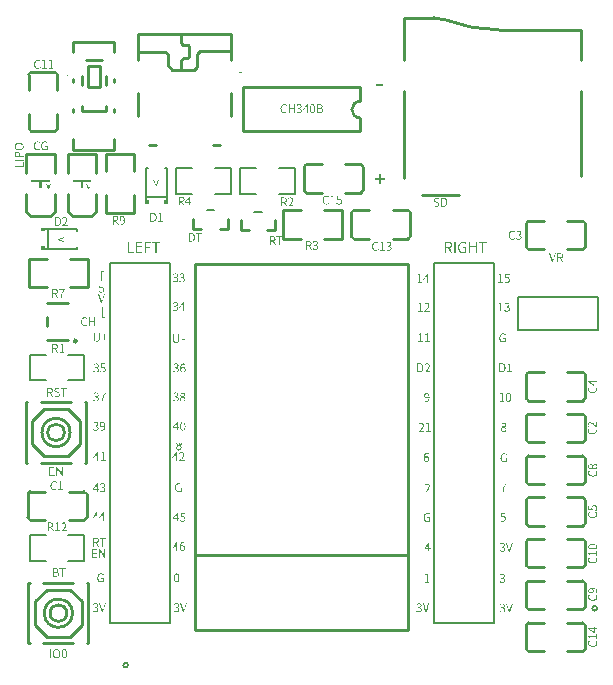
<source format=gto>
G04 Layer: TopSilkLayer*
G04 EasyEDA v6.4.25, 2021-10-04T21:02:54--4:00*
G04 e5a6d802368343aa863876e234e9a9e8,96b9eb17c6bf4bf1aa34359f555252a9,10*
G04 Gerber Generator version 0.2*
G04 Scale: 100 percent, Rotated: No, Reflected: No *
G04 Dimensions in millimeters *
G04 leading zeros omitted , absolute positions ,4 integer and 5 decimal *
%FSLAX45Y45*%
%MOMM*%

%ADD10C,0.2540*%
%ADD42C,0.1000*%
%ADD43C,0.2000*%
%ADD44C,0.1524*%
%ADD45C,0.2032*%

%LPD*%
G36*
X-1312214Y201625D02*
G01*
X-1320698Y201015D01*
X-1328267Y199288D01*
X-1334820Y196545D01*
X-1340307Y192836D01*
X-1344726Y188214D01*
X-1347927Y182880D01*
X-1349857Y176784D01*
X-1350518Y170129D01*
X-1343152Y170129D01*
X-1342644Y175107D01*
X-1341018Y179578D01*
X-1338376Y183489D01*
X-1334820Y186791D01*
X-1330350Y189433D01*
X-1325067Y191363D01*
X-1318971Y192582D01*
X-1312214Y192989D01*
X-1305356Y192582D01*
X-1299260Y191363D01*
X-1293926Y189433D01*
X-1289405Y186791D01*
X-1285798Y183489D01*
X-1283157Y179578D01*
X-1281531Y175107D01*
X-1280972Y170129D01*
X-1281531Y165201D01*
X-1283157Y160782D01*
X-1285798Y156921D01*
X-1289405Y153670D01*
X-1293926Y151028D01*
X-1299260Y149098D01*
X-1305356Y147929D01*
X-1312214Y147523D01*
X-1318971Y147929D01*
X-1325067Y149098D01*
X-1330350Y151028D01*
X-1334820Y153670D01*
X-1338376Y156921D01*
X-1341018Y160782D01*
X-1342644Y165201D01*
X-1343152Y170129D01*
X-1350518Y170129D01*
X-1349857Y163525D01*
X-1347927Y157530D01*
X-1344726Y152196D01*
X-1340307Y147624D01*
X-1334820Y143916D01*
X-1328267Y141173D01*
X-1320698Y139446D01*
X-1312214Y138887D01*
X-1303731Y139446D01*
X-1296212Y141173D01*
X-1289608Y143916D01*
X-1284020Y147624D01*
X-1279550Y152196D01*
X-1276299Y157530D01*
X-1274267Y163525D01*
X-1273556Y170129D01*
X-1274267Y176784D01*
X-1276299Y182880D01*
X-1279550Y188214D01*
X-1284020Y192836D01*
X-1289608Y196545D01*
X-1296212Y199288D01*
X-1303731Y201015D01*
G37*
G36*
X-1327658Y127711D02*
G01*
X-1333195Y127203D01*
X-1337818Y125780D01*
X-1341526Y123444D01*
X-1344472Y120294D01*
X-1346657Y116332D01*
X-1348130Y111607D01*
X-1348994Y106273D01*
X-1349248Y100279D01*
X-1349248Y88087D01*
X-1342390Y88087D01*
X-1342390Y99009D01*
X-1341678Y107899D01*
X-1339240Y114350D01*
X-1334719Y118262D01*
X-1327658Y119583D01*
X-1320444Y118313D01*
X-1315466Y114554D01*
X-1312621Y108204D01*
X-1311656Y99263D01*
X-1311656Y88087D01*
X-1349248Y88087D01*
X-1349248Y79451D01*
X-1274826Y79451D01*
X-1274826Y88087D01*
X-1304798Y88087D01*
X-1304798Y100533D01*
X-1305153Y106426D01*
X-1306220Y111709D01*
X-1307947Y116382D01*
X-1310436Y120294D01*
X-1313637Y123444D01*
X-1317599Y125780D01*
X-1322273Y127203D01*
G37*
G36*
X-1349248Y58877D02*
G01*
X-1349248Y50495D01*
X-1274826Y50495D01*
X-1274826Y58877D01*
G37*
G36*
X-1281938Y37287D02*
G01*
X-1281938Y4267D01*
X-1349248Y4267D01*
X-1349248Y-4114D01*
X-1274826Y-4114D01*
X-1274826Y37287D01*
G37*
G36*
X2779014Y-3446729D02*
G01*
X2772918Y-3447389D01*
X2767482Y-3449269D01*
X2762707Y-3452012D01*
X2758440Y-3455365D01*
X2763012Y-3460953D01*
X2766263Y-3458006D01*
X2769971Y-3455619D01*
X2774086Y-3454044D01*
X2778506Y-3453333D01*
X2783992Y-3454349D01*
X2788158Y-3456889D01*
X2790799Y-3460750D01*
X2791714Y-3465779D01*
X2790596Y-3471621D01*
X2786989Y-3476294D01*
X2780436Y-3479393D01*
X2770632Y-3480511D01*
X2770632Y-3486861D01*
X2781604Y-3487978D01*
X2788920Y-3491179D01*
X2792984Y-3496106D01*
X2794254Y-3502355D01*
X2793085Y-3508400D01*
X2789834Y-3512921D01*
X2784906Y-3515817D01*
X2778760Y-3516833D01*
X2772664Y-3516122D01*
X2767634Y-3514242D01*
X2763469Y-3511499D01*
X2759964Y-3508197D01*
X2755646Y-3513531D01*
X2759710Y-3517392D01*
X2764891Y-3520643D01*
X2771343Y-3522878D01*
X2779268Y-3523691D01*
X2783992Y-3523335D01*
X2788361Y-3522268D01*
X2792374Y-3520490D01*
X2795828Y-3518103D01*
X2798673Y-3515106D01*
X2800807Y-3511499D01*
X2802178Y-3507333D01*
X2802636Y-3502609D01*
X2801366Y-3495649D01*
X2797962Y-3490061D01*
X2792882Y-3485946D01*
X2786634Y-3483559D01*
X2786634Y-3483305D01*
X2792171Y-3480511D01*
X2796387Y-3476548D01*
X2799130Y-3471418D01*
X2800096Y-3465017D01*
X2798521Y-3457244D01*
X2794101Y-3451504D01*
X2787446Y-3447948D01*
G37*
G36*
X2779217Y-3182975D02*
G01*
X2773070Y-3183636D01*
X2767685Y-3185464D01*
X2762859Y-3188208D01*
X2758643Y-3191611D01*
X2763215Y-3197199D01*
X2766466Y-3194202D01*
X2770174Y-3191865D01*
X2774289Y-3190240D01*
X2778709Y-3189579D01*
X2784195Y-3190595D01*
X2788361Y-3193135D01*
X2790952Y-3196996D01*
X2791917Y-3202025D01*
X2790799Y-3207867D01*
X2787142Y-3212541D01*
X2780639Y-3215640D01*
X2770835Y-3216757D01*
X2770835Y-3223107D01*
X2781808Y-3224225D01*
X2789123Y-3227425D01*
X2793187Y-3232302D01*
X2794457Y-3238601D01*
X2793288Y-3244596D01*
X2790037Y-3249168D01*
X2785110Y-3252063D01*
X2778963Y-3253079D01*
X2772867Y-3252368D01*
X2767838Y-3250438D01*
X2763672Y-3247694D01*
X2760167Y-3244443D01*
X2755849Y-3249777D01*
X2759913Y-3253587D01*
X2765044Y-3256838D01*
X2771495Y-3259074D01*
X2779471Y-3259937D01*
X2784195Y-3259582D01*
X2788564Y-3258464D01*
X2792526Y-3256737D01*
X2795981Y-3254349D01*
X2798826Y-3251301D01*
X2801010Y-3247694D01*
X2802331Y-3243529D01*
X2802839Y-3238855D01*
X2801569Y-3231845D01*
X2798165Y-3226257D01*
X2793085Y-3222193D01*
X2786837Y-3219805D01*
X2786837Y-3219551D01*
X2792323Y-3216706D01*
X2796590Y-3212795D01*
X2799334Y-3207664D01*
X2800299Y-3201263D01*
X2798673Y-3193440D01*
X2794304Y-3187700D01*
X2787650Y-3184194D01*
G37*
G36*
X2808681Y-3184245D02*
G01*
X2832557Y-3258667D01*
X2842209Y-3258667D01*
X2866085Y-3184245D01*
X2857449Y-3184245D01*
X2837891Y-3250031D01*
X2837383Y-3250031D01*
X2817571Y-3184245D01*
G37*
G36*
X2768346Y-2929991D02*
G01*
X2766060Y-2964535D01*
X2770632Y-2967329D01*
X2773730Y-2965500D01*
X2776575Y-2964129D01*
X2779623Y-2963316D01*
X2783078Y-2963011D01*
X2789682Y-2964230D01*
X2794711Y-2967685D01*
X2797962Y-2973222D01*
X2799080Y-2980537D01*
X2797810Y-2988106D01*
X2794304Y-2993898D01*
X2789123Y-2997555D01*
X2782824Y-2998825D01*
X2776778Y-2998114D01*
X2771749Y-2996285D01*
X2767685Y-2993593D01*
X2764282Y-2990443D01*
X2759964Y-2995777D01*
X2764180Y-2999486D01*
X2769311Y-3002635D01*
X2775712Y-3004870D01*
X2783586Y-3005683D01*
X2788158Y-3005277D01*
X2792476Y-3004007D01*
X2796540Y-3001924D01*
X2800096Y-2999079D01*
X2803144Y-2995472D01*
X2805480Y-2991104D01*
X2806954Y-2986074D01*
X2807462Y-2980283D01*
X2807055Y-2974543D01*
X2805734Y-2969615D01*
X2803702Y-2965551D01*
X2800959Y-2962300D01*
X2797657Y-2959811D01*
X2793898Y-2958033D01*
X2789682Y-2957017D01*
X2785110Y-2956661D01*
X2781858Y-2956864D01*
X2778963Y-2957423D01*
X2776220Y-2958388D01*
X2773680Y-2959709D01*
X2775712Y-2937103D01*
X2803906Y-2937103D01*
X2803906Y-2929991D01*
G37*
G36*
X2764993Y-2682595D02*
G01*
X2764993Y-2689707D01*
X2801315Y-2689707D01*
X2797860Y-2694736D01*
X2794812Y-2699715D01*
X2792069Y-2704744D01*
X2789682Y-2709773D01*
X2787599Y-2714955D01*
X2785821Y-2720187D01*
X2784297Y-2725623D01*
X2783027Y-2731312D01*
X2781198Y-2743454D01*
X2780233Y-2757017D01*
X2788869Y-2757017D01*
X2789732Y-2743403D01*
X2791256Y-2731160D01*
X2792374Y-2725470D01*
X2793796Y-2719933D01*
X2795574Y-2714548D01*
X2797708Y-2709265D01*
X2800299Y-2703982D01*
X2803296Y-2698648D01*
X2806852Y-2693212D01*
X2810967Y-2687675D01*
X2810967Y-2682595D01*
G37*
G36*
X2796794Y-2425344D02*
G01*
X2792018Y-2425649D01*
X2787548Y-2426512D01*
X2783332Y-2427986D01*
X2779420Y-2430018D01*
X2775864Y-2432608D01*
X2772714Y-2435656D01*
X2769971Y-2439263D01*
X2767634Y-2443327D01*
X2765755Y-2447848D01*
X2764383Y-2452776D01*
X2763570Y-2458161D01*
X2763266Y-2463952D01*
X2763926Y-2472436D01*
X2765704Y-2480005D01*
X2768650Y-2486558D01*
X2772562Y-2492044D01*
X2777388Y-2496464D01*
X2782976Y-2499664D01*
X2789326Y-2501595D01*
X2796286Y-2502306D01*
X2803398Y-2501646D01*
X2809646Y-2499918D01*
X2814929Y-2497226D01*
X2819146Y-2493924D01*
X2819146Y-2462936D01*
X2795016Y-2462936D01*
X2795016Y-2470048D01*
X2811272Y-2470048D01*
X2811272Y-2490368D01*
X2808579Y-2492248D01*
X2805125Y-2493670D01*
X2801213Y-2494584D01*
X2797048Y-2494940D01*
X2791409Y-2494381D01*
X2786380Y-2492705D01*
X2782062Y-2490063D01*
X2778506Y-2486456D01*
X2775661Y-2481935D01*
X2773578Y-2476601D01*
X2772359Y-2470505D01*
X2771902Y-2463698D01*
X2772359Y-2456891D01*
X2773680Y-2450795D01*
X2775813Y-2445512D01*
X2778658Y-2441041D01*
X2782316Y-2437485D01*
X2786583Y-2434844D01*
X2791510Y-2433218D01*
X2797048Y-2432710D01*
X2802432Y-2433269D01*
X2806852Y-2434793D01*
X2810510Y-2437079D01*
X2813558Y-2439822D01*
X2818130Y-2434488D01*
X2814472Y-2431135D01*
X2809748Y-2428189D01*
X2803906Y-2426106D01*
G37*
G36*
X2791053Y-2166721D02*
G01*
X2783078Y-2168093D01*
X2776728Y-2171903D01*
X2772511Y-2177846D01*
X2770987Y-2185517D01*
X2778607Y-2185517D01*
X2779522Y-2180488D01*
X2782011Y-2176526D01*
X2785872Y-2173986D01*
X2790799Y-2173071D01*
X2796387Y-2174138D01*
X2800553Y-2177084D01*
X2803093Y-2181453D01*
X2804007Y-2186787D01*
X2803499Y-2190902D01*
X2801924Y-2194864D01*
X2799384Y-2198624D01*
X2795879Y-2202027D01*
X2789428Y-2199335D01*
X2783890Y-2195982D01*
X2780030Y-2191512D01*
X2778607Y-2185517D01*
X2770987Y-2185517D01*
X2771800Y-2191004D01*
X2773934Y-2195626D01*
X2777083Y-2199487D01*
X2780893Y-2202535D01*
X2780893Y-2203043D01*
X2775966Y-2206345D01*
X2771546Y-2210968D01*
X2768396Y-2216708D01*
X2767267Y-2223109D01*
X2774797Y-2223109D01*
X2775559Y-2217826D01*
X2777744Y-2213102D01*
X2781096Y-2208987D01*
X2785465Y-2205583D01*
X2793136Y-2208834D01*
X2799638Y-2212543D01*
X2804109Y-2217420D01*
X2805785Y-2224125D01*
X2804668Y-2229408D01*
X2801620Y-2233574D01*
X2796895Y-2236317D01*
X2790799Y-2237333D01*
X2784449Y-2236266D01*
X2779369Y-2233269D01*
X2776016Y-2228748D01*
X2774797Y-2223109D01*
X2767267Y-2223109D01*
X2767177Y-2223617D01*
X2767634Y-2227732D01*
X2768904Y-2231542D01*
X2771038Y-2234895D01*
X2773832Y-2237790D01*
X2777286Y-2240178D01*
X2781300Y-2241956D01*
X2785821Y-2243023D01*
X2790799Y-2243429D01*
X2800146Y-2241956D01*
X2807360Y-2237892D01*
X2811983Y-2231847D01*
X2813659Y-2224379D01*
X2812592Y-2217572D01*
X2809798Y-2212238D01*
X2805836Y-2208072D01*
X2801213Y-2204821D01*
X2801213Y-2204313D01*
X2804566Y-2201214D01*
X2807766Y-2196998D01*
X2810154Y-2191969D01*
X2811119Y-2186279D01*
X2809748Y-2178405D01*
X2805734Y-2172208D01*
X2799435Y-2168194D01*
G37*
G36*
X2831033Y-1912721D02*
G01*
X2825953Y-1913331D01*
X2821432Y-1915058D01*
X2817520Y-1918004D01*
X2814269Y-1922170D01*
X2811627Y-1927504D01*
X2809748Y-1934057D01*
X2808579Y-1941830D01*
X2808173Y-1950821D01*
X2816047Y-1950821D01*
X2816301Y-1943252D01*
X2817114Y-1936800D01*
X2818434Y-1931365D01*
X2820212Y-1926996D01*
X2822397Y-1923592D01*
X2824937Y-1921205D01*
X2827832Y-1919782D01*
X2831033Y-1919325D01*
X2834132Y-1919782D01*
X2836926Y-1921205D01*
X2839415Y-1923592D01*
X2841498Y-1926996D01*
X2843174Y-1931365D01*
X2844444Y-1936800D01*
X2845206Y-1943252D01*
X2845511Y-1950821D01*
X2845206Y-1958644D01*
X2844444Y-1965299D01*
X2843174Y-1970836D01*
X2841498Y-1975357D01*
X2839415Y-1978761D01*
X2836926Y-1981200D01*
X2834132Y-1982622D01*
X2831033Y-1983079D01*
X2827832Y-1982622D01*
X2824937Y-1981200D01*
X2822397Y-1978761D01*
X2820212Y-1975357D01*
X2818434Y-1970836D01*
X2817114Y-1965299D01*
X2816301Y-1958644D01*
X2816047Y-1950821D01*
X2808173Y-1950821D01*
X2808579Y-1960016D01*
X2809748Y-1967941D01*
X2811627Y-1974596D01*
X2814269Y-1980082D01*
X2817520Y-1984298D01*
X2821432Y-1987296D01*
X2825953Y-1989074D01*
X2831033Y-1989683D01*
X2835910Y-1989074D01*
X2840329Y-1987296D01*
X2844190Y-1984298D01*
X2847441Y-1980082D01*
X2850083Y-1974596D01*
X2852013Y-1967941D01*
X2853232Y-1960016D01*
X2853639Y-1950821D01*
X2853232Y-1941830D01*
X2852013Y-1934057D01*
X2850083Y-1927504D01*
X2847441Y-1922170D01*
X2844190Y-1918004D01*
X2840329Y-1915058D01*
X2835910Y-1913331D01*
G37*
G36*
X2774899Y-1913991D02*
G01*
X2771851Y-1915617D01*
X2768346Y-1916988D01*
X2764383Y-1918157D01*
X2759913Y-1919071D01*
X2759913Y-1924405D01*
X2772867Y-1924405D01*
X2772867Y-1981555D01*
X2756357Y-1981555D01*
X2756357Y-1988413D01*
X2796235Y-1988413D01*
X2796235Y-1981555D01*
X2781249Y-1981555D01*
X2781249Y-1913991D01*
G37*
G36*
X2786837Y-1410614D02*
G01*
X2782062Y-1410919D01*
X2777540Y-1411782D01*
X2773324Y-1413256D01*
X2769412Y-1415288D01*
X2765907Y-1417878D01*
X2762707Y-1420926D01*
X2759964Y-1424533D01*
X2757627Y-1428597D01*
X2755798Y-1433118D01*
X2754426Y-1438046D01*
X2753563Y-1443431D01*
X2753309Y-1449222D01*
X2753918Y-1457706D01*
X2755747Y-1465275D01*
X2758643Y-1471828D01*
X2762554Y-1477314D01*
X2767380Y-1481734D01*
X2773019Y-1484934D01*
X2779369Y-1486916D01*
X2786329Y-1487576D01*
X2793390Y-1486916D01*
X2799638Y-1485188D01*
X2804972Y-1482547D01*
X2809189Y-1479194D01*
X2809189Y-1448206D01*
X2785059Y-1448206D01*
X2785059Y-1455318D01*
X2801315Y-1455318D01*
X2801315Y-1475638D01*
X2798572Y-1477518D01*
X2795117Y-1478940D01*
X2791206Y-1479854D01*
X2787091Y-1480210D01*
X2781401Y-1479651D01*
X2776372Y-1477975D01*
X2772105Y-1475333D01*
X2768498Y-1471726D01*
X2765653Y-1467205D01*
X2763621Y-1461871D01*
X2762351Y-1455775D01*
X2761945Y-1448968D01*
X2762351Y-1442161D01*
X2763672Y-1436065D01*
X2765806Y-1430782D01*
X2768701Y-1426311D01*
X2772308Y-1422755D01*
X2776626Y-1420114D01*
X2781554Y-1418539D01*
X2787091Y-1417980D01*
X2792425Y-1418539D01*
X2796844Y-1420114D01*
X2800502Y-1422349D01*
X2803601Y-1425092D01*
X2808173Y-1419758D01*
X2804464Y-1416405D01*
X2799791Y-1413459D01*
X2793949Y-1411376D01*
G37*
G36*
X2804210Y-907999D02*
G01*
X2801670Y-942543D01*
X2806242Y-945337D01*
X2809341Y-943457D01*
X2812338Y-942136D01*
X2815437Y-941273D01*
X2818942Y-941019D01*
X2825546Y-942238D01*
X2830576Y-945692D01*
X2833827Y-951179D01*
X2834944Y-958545D01*
X2833674Y-966114D01*
X2830118Y-971854D01*
X2824886Y-975563D01*
X2818434Y-976833D01*
X2812542Y-976121D01*
X2807563Y-974242D01*
X2803398Y-971600D01*
X2799892Y-968451D01*
X2795828Y-973785D01*
X2799943Y-977493D01*
X2805074Y-980643D01*
X2811424Y-982878D01*
X2819196Y-983691D01*
X2823819Y-983284D01*
X2828239Y-982014D01*
X2832303Y-979932D01*
X2835960Y-977087D01*
X2839008Y-973480D01*
X2841345Y-969111D01*
X2842818Y-964031D01*
X2843326Y-958291D01*
X2842869Y-952550D01*
X2841548Y-947623D01*
X2839466Y-943559D01*
X2836722Y-940308D01*
X2833420Y-937768D01*
X2829610Y-936040D01*
X2825445Y-935024D01*
X2820974Y-934669D01*
X2817723Y-934872D01*
X2814777Y-935431D01*
X2811983Y-936396D01*
X2809290Y-937717D01*
X2811322Y-915111D01*
X2839770Y-915111D01*
X2839770Y-907999D01*
G37*
G36*
X2764840Y-907999D02*
G01*
X2761792Y-909624D01*
X2758338Y-910996D01*
X2754376Y-912164D01*
X2749854Y-913079D01*
X2749854Y-918413D01*
X2762808Y-918413D01*
X2762808Y-975563D01*
X2746298Y-975563D01*
X2746298Y-982421D01*
X2786176Y-982421D01*
X2786176Y-975563D01*
X2771190Y-975563D01*
X2771190Y-907999D01*
G37*
G36*
X2152345Y-3182975D02*
G01*
X2121678Y-3229965D01*
X2129485Y-3229965D01*
X2147519Y-3203549D01*
X2153361Y-3192627D01*
X2153869Y-3192627D01*
X2153361Y-3202787D01*
X2153361Y-3229965D01*
X2121678Y-3229965D01*
X2120849Y-3231235D01*
X2120849Y-3236569D01*
X2153361Y-3236569D01*
X2153361Y-3257397D01*
X2161235Y-3257397D01*
X2161235Y-3236569D01*
X2171395Y-3236569D01*
X2171395Y-3229965D01*
X2161235Y-3229965D01*
X2161235Y-3182975D01*
G37*
G36*
X2145690Y-2929991D02*
G01*
X2140915Y-2930296D01*
X2136444Y-2931210D01*
X2132228Y-2932684D01*
X2128316Y-2934716D01*
X2124760Y-2937256D01*
X2121611Y-2940354D01*
X2118868Y-2943910D01*
X2116531Y-2947974D01*
X2114651Y-2952496D01*
X2113280Y-2957474D01*
X2112467Y-2962808D01*
X2112162Y-2968599D01*
X2112822Y-2977083D01*
X2114600Y-2984652D01*
X2117547Y-2991205D01*
X2121458Y-2996742D01*
X2126284Y-3001111D01*
X2131872Y-3004312D01*
X2138222Y-3006293D01*
X2145182Y-3006953D01*
X2152243Y-3006344D01*
X2158542Y-3004566D01*
X2163826Y-3001924D01*
X2168042Y-2998571D01*
X2168042Y-2967583D01*
X2143912Y-2967583D01*
X2143912Y-2974695D01*
X2160168Y-2974695D01*
X2160168Y-2995015D01*
X2157476Y-2996895D01*
X2154021Y-2998368D01*
X2150110Y-2999282D01*
X2145944Y-2999587D01*
X2140305Y-2999028D01*
X2135276Y-2997403D01*
X2130958Y-2994710D01*
X2127402Y-2991104D01*
X2124557Y-2986582D01*
X2122474Y-2981248D01*
X2121255Y-2975152D01*
X2120798Y-2968345D01*
X2121255Y-2961538D01*
X2122576Y-2955493D01*
X2124659Y-2950159D01*
X2127554Y-2945688D01*
X2131212Y-2942132D01*
X2135479Y-2939542D01*
X2140407Y-2937916D01*
X2145944Y-2937357D01*
X2151329Y-2937916D01*
X2155748Y-2939491D01*
X2159406Y-2941777D01*
X2162454Y-2944469D01*
X2167026Y-2939135D01*
X2163368Y-2935782D01*
X2158644Y-2932836D01*
X2152802Y-2930804D01*
G37*
G36*
X2142439Y-2682595D02*
G01*
X2136089Y-2683357D01*
X2130501Y-2685542D01*
X2125522Y-2688996D01*
X2120849Y-2693517D01*
X2125675Y-2698089D01*
X2129129Y-2694635D01*
X2132939Y-2691790D01*
X2137105Y-2689910D01*
X2141677Y-2689199D01*
X2147925Y-2690368D01*
X2152294Y-2693568D01*
X2154834Y-2698496D01*
X2155647Y-2704693D01*
X2155139Y-2709621D01*
X2153666Y-2714802D01*
X2151075Y-2720289D01*
X2147468Y-2726080D01*
X2142693Y-2732227D01*
X2136800Y-2738729D01*
X2129688Y-2745740D01*
X2121357Y-2753207D01*
X2121357Y-2758287D01*
X2167331Y-2758287D01*
X2167331Y-2751175D01*
X2143048Y-2751175D01*
X2133803Y-2751683D01*
X2140356Y-2745384D01*
X2146198Y-2739186D01*
X2151329Y-2733192D01*
X2155647Y-2727299D01*
X2159101Y-2721457D01*
X2161641Y-2715717D01*
X2163216Y-2710078D01*
X2163775Y-2704439D01*
X2163419Y-2699664D01*
X2162302Y-2695448D01*
X2160524Y-2691688D01*
X2158034Y-2688539D01*
X2154986Y-2685999D01*
X2151329Y-2684119D01*
X2147163Y-2682951D01*
G37*
G36*
X2141829Y-2421686D02*
G01*
X2136546Y-2422194D01*
X2131568Y-2423871D01*
X2126945Y-2426716D01*
X2122881Y-2430830D01*
X2119477Y-2436368D01*
X2116886Y-2443327D01*
X2115210Y-2451862D01*
X2114651Y-2462072D01*
X2114939Y-2467406D01*
X2122525Y-2467406D01*
X2126488Y-2462885D01*
X2130552Y-2459786D01*
X2134565Y-2458059D01*
X2138273Y-2457500D01*
X2144522Y-2458720D01*
X2148840Y-2462225D01*
X2151380Y-2467559D01*
X2152243Y-2474518D01*
X2151227Y-2481630D01*
X2148484Y-2487168D01*
X2144420Y-2490774D01*
X2139289Y-2492044D01*
X2132634Y-2490419D01*
X2127554Y-2485644D01*
X2124151Y-2477922D01*
X2122525Y-2467406D01*
X2114939Y-2467406D01*
X2115108Y-2470556D01*
X2116429Y-2477973D01*
X2118614Y-2484272D01*
X2121509Y-2489403D01*
X2125116Y-2493467D01*
X2129332Y-2496312D01*
X2134057Y-2498090D01*
X2139289Y-2498648D01*
X2143353Y-2498191D01*
X2147214Y-2496921D01*
X2150770Y-2494838D01*
X2153869Y-2491994D01*
X2156460Y-2488539D01*
X2158390Y-2484424D01*
X2159660Y-2479700D01*
X2160117Y-2474518D01*
X2159711Y-2469134D01*
X2158644Y-2464460D01*
X2156917Y-2460498D01*
X2154580Y-2457246D01*
X2151634Y-2454706D01*
X2148078Y-2452878D01*
X2144064Y-2451760D01*
X2139543Y-2451404D01*
X2135022Y-2452014D01*
X2130552Y-2453741D01*
X2126284Y-2456535D01*
X2122525Y-2460294D01*
X2122982Y-2452166D01*
X2124202Y-2445359D01*
X2126081Y-2439873D01*
X2128469Y-2435555D01*
X2131364Y-2432354D01*
X2134666Y-2430170D01*
X2138222Y-2428951D01*
X2142083Y-2428544D01*
X2145436Y-2428951D01*
X2148586Y-2430119D01*
X2151481Y-2431999D01*
X2154021Y-2434386D01*
X2158847Y-2429052D01*
X2155545Y-2426106D01*
X2151634Y-2423769D01*
X2147112Y-2422245D01*
G37*
G36*
X2092452Y-2166721D02*
G01*
X2086051Y-2167483D01*
X2080514Y-2169718D01*
X2075484Y-2173173D01*
X2070862Y-2177643D01*
X2075688Y-2182215D01*
X2079091Y-2178812D01*
X2082901Y-2175967D01*
X2087118Y-2174036D01*
X2091689Y-2173325D01*
X2097938Y-2174494D01*
X2102307Y-2177745D01*
X2104847Y-2182672D01*
X2105660Y-2188819D01*
X2105152Y-2193798D01*
X2103628Y-2198979D01*
X2101088Y-2204415D01*
X2097481Y-2210206D01*
X2092706Y-2216353D01*
X2086813Y-2222906D01*
X2079701Y-2229866D01*
X2071370Y-2237333D01*
X2071370Y-2242413D01*
X2117344Y-2242413D01*
X2117344Y-2235301D01*
X2093061Y-2235352D01*
X2083816Y-2235809D01*
X2090318Y-2229510D01*
X2096211Y-2223363D01*
X2101342Y-2217318D01*
X2105660Y-2211425D01*
X2109114Y-2205634D01*
X2111654Y-2199894D01*
X2113229Y-2194204D01*
X2113788Y-2188565D01*
X2113381Y-2183841D01*
X2112314Y-2179574D01*
X2110486Y-2175865D01*
X2108047Y-2172716D01*
X2104999Y-2170125D01*
X2101342Y-2168296D01*
X2097125Y-2167128D01*
G37*
G36*
X2150110Y-2167991D02*
G01*
X2147062Y-2169617D01*
X2143556Y-2170988D01*
X2139594Y-2172157D01*
X2135124Y-2173071D01*
X2135124Y-2178405D01*
X2148332Y-2178405D01*
X2148332Y-2235555D01*
X2131568Y-2235555D01*
X2131568Y-2242413D01*
X2171700Y-2242413D01*
X2171700Y-2235555D01*
X2156460Y-2235555D01*
X2156460Y-2167991D01*
G37*
G36*
X2137613Y-1912721D02*
G01*
X2133498Y-1913178D01*
X2129637Y-1914448D01*
X2126081Y-1916531D01*
X2122982Y-1919325D01*
X2120392Y-1922780D01*
X2118461Y-1926894D01*
X2117191Y-1931517D01*
X2116785Y-1936597D01*
X2124659Y-1936597D01*
X2125624Y-1929638D01*
X2128367Y-1924151D01*
X2132482Y-1920595D01*
X2137613Y-1919325D01*
X2144369Y-1920951D01*
X2149500Y-1925624D01*
X2152853Y-1933244D01*
X2154377Y-1943709D01*
X2150567Y-1948281D01*
X2146554Y-1951482D01*
X2142439Y-1953310D01*
X2138375Y-1953869D01*
X2132330Y-1952650D01*
X2128062Y-1949145D01*
X2125472Y-1943709D01*
X2124659Y-1936597D01*
X2116785Y-1936597D01*
X2117140Y-1942033D01*
X2118207Y-1946808D01*
X2119934Y-1950821D01*
X2122271Y-1954072D01*
X2125167Y-1956663D01*
X2128672Y-1958492D01*
X2132634Y-1959610D01*
X2137105Y-1959965D01*
X2141931Y-1959305D01*
X2146503Y-1957476D01*
X2150770Y-1954530D01*
X2154631Y-1950567D01*
X2153970Y-1958898D01*
X2152650Y-1965807D01*
X2150770Y-1971395D01*
X2148433Y-1975764D01*
X2145639Y-1978964D01*
X2142490Y-1981200D01*
X2139137Y-1982419D01*
X2135581Y-1982825D01*
X2131872Y-1982470D01*
X2128469Y-1981352D01*
X2125421Y-1979523D01*
X2122881Y-1976983D01*
X2118309Y-1982317D01*
X2121611Y-1985314D01*
X2125573Y-1987600D01*
X2130196Y-1989124D01*
X2135581Y-1989683D01*
X2140712Y-1989124D01*
X2145639Y-1987448D01*
X2150211Y-1984451D01*
X2154275Y-1980184D01*
X2157628Y-1974443D01*
X2160219Y-1967179D01*
X2161895Y-1958339D01*
X2162505Y-1947773D01*
X2161997Y-1939543D01*
X2160625Y-1932432D01*
X2158441Y-1926437D01*
X2155444Y-1921510D01*
X2151837Y-1917649D01*
X2147570Y-1914906D01*
X2142794Y-1913280D01*
G37*
G36*
X2141778Y-1663344D02*
G01*
X2135428Y-1664106D01*
X2129840Y-1666341D01*
X2124862Y-1669745D01*
X2120188Y-1674266D01*
X2125014Y-1678838D01*
X2128469Y-1675384D01*
X2132279Y-1672589D01*
X2136444Y-1670659D01*
X2141016Y-1669948D01*
X2147265Y-1671116D01*
X2151634Y-1674368D01*
X2154174Y-1679244D01*
X2154986Y-1685442D01*
X2154478Y-1690420D01*
X2153005Y-1695602D01*
X2150465Y-1701038D01*
X2146808Y-1706829D01*
X2142032Y-1712975D01*
X2136140Y-1719529D01*
X2129028Y-1726488D01*
X2120696Y-1733956D01*
X2120696Y-1739036D01*
X2166670Y-1739036D01*
X2166670Y-1731924D01*
X2142490Y-1731975D01*
X2133142Y-1732432D01*
X2139696Y-1726133D01*
X2145538Y-1719986D01*
X2150668Y-1713941D01*
X2154986Y-1708048D01*
X2158441Y-1702206D01*
X2161032Y-1696516D01*
X2162606Y-1690827D01*
X2163114Y-1685188D01*
X2162759Y-1680464D01*
X2161641Y-1676196D01*
X2159863Y-1672488D01*
X2157425Y-1669288D01*
X2154326Y-1666748D01*
X2150719Y-1664919D01*
X2146503Y-1663750D01*
G37*
G36*
X2057196Y-1664614D02*
G01*
X2057196Y-1671472D01*
X2074722Y-1671472D01*
X2081072Y-1671980D01*
X2086559Y-1673504D01*
X2091182Y-1675993D01*
X2094941Y-1679397D01*
X2097887Y-1683715D01*
X2099970Y-1688846D01*
X2101240Y-1694738D01*
X2101646Y-1701444D01*
X2101240Y-1708251D01*
X2099970Y-1714296D01*
X2097887Y-1719529D01*
X2094941Y-1723948D01*
X2091182Y-1727454D01*
X2086559Y-1730044D01*
X2081072Y-1731619D01*
X2074722Y-1732178D01*
X2065578Y-1732178D01*
X2065578Y-1671472D01*
X2057196Y-1671472D01*
X2057196Y-1739036D01*
X2075738Y-1739036D01*
X2081174Y-1738731D01*
X2086152Y-1737868D01*
X2090674Y-1736445D01*
X2094738Y-1734464D01*
X2098344Y-1731975D01*
X2101494Y-1728978D01*
X2104186Y-1725523D01*
X2106371Y-1721561D01*
X2108098Y-1717192D01*
X2109317Y-1712315D01*
X2110028Y-1707083D01*
X2110282Y-1701444D01*
X2110028Y-1695805D01*
X2109317Y-1690573D01*
X2108047Y-1685848D01*
X2106371Y-1681480D01*
X2104136Y-1677670D01*
X2101443Y-1674266D01*
X2098294Y-1671370D01*
X2094687Y-1668983D01*
X2090572Y-1667052D01*
X2086000Y-1665732D01*
X2080971Y-1664868D01*
X2075484Y-1664614D01*
G37*
G36*
X2140915Y-1410614D02*
G01*
X2137867Y-1412240D01*
X2134362Y-1413611D01*
X2130399Y-1414780D01*
X2125929Y-1415694D01*
X2125929Y-1421028D01*
X2139137Y-1421028D01*
X2139137Y-1478178D01*
X2122373Y-1478178D01*
X2122373Y-1485036D01*
X2162505Y-1485036D01*
X2162505Y-1478178D01*
X2147265Y-1478178D01*
X2147265Y-1410614D01*
G37*
G36*
X2085289Y-1410614D02*
G01*
X2082241Y-1412240D01*
X2078736Y-1413611D01*
X2074773Y-1414780D01*
X2070303Y-1415694D01*
X2070303Y-1421028D01*
X2083257Y-1421028D01*
X2083257Y-1478178D01*
X2066747Y-1478178D01*
X2066747Y-1485036D01*
X2106625Y-1485036D01*
X2106625Y-1478178D01*
X2091639Y-1478178D01*
X2091639Y-1410614D01*
G37*
G36*
X2140813Y-907999D02*
G01*
X2109899Y-954989D01*
X2117902Y-954989D01*
X2135936Y-928573D01*
X2141829Y-917651D01*
X2142286Y-917651D01*
X2141829Y-927811D01*
X2141829Y-954989D01*
X2109899Y-954989D01*
X2109063Y-956259D01*
X2109063Y-961593D01*
X2141829Y-961593D01*
X2141829Y-982421D01*
X2149449Y-982421D01*
X2149449Y-961593D01*
X2159609Y-961593D01*
X2159609Y-954989D01*
X2149449Y-954989D01*
X2149449Y-907999D01*
G37*
G36*
X2079091Y-907999D02*
G01*
X2075992Y-909624D01*
X2072538Y-910996D01*
X2068575Y-912164D01*
X2064054Y-913079D01*
X2064054Y-918413D01*
X2077059Y-918413D01*
X2077059Y-975563D01*
X2060549Y-975563D01*
X2060549Y-982421D01*
X2100427Y-982421D01*
X2100427Y-975563D01*
X2085441Y-975563D01*
X2085441Y-907999D01*
G37*
G36*
X-663854Y-3694785D02*
G01*
X-669950Y-3695496D01*
X-675335Y-3697325D01*
X-680161Y-3700068D01*
X-684428Y-3703421D01*
X-679856Y-3709009D01*
X-676554Y-3706063D01*
X-672846Y-3703675D01*
X-668782Y-3702100D01*
X-664362Y-3701389D01*
X-658825Y-3702405D01*
X-654710Y-3704945D01*
X-652068Y-3708857D01*
X-651154Y-3713835D01*
X-652272Y-3719677D01*
X-655878Y-3724351D01*
X-662381Y-3727450D01*
X-672236Y-3728567D01*
X-672236Y-3734917D01*
X-661263Y-3736086D01*
X-653948Y-3739235D01*
X-649833Y-3744163D01*
X-648614Y-3750411D01*
X-649782Y-3756456D01*
X-652983Y-3761028D01*
X-657910Y-3763924D01*
X-664108Y-3764889D01*
X-670153Y-3764229D01*
X-675182Y-3762298D01*
X-679399Y-3759555D01*
X-682904Y-3756253D01*
X-687222Y-3761587D01*
X-683107Y-3765448D01*
X-677976Y-3768699D01*
X-671525Y-3770934D01*
X-663600Y-3771747D01*
X-658876Y-3771392D01*
X-654456Y-3770325D01*
X-650494Y-3768598D01*
X-647039Y-3766210D01*
X-644194Y-3763162D01*
X-642061Y-3759555D01*
X-640689Y-3755390D01*
X-640232Y-3750665D01*
X-641451Y-3743706D01*
X-644855Y-3738118D01*
X-649986Y-3734054D01*
X-656234Y-3731615D01*
X-656234Y-3731361D01*
X-650697Y-3728567D01*
X-646430Y-3724605D01*
X-643737Y-3719474D01*
X-642772Y-3713073D01*
X-644347Y-3705301D01*
X-648716Y-3699560D01*
X-655421Y-3696004D01*
G37*
G36*
X-634390Y-3696055D02*
G01*
X-610514Y-3770477D01*
X-600862Y-3770477D01*
X-576986Y-3696055D01*
X-585622Y-3696055D01*
X-605180Y-3761892D01*
X-605688Y-3761892D01*
X-611073Y-3743553D01*
X-625500Y-3696055D01*
G37*
G36*
X-616813Y-3442106D02*
G01*
X-621588Y-3442411D01*
X-626059Y-3443325D01*
X-630275Y-3444798D01*
X-634187Y-3446830D01*
X-637743Y-3449370D01*
X-640892Y-3452469D01*
X-643686Y-3456025D01*
X-645972Y-3460089D01*
X-647852Y-3464610D01*
X-649224Y-3469589D01*
X-650036Y-3474974D01*
X-650341Y-3480714D01*
X-649681Y-3489248D01*
X-647903Y-3496767D01*
X-644956Y-3503371D01*
X-641045Y-3508857D01*
X-636219Y-3513226D01*
X-630631Y-3516426D01*
X-624281Y-3518408D01*
X-617321Y-3519068D01*
X-610260Y-3518458D01*
X-603961Y-3516680D01*
X-598678Y-3514039D01*
X-594461Y-3510686D01*
X-594461Y-3479698D01*
X-618591Y-3479698D01*
X-618591Y-3486810D01*
X-602335Y-3486810D01*
X-602335Y-3507130D01*
X-605028Y-3509060D01*
X-608482Y-3510483D01*
X-612394Y-3511397D01*
X-616559Y-3511702D01*
X-622249Y-3511143D01*
X-627227Y-3509518D01*
X-631545Y-3506876D01*
X-635101Y-3503218D01*
X-637946Y-3498748D01*
X-640029Y-3493414D01*
X-641248Y-3487267D01*
X-641705Y-3480460D01*
X-641248Y-3473653D01*
X-639927Y-3467608D01*
X-637844Y-3462274D01*
X-634949Y-3457854D01*
X-631291Y-3454247D01*
X-627024Y-3451656D01*
X-622096Y-3450031D01*
X-616559Y-3449472D01*
X-611174Y-3450082D01*
X-606755Y-3451606D01*
X-603097Y-3453892D01*
X-600049Y-3456584D01*
X-595477Y-3451250D01*
X-599135Y-3447897D01*
X-603859Y-3444951D01*
X-609701Y-3442919D01*
G37*
G36*
X-631444Y-3141421D02*
G01*
X-631444Y-3148533D01*
X-608838Y-3148533D01*
X-608838Y-3215843D01*
X-600456Y-3215843D01*
X-600456Y-3148533D01*
X-577596Y-3148533D01*
X-577596Y-3141421D01*
G37*
G36*
X-686562Y-3141421D02*
G01*
X-686562Y-3148279D01*
X-665226Y-3148279D01*
X-657301Y-3148990D01*
X-651510Y-3151327D01*
X-647903Y-3155543D01*
X-646684Y-3161995D01*
X-647903Y-3168599D01*
X-651510Y-3173171D01*
X-657301Y-3175863D01*
X-665226Y-3176727D01*
X-678180Y-3176727D01*
X-678180Y-3148279D01*
X-686562Y-3148279D01*
X-686562Y-3215843D01*
X-678180Y-3215843D01*
X-678180Y-3183839D01*
X-664210Y-3183839D01*
X-645668Y-3215843D01*
X-636270Y-3215843D01*
X-655320Y-3182823D01*
X-648258Y-3180232D01*
X-642772Y-3175914D01*
X-639267Y-3169869D01*
X-638048Y-3161995D01*
X-638556Y-3156712D01*
X-639978Y-3152343D01*
X-642213Y-3148787D01*
X-645312Y-3145993D01*
X-649071Y-3143910D01*
X-653491Y-3142488D01*
X-658469Y-3141675D01*
X-663956Y-3141421D01*
G37*
G36*
X66598Y-901953D02*
G01*
X60655Y-902614D01*
X55270Y-904494D01*
X50444Y-907237D01*
X46024Y-910590D01*
X50596Y-916178D01*
X54051Y-913231D01*
X57810Y-910844D01*
X61925Y-909269D01*
X66344Y-908558D01*
X71780Y-909574D01*
X75895Y-912114D01*
X78435Y-915974D01*
X79298Y-921003D01*
X78232Y-926846D01*
X74726Y-931519D01*
X68275Y-934618D01*
X58470Y-935736D01*
X58470Y-942086D01*
X69443Y-943203D01*
X76758Y-946403D01*
X80822Y-951331D01*
X82092Y-957580D01*
X80924Y-963625D01*
X77673Y-968146D01*
X72694Y-971042D01*
X66344Y-972058D01*
X60401Y-971346D01*
X55422Y-969467D01*
X51206Y-966724D01*
X47548Y-963421D01*
X43484Y-968756D01*
X47447Y-972616D01*
X52628Y-975868D01*
X59029Y-978103D01*
X66852Y-978916D01*
X71678Y-978560D01*
X76098Y-977493D01*
X80060Y-975715D01*
X83515Y-973328D01*
X86309Y-970330D01*
X88442Y-966724D01*
X89763Y-962558D01*
X90220Y-957834D01*
X89001Y-950874D01*
X85598Y-945286D01*
X80568Y-941171D01*
X74472Y-938784D01*
X74472Y-938530D01*
X79857Y-935736D01*
X84023Y-931773D01*
X86715Y-926642D01*
X87680Y-920242D01*
X86106Y-912469D01*
X81737Y-906729D01*
X75031Y-903173D01*
G37*
G36*
X10972Y-901953D02*
G01*
X4876Y-902614D01*
X-558Y-904494D01*
X-5334Y-907237D01*
X-9601Y-910590D01*
X-5029Y-916178D01*
X-1727Y-913231D01*
X1981Y-910844D01*
X6045Y-909269D01*
X10464Y-908558D01*
X15951Y-909574D01*
X20116Y-912114D01*
X22758Y-915974D01*
X23672Y-921003D01*
X22555Y-926846D01*
X18948Y-931519D01*
X12446Y-934618D01*
X2590Y-935736D01*
X2590Y-942086D01*
X13563Y-943203D01*
X20878Y-946403D01*
X24942Y-951331D01*
X26212Y-957580D01*
X25044Y-963625D01*
X21793Y-968146D01*
X16916Y-971042D01*
X10718Y-972058D01*
X4622Y-971346D01*
X-406Y-969467D01*
X-4572Y-966724D01*
X-8077Y-963421D01*
X-12395Y-968756D01*
X-8280Y-972616D01*
X-3149Y-975868D01*
X3302Y-978103D01*
X11226Y-978916D01*
X15951Y-978560D01*
X20370Y-977493D01*
X24333Y-975715D01*
X27787Y-973328D01*
X30632Y-970330D01*
X32766Y-966724D01*
X34137Y-962558D01*
X34594Y-957834D01*
X33375Y-950874D01*
X29921Y-945286D01*
X24841Y-941171D01*
X18592Y-938784D01*
X18592Y-938530D01*
X24130Y-935736D01*
X28397Y-931773D01*
X31089Y-926642D01*
X32054Y-920242D01*
X30480Y-912469D01*
X26111Y-906729D01*
X19405Y-903173D01*
G37*
G36*
X-642670Y-1076807D02*
G01*
X-618794Y-1151229D01*
X-609142Y-1151229D01*
X-585520Y-1076807D01*
X-593902Y-1076807D01*
X-613714Y-1142593D01*
X-613968Y-1142593D01*
X-617829Y-1130249D01*
X-621334Y-1117955D01*
X-633780Y-1076807D01*
G37*
G36*
X-631748Y-989482D02*
G01*
X-634034Y-1024026D01*
X-629462Y-1026820D01*
X-626414Y-1024940D01*
X-623519Y-1023619D01*
X-620522Y-1022756D01*
X-617016Y-1022502D01*
X-610463Y-1023721D01*
X-605434Y-1027176D01*
X-602183Y-1032662D01*
X-601014Y-1040028D01*
X-602335Y-1047597D01*
X-605840Y-1053338D01*
X-610971Y-1057046D01*
X-617270Y-1058316D01*
X-623366Y-1057605D01*
X-628345Y-1055725D01*
X-632460Y-1053033D01*
X-635812Y-1049934D01*
X-640130Y-1055268D01*
X-635965Y-1058976D01*
X-630834Y-1062126D01*
X-624433Y-1064310D01*
X-616508Y-1065174D01*
X-611987Y-1064717D01*
X-607669Y-1063498D01*
X-603605Y-1061415D01*
X-599998Y-1058570D01*
X-597001Y-1054963D01*
X-594664Y-1050594D01*
X-593191Y-1045514D01*
X-592632Y-1039774D01*
X-593090Y-1034034D01*
X-594410Y-1029106D01*
X-596442Y-1025042D01*
X-599135Y-1021740D01*
X-602437Y-1019251D01*
X-606247Y-1017524D01*
X-610463Y-1016508D01*
X-614984Y-1016152D01*
X-618236Y-1016355D01*
X-621182Y-1016914D01*
X-623874Y-1017879D01*
X-626414Y-1019200D01*
X-624382Y-996594D01*
X-596188Y-996594D01*
X-596188Y-989482D01*
G37*
G36*
X-602386Y-2924606D02*
G01*
X-633300Y-2971596D01*
X-625246Y-2971596D01*
X-607212Y-2945180D01*
X-601370Y-2934258D01*
X-600862Y-2934258D01*
X-601370Y-2947466D01*
X-601370Y-2971596D01*
X-633300Y-2971596D01*
X-634136Y-2972866D01*
X-634136Y-2978200D01*
X-601370Y-2978200D01*
X-601370Y-2999028D01*
X-593750Y-2999028D01*
X-593750Y-2978200D01*
X-583590Y-2978200D01*
X-583590Y-2971596D01*
X-593750Y-2971596D01*
X-593750Y-2924606D01*
G37*
G36*
X-658266Y-2924606D02*
G01*
X-688933Y-2971596D01*
X-681126Y-2971596D01*
X-663092Y-2945180D01*
X-657250Y-2934258D01*
X-656742Y-2934258D01*
X-657250Y-2947466D01*
X-657250Y-2971596D01*
X-688933Y-2971596D01*
X-689762Y-2972866D01*
X-689762Y-2978200D01*
X-657250Y-2978200D01*
X-657250Y-2999028D01*
X-649376Y-2999028D01*
X-649376Y-2978200D01*
X-639216Y-2978200D01*
X-639216Y-2971596D01*
X-649376Y-2971596D01*
X-649376Y-2924606D01*
G37*
G36*
X-604367Y-2679344D02*
G01*
X-610362Y-2680004D01*
X-615696Y-2681833D01*
X-620572Y-2684576D01*
X-624941Y-2687980D01*
X-620369Y-2693568D01*
X-616966Y-2690571D01*
X-613156Y-2688234D01*
X-609041Y-2686659D01*
X-604621Y-2685948D01*
X-599186Y-2686964D01*
X-595122Y-2689504D01*
X-592582Y-2693365D01*
X-591667Y-2698394D01*
X-592785Y-2704236D01*
X-596290Y-2708910D01*
X-602742Y-2712008D01*
X-612495Y-2713126D01*
X-612495Y-2719476D01*
X-601522Y-2720594D01*
X-594207Y-2723794D01*
X-590143Y-2728671D01*
X-588873Y-2734970D01*
X-590042Y-2740964D01*
X-593344Y-2745536D01*
X-598322Y-2748432D01*
X-604621Y-2749448D01*
X-610565Y-2748737D01*
X-615543Y-2746857D01*
X-619760Y-2744063D01*
X-623417Y-2740812D01*
X-627481Y-2746146D01*
X-623519Y-2749956D01*
X-618388Y-2753207D01*
X-611936Y-2755442D01*
X-604113Y-2756306D01*
X-599338Y-2755950D01*
X-594918Y-2754884D01*
X-590956Y-2753106D01*
X-587502Y-2750718D01*
X-584657Y-2747721D01*
X-582574Y-2744063D01*
X-581202Y-2739898D01*
X-580745Y-2735224D01*
X-582015Y-2728264D01*
X-585419Y-2722626D01*
X-590397Y-2718562D01*
X-596493Y-2716174D01*
X-596493Y-2715920D01*
X-591108Y-2713075D01*
X-586943Y-2709164D01*
X-584250Y-2704033D01*
X-583285Y-2697632D01*
X-584860Y-2689860D01*
X-589280Y-2684119D01*
X-595934Y-2680563D01*
G37*
G36*
X-652881Y-2680614D02*
G01*
X-683548Y-2727604D01*
X-675741Y-2727604D01*
X-657707Y-2701188D01*
X-651865Y-2690266D01*
X-651357Y-2690266D01*
X-651865Y-2703474D01*
X-651865Y-2727604D01*
X-683548Y-2727604D01*
X-684377Y-2728874D01*
X-684377Y-2734208D01*
X-651865Y-2734208D01*
X-651865Y-2755036D01*
X-643991Y-2755036D01*
X-643991Y-2734208D01*
X-633831Y-2734208D01*
X-633831Y-2727604D01*
X-643991Y-2727604D01*
X-643991Y-2680614D01*
G37*
G36*
X-602335Y-2415489D02*
G01*
X-605383Y-2417064D01*
X-608888Y-2418486D01*
X-612851Y-2419654D01*
X-617321Y-2420569D01*
X-617321Y-2425903D01*
X-604113Y-2425903D01*
X-604113Y-2483053D01*
X-620877Y-2483053D01*
X-620877Y-2489911D01*
X-580745Y-2489911D01*
X-580745Y-2483053D01*
X-595985Y-2483053D01*
X-595985Y-2415489D01*
G37*
G36*
X-652119Y-2415489D02*
G01*
X-682786Y-2462479D01*
X-674979Y-2462479D01*
X-656945Y-2436063D01*
X-651103Y-2425141D01*
X-650595Y-2425141D01*
X-651103Y-2438349D01*
X-651103Y-2462479D01*
X-682786Y-2462479D01*
X-683615Y-2463749D01*
X-683615Y-2469083D01*
X-651103Y-2469083D01*
X-651103Y-2489911D01*
X-643229Y-2489911D01*
X-643229Y-2469083D01*
X-633069Y-2469083D01*
X-633069Y-2462479D01*
X-643229Y-2462479D01*
X-643229Y-2415489D01*
G37*
G36*
X-997051Y-2540406D02*
G01*
X-997051Y-2614828D01*
X-988923Y-2614828D01*
X-989025Y-2568346D01*
X-989939Y-2551328D01*
X-989431Y-2551328D01*
X-981303Y-2566568D01*
X-953363Y-2614828D01*
X-944727Y-2614828D01*
X-944727Y-2540406D01*
X-952855Y-2540406D01*
X-952855Y-2580792D01*
X-952398Y-2592425D01*
X-951585Y-2603906D01*
X-952093Y-2603906D01*
X-960221Y-2588666D01*
X-988415Y-2540406D01*
G37*
G36*
X-1056233Y-2540406D02*
G01*
X-1056233Y-2614828D01*
X-1012799Y-2614828D01*
X-1012799Y-2607716D01*
X-1047851Y-2607716D01*
X-1047851Y-2579268D01*
X-1019403Y-2579268D01*
X-1019403Y-2572156D01*
X-1047851Y-2572156D01*
X-1047851Y-2547518D01*
X-1013815Y-2547518D01*
X-1013815Y-2540406D01*
G37*
G36*
X11277Y-1144422D02*
G01*
X5181Y-1145082D01*
X-254Y-1146911D01*
X-5029Y-1149654D01*
X-9296Y-1153058D01*
X-4724Y-1158646D01*
X-1422Y-1155649D01*
X2286Y-1153312D01*
X6350Y-1151686D01*
X10769Y-1151026D01*
X16256Y-1152042D01*
X20421Y-1154582D01*
X23063Y-1158443D01*
X23977Y-1163472D01*
X22860Y-1169314D01*
X19253Y-1173988D01*
X12750Y-1177086D01*
X2895Y-1178204D01*
X2895Y-1184554D01*
X13868Y-1185672D01*
X21183Y-1188872D01*
X25247Y-1193749D01*
X26517Y-1200048D01*
X25349Y-1206042D01*
X22098Y-1210614D01*
X17221Y-1213510D01*
X11023Y-1214526D01*
X4978Y-1213815D01*
X-101Y-1211884D01*
X-4267Y-1209141D01*
X-7772Y-1205890D01*
X-12090Y-1211224D01*
X-7975Y-1215034D01*
X-2844Y-1218285D01*
X3606Y-1220520D01*
X11531Y-1221384D01*
X16256Y-1221028D01*
X20675Y-1219911D01*
X24638Y-1218184D01*
X28092Y-1215796D01*
X30937Y-1212748D01*
X33070Y-1209141D01*
X34442Y-1204976D01*
X34899Y-1200302D01*
X33680Y-1193292D01*
X30226Y-1187704D01*
X25146Y-1183640D01*
X18897Y-1181252D01*
X18897Y-1180998D01*
X24434Y-1178153D01*
X28702Y-1174242D01*
X31394Y-1169111D01*
X32359Y-1162710D01*
X30784Y-1154887D01*
X26416Y-1149146D01*
X19710Y-1145641D01*
G37*
G36*
X74269Y-1145692D02*
G01*
X43355Y-1192682D01*
X51409Y-1192682D01*
X69443Y-1166266D01*
X75285Y-1155344D01*
X75793Y-1155344D01*
X75285Y-1168552D01*
X75285Y-1192682D01*
X43355Y-1192682D01*
X42519Y-1193952D01*
X42519Y-1199286D01*
X75285Y-1199286D01*
X75285Y-1220114D01*
X82905Y-1220114D01*
X82905Y-1199286D01*
X93065Y-1199286D01*
X93065Y-1192682D01*
X82905Y-1192682D01*
X82905Y-1145692D01*
G37*
G36*
X-8737Y-1415999D02*
G01*
X-8737Y-1460195D01*
X-8229Y-1468323D01*
X-6705Y-1475079D01*
X-4267Y-1480566D01*
X-1066Y-1484782D01*
X2794Y-1487982D01*
X7213Y-1490116D01*
X12141Y-1491335D01*
X17424Y-1491691D01*
X22809Y-1491335D01*
X27736Y-1490116D01*
X32258Y-1487982D01*
X36169Y-1484782D01*
X39370Y-1480566D01*
X41757Y-1475079D01*
X43281Y-1468323D01*
X43840Y-1460195D01*
X43840Y-1415999D01*
X35712Y-1415999D01*
X35712Y-1460449D01*
X35356Y-1466748D01*
X34290Y-1471879D01*
X32613Y-1476044D01*
X30378Y-1479245D01*
X27686Y-1481582D01*
X24587Y-1483156D01*
X21132Y-1484071D01*
X17424Y-1484325D01*
X10464Y-1483156D01*
X4826Y-1479245D01*
X1016Y-1471879D01*
X-355Y-1460449D01*
X-355Y-1415999D01*
G37*
G36*
X78587Y-1664817D02*
G01*
X73304Y-1665376D01*
X68326Y-1667002D01*
X63652Y-1669846D01*
X59537Y-1673961D01*
X56083Y-1679498D01*
X53441Y-1686458D01*
X51765Y-1695043D01*
X51155Y-1705203D01*
X51441Y-1710537D01*
X59283Y-1710537D01*
X63195Y-1706016D01*
X67259Y-1702917D01*
X71272Y-1701190D01*
X75031Y-1700631D01*
X81178Y-1701850D01*
X85547Y-1705356D01*
X88138Y-1710689D01*
X89001Y-1717649D01*
X87985Y-1724812D01*
X85140Y-1730349D01*
X80975Y-1733905D01*
X75793Y-1735175D01*
X69189Y-1733550D01*
X64211Y-1728774D01*
X60909Y-1721053D01*
X59283Y-1710537D01*
X51441Y-1710537D01*
X51612Y-1713738D01*
X52984Y-1721104D01*
X55219Y-1727403D01*
X58166Y-1732534D01*
X61772Y-1736598D01*
X65938Y-1739442D01*
X70662Y-1741220D01*
X75793Y-1741779D01*
X79959Y-1741322D01*
X83921Y-1740052D01*
X87477Y-1737969D01*
X90627Y-1735175D01*
X93218Y-1731670D01*
X95199Y-1727555D01*
X96418Y-1722831D01*
X96875Y-1717649D01*
X96520Y-1712315D01*
X95402Y-1707642D01*
X93675Y-1703628D01*
X91236Y-1700377D01*
X88290Y-1697837D01*
X84785Y-1696008D01*
X80772Y-1694891D01*
X76301Y-1694535D01*
X71729Y-1695145D01*
X67208Y-1696872D01*
X62890Y-1699666D01*
X59029Y-1703425D01*
X59588Y-1695297D01*
X60858Y-1688490D01*
X62788Y-1683004D01*
X65227Y-1678686D01*
X68122Y-1675485D01*
X71424Y-1673301D01*
X75031Y-1672082D01*
X78841Y-1671675D01*
X82092Y-1672082D01*
X85293Y-1673250D01*
X88239Y-1675130D01*
X90779Y-1677517D01*
X95351Y-1672183D01*
X92049Y-1669237D01*
X88188Y-1666900D01*
X83769Y-1665376D01*
G37*
G36*
X16103Y-1664817D02*
G01*
X10007Y-1665478D01*
X4572Y-1667357D01*
X-203Y-1670100D01*
X-4470Y-1673453D01*
X101Y-1679041D01*
X3403Y-1676095D01*
X7112Y-1673707D01*
X11176Y-1672132D01*
X15595Y-1671421D01*
X21082Y-1672437D01*
X25247Y-1674977D01*
X27889Y-1678838D01*
X28803Y-1683867D01*
X27686Y-1689709D01*
X24079Y-1694383D01*
X17576Y-1697482D01*
X7721Y-1698599D01*
X7721Y-1704949D01*
X18694Y-1706118D01*
X26009Y-1709267D01*
X30073Y-1714195D01*
X31343Y-1720443D01*
X30175Y-1726488D01*
X26924Y-1731010D01*
X22047Y-1733905D01*
X15849Y-1734921D01*
X9753Y-1734210D01*
X4724Y-1732330D01*
X558Y-1729587D01*
X-2946Y-1726285D01*
X-7264Y-1731619D01*
X-3200Y-1735480D01*
X1981Y-1738731D01*
X8432Y-1740966D01*
X16357Y-1741779D01*
X21082Y-1741424D01*
X25501Y-1740357D01*
X29464Y-1738579D01*
X32918Y-1736191D01*
X35763Y-1733194D01*
X37896Y-1729587D01*
X39268Y-1725422D01*
X39725Y-1720697D01*
X38455Y-1713738D01*
X35052Y-1708150D01*
X29971Y-1704086D01*
X23723Y-1701647D01*
X23723Y-1701393D01*
X29260Y-1698599D01*
X33528Y-1694637D01*
X36220Y-1689506D01*
X37185Y-1683105D01*
X35610Y-1675333D01*
X31242Y-1669592D01*
X24536Y-1666036D01*
G37*
G36*
X15341Y-1910638D02*
G01*
X9194Y-1911299D01*
X3810Y-1913128D01*
X-1016Y-1915871D01*
X-5232Y-1919274D01*
X-660Y-1924862D01*
X2590Y-1921916D01*
X6299Y-1919528D01*
X10414Y-1917954D01*
X14833Y-1917242D01*
X20320Y-1918258D01*
X24485Y-1920798D01*
X27127Y-1924659D01*
X28041Y-1929688D01*
X26924Y-1935530D01*
X23317Y-1940204D01*
X16764Y-1943303D01*
X6959Y-1944420D01*
X6959Y-1950770D01*
X17932Y-1951888D01*
X25247Y-1955088D01*
X29311Y-1960016D01*
X30581Y-1966264D01*
X29413Y-1972259D01*
X26162Y-1976831D01*
X21234Y-1979726D01*
X15087Y-1980742D01*
X8991Y-1980031D01*
X3962Y-1978152D01*
X-203Y-1975408D01*
X-3708Y-1972106D01*
X-8026Y-1977440D01*
X-3962Y-1981301D01*
X1219Y-1984502D01*
X7620Y-1986788D01*
X15595Y-1987600D01*
X20320Y-1987245D01*
X24688Y-1986178D01*
X28651Y-1984400D01*
X32105Y-1982012D01*
X34950Y-1979015D01*
X37134Y-1975408D01*
X38455Y-1971243D01*
X38963Y-1966518D01*
X37693Y-1959559D01*
X34290Y-1953971D01*
X29209Y-1949856D01*
X22961Y-1947468D01*
X22961Y-1947214D01*
X28498Y-1944420D01*
X32715Y-1940458D01*
X35458Y-1935327D01*
X36423Y-1928926D01*
X34848Y-1921154D01*
X30429Y-1915414D01*
X23774Y-1911857D01*
G37*
G36*
X72999Y-1910892D02*
G01*
X65024Y-1912264D01*
X58674Y-1916125D01*
X54457Y-1922018D01*
X52933Y-1929688D01*
X60553Y-1929688D01*
X61467Y-1924659D01*
X64109Y-1920697D01*
X68021Y-1918157D01*
X72999Y-1917242D01*
X78536Y-1918309D01*
X82600Y-1921256D01*
X85090Y-1925624D01*
X85953Y-1930958D01*
X85394Y-1935073D01*
X83870Y-1939036D01*
X81330Y-1942795D01*
X77825Y-1946198D01*
X71475Y-1943506D01*
X65938Y-1940153D01*
X62026Y-1935683D01*
X60553Y-1929688D01*
X52933Y-1929688D01*
X53746Y-1935175D01*
X55981Y-1939798D01*
X59232Y-1943658D01*
X63093Y-1946706D01*
X63093Y-1947214D01*
X58064Y-1950516D01*
X53644Y-1955139D01*
X50546Y-1960880D01*
X49463Y-1967280D01*
X56743Y-1967280D01*
X57556Y-1961997D01*
X59791Y-1957273D01*
X63246Y-1953158D01*
X67665Y-1949754D01*
X75336Y-1953006D01*
X81788Y-1956765D01*
X86309Y-1961642D01*
X87985Y-1968296D01*
X86868Y-1973580D01*
X83820Y-1977745D01*
X79095Y-1980539D01*
X72999Y-1981504D01*
X66497Y-1980438D01*
X61315Y-1977440D01*
X57962Y-1972919D01*
X56743Y-1967280D01*
X49463Y-1967280D01*
X49377Y-1967788D01*
X51104Y-1975713D01*
X55981Y-1981962D01*
X63398Y-1986127D01*
X72745Y-1987600D01*
X82143Y-1986127D01*
X89408Y-1982063D01*
X94183Y-1976018D01*
X95859Y-1968550D01*
X94792Y-1961743D01*
X91948Y-1956409D01*
X87934Y-1952243D01*
X83159Y-1948992D01*
X83159Y-1948484D01*
X86563Y-1945386D01*
X89865Y-1941169D01*
X92303Y-1936140D01*
X93319Y-1930450D01*
X91897Y-1922576D01*
X87884Y-1916379D01*
X81534Y-1912366D01*
G37*
G36*
X74015Y-2157018D02*
G01*
X68935Y-2157577D01*
X64465Y-2159355D01*
X60553Y-2162302D01*
X57251Y-2166416D01*
X54660Y-2171801D01*
X52730Y-2178354D01*
X51562Y-2186127D01*
X51155Y-2195118D01*
X59029Y-2195118D01*
X59283Y-2187549D01*
X60096Y-2181098D01*
X61417Y-2175662D01*
X63195Y-2171242D01*
X65379Y-2167890D01*
X67919Y-2165502D01*
X70815Y-2164080D01*
X74015Y-2163622D01*
X77114Y-2164080D01*
X79908Y-2165502D01*
X82397Y-2167890D01*
X84480Y-2171242D01*
X86207Y-2175662D01*
X87426Y-2181098D01*
X88239Y-2187549D01*
X88493Y-2195118D01*
X88239Y-2202891D01*
X87426Y-2209596D01*
X86207Y-2215134D01*
X84480Y-2219604D01*
X82397Y-2223058D01*
X79908Y-2225446D01*
X77114Y-2226919D01*
X74015Y-2227376D01*
X70815Y-2226919D01*
X67919Y-2225446D01*
X65379Y-2223058D01*
X63195Y-2219604D01*
X61417Y-2215134D01*
X60096Y-2209596D01*
X59283Y-2202891D01*
X59029Y-2195118D01*
X51155Y-2195118D01*
X51562Y-2204262D01*
X52730Y-2212238D01*
X54660Y-2218893D01*
X57251Y-2224328D01*
X60553Y-2228545D01*
X64465Y-2231593D01*
X68935Y-2233371D01*
X74015Y-2233980D01*
X78943Y-2233371D01*
X83312Y-2231593D01*
X87172Y-2228545D01*
X90474Y-2224328D01*
X93065Y-2218893D01*
X94996Y-2212238D01*
X96215Y-2204262D01*
X96621Y-2195118D01*
X96215Y-2186127D01*
X94996Y-2178354D01*
X93065Y-2171801D01*
X90474Y-2166416D01*
X87172Y-2162302D01*
X83312Y-2159355D01*
X78943Y-2157577D01*
G37*
G36*
X23723Y-2158288D02*
G01*
X-6943Y-2205278D01*
X863Y-2205278D01*
X18897Y-2178862D01*
X24739Y-2167940D01*
X25247Y-2167940D01*
X24739Y-2181148D01*
X24739Y-2205278D01*
X-6943Y-2205278D01*
X-7772Y-2206548D01*
X-7772Y-2211882D01*
X24739Y-2211882D01*
X24739Y-2232710D01*
X32613Y-2232710D01*
X32613Y-2211882D01*
X42773Y-2211882D01*
X42773Y-2205278D01*
X32613Y-2205278D01*
X32613Y-2158288D01*
G37*
G36*
X64008Y-2415286D02*
G01*
X57454Y-2416098D01*
X51866Y-2418283D01*
X46888Y-2421737D01*
X42418Y-2426208D01*
X47244Y-2430780D01*
X50647Y-2427376D01*
X54406Y-2424531D01*
X58521Y-2422601D01*
X62991Y-2421890D01*
X69240Y-2423058D01*
X73710Y-2426309D01*
X76352Y-2431237D01*
X77216Y-2437384D01*
X76708Y-2442362D01*
X75133Y-2447544D01*
X72593Y-2453030D01*
X68884Y-2458770D01*
X64109Y-2464917D01*
X58216Y-2471470D01*
X51155Y-2478430D01*
X42926Y-2485898D01*
X42926Y-2490978D01*
X88900Y-2490978D01*
X88900Y-2483866D01*
X64566Y-2483916D01*
X55372Y-2484374D01*
X61823Y-2478074D01*
X67665Y-2471928D01*
X72745Y-2465933D01*
X77114Y-2459990D01*
X80568Y-2454198D01*
X83159Y-2448458D01*
X84785Y-2442768D01*
X85344Y-2437130D01*
X84937Y-2432405D01*
X83820Y-2428138D01*
X82042Y-2424430D01*
X79603Y-2421280D01*
X76555Y-2418740D01*
X72898Y-2416860D01*
X68681Y-2415692D01*
G37*
G36*
X16002Y-2416556D02*
G01*
X-14665Y-2463546D01*
X-6858Y-2463546D01*
X11176Y-2437130D01*
X17018Y-2426208D01*
X17526Y-2426208D01*
X17018Y-2436418D01*
X17018Y-2463546D01*
X-14665Y-2463546D01*
X-15494Y-2464816D01*
X-15494Y-2470150D01*
X17018Y-2470150D01*
X17018Y-2490978D01*
X24892Y-2490978D01*
X24892Y-2470150D01*
X35052Y-2470150D01*
X35052Y-2463546D01*
X24892Y-2463546D01*
X24892Y-2416556D01*
G37*
G36*
X40284Y-2678531D02*
G01*
X35509Y-2678836D01*
X31038Y-2679700D01*
X26822Y-2681173D01*
X22910Y-2683205D01*
X19354Y-2685796D01*
X16205Y-2688844D01*
X13411Y-2692450D01*
X11125Y-2696514D01*
X9245Y-2701036D01*
X7873Y-2705963D01*
X7061Y-2711348D01*
X6756Y-2717139D01*
X7366Y-2725623D01*
X9194Y-2733192D01*
X12141Y-2739745D01*
X16052Y-2745232D01*
X20828Y-2749651D01*
X26466Y-2752852D01*
X32816Y-2754833D01*
X39776Y-2755493D01*
X46837Y-2754833D01*
X53136Y-2753106D01*
X58419Y-2750464D01*
X62636Y-2747111D01*
X62636Y-2716123D01*
X38506Y-2716123D01*
X38506Y-2723235D01*
X54762Y-2723235D01*
X54762Y-2743555D01*
X52069Y-2745435D01*
X48615Y-2746857D01*
X44704Y-2747772D01*
X40538Y-2748127D01*
X34848Y-2747568D01*
X29870Y-2745892D01*
X25552Y-2743250D01*
X21945Y-2739644D01*
X19151Y-2735122D01*
X17068Y-2729788D01*
X15798Y-2723692D01*
X15392Y-2716885D01*
X15849Y-2710078D01*
X17170Y-2703982D01*
X19253Y-2698699D01*
X22148Y-2694228D01*
X25755Y-2690672D01*
X30073Y-2688031D01*
X35001Y-2686456D01*
X40538Y-2685897D01*
X45923Y-2686456D01*
X50342Y-2688031D01*
X53949Y-2690266D01*
X57048Y-2693009D01*
X61620Y-2687675D01*
X57912Y-2684322D01*
X53238Y-2681376D01*
X47396Y-2679293D01*
G37*
G36*
X57607Y-2929483D02*
G01*
X55067Y-2964027D01*
X59639Y-2966821D01*
X62687Y-2964942D01*
X65684Y-2963621D01*
X68783Y-2962757D01*
X72339Y-2962503D01*
X78892Y-2963672D01*
X83921Y-2967177D01*
X87172Y-2972663D01*
X88341Y-2980029D01*
X87020Y-2987598D01*
X83515Y-2993339D01*
X78232Y-2996996D01*
X71831Y-2998317D01*
X65887Y-2997606D01*
X60909Y-2995726D01*
X56794Y-2993034D01*
X53289Y-2989935D01*
X49225Y-2995269D01*
X53289Y-2998927D01*
X58419Y-3002127D01*
X64769Y-3004312D01*
X72593Y-3005175D01*
X77165Y-3004718D01*
X81584Y-3003499D01*
X85699Y-3001416D01*
X89306Y-2998571D01*
X92354Y-2994964D01*
X94691Y-2990596D01*
X96164Y-2985516D01*
X96723Y-2979775D01*
X96215Y-2973984D01*
X94945Y-2969107D01*
X92862Y-2965043D01*
X90119Y-2961741D01*
X86766Y-2959252D01*
X83007Y-2957525D01*
X78790Y-2956458D01*
X74371Y-2956153D01*
X71069Y-2956306D01*
X68122Y-2956915D01*
X65328Y-2957830D01*
X62687Y-2959201D01*
X64719Y-2936595D01*
X93167Y-2936595D01*
X93167Y-2929483D01*
G37*
G36*
X24079Y-2929483D02*
G01*
X-6587Y-2976473D01*
X1219Y-2976473D01*
X19253Y-2950057D01*
X25095Y-2939135D01*
X25603Y-2939135D01*
X25095Y-2949295D01*
X25095Y-2976473D01*
X-6587Y-2976473D01*
X-7416Y-2977743D01*
X-7416Y-2983077D01*
X25095Y-2983077D01*
X25095Y-3003905D01*
X32969Y-3003905D01*
X32969Y-2983077D01*
X43129Y-2983077D01*
X43129Y-2976473D01*
X32969Y-2976473D01*
X32969Y-2929483D01*
G37*
G36*
X73507Y-3176625D02*
G01*
X68275Y-3177133D01*
X63246Y-3178810D01*
X58572Y-3181654D01*
X54457Y-3185769D01*
X51003Y-3191306D01*
X48361Y-3198266D01*
X46685Y-3206800D01*
X46075Y-3217011D01*
X46363Y-3222345D01*
X54203Y-3222345D01*
X58115Y-3217773D01*
X62179Y-3214725D01*
X66192Y-3212998D01*
X69951Y-3212439D01*
X76098Y-3213658D01*
X80467Y-3217113D01*
X83058Y-3222498D01*
X83921Y-3229457D01*
X82905Y-3236569D01*
X80060Y-3242106D01*
X75895Y-3245713D01*
X70713Y-3246983D01*
X64109Y-3245358D01*
X59131Y-3240582D01*
X55829Y-3232861D01*
X54203Y-3222345D01*
X46363Y-3222345D01*
X46532Y-3225495D01*
X47955Y-3232912D01*
X50139Y-3239211D01*
X53086Y-3244342D01*
X56692Y-3248355D01*
X60858Y-3251250D01*
X65582Y-3253028D01*
X70713Y-3253587D01*
X74930Y-3253130D01*
X78841Y-3251860D01*
X82397Y-3249777D01*
X85547Y-3246932D01*
X88138Y-3243478D01*
X90119Y-3239312D01*
X91338Y-3234639D01*
X91795Y-3229457D01*
X91440Y-3224072D01*
X90322Y-3219399D01*
X88595Y-3215436D01*
X86156Y-3212185D01*
X83210Y-3209645D01*
X79705Y-3207816D01*
X75692Y-3206699D01*
X71221Y-3206343D01*
X66649Y-3206953D01*
X62128Y-3208680D01*
X57810Y-3211474D01*
X53949Y-3215233D01*
X54508Y-3207105D01*
X55778Y-3200298D01*
X57708Y-3194812D01*
X60147Y-3190494D01*
X63042Y-3187293D01*
X66344Y-3185109D01*
X69951Y-3183890D01*
X73761Y-3183483D01*
X77012Y-3183890D01*
X80213Y-3185058D01*
X83159Y-3186887D01*
X85699Y-3189325D01*
X90271Y-3183991D01*
X86969Y-3180994D01*
X83108Y-3178708D01*
X78689Y-3177184D01*
G37*
G36*
X18135Y-3177895D02*
G01*
X-12531Y-3224885D01*
X-4724Y-3224885D01*
X13309Y-3198469D01*
X19151Y-3187547D01*
X19659Y-3187547D01*
X19151Y-3200755D01*
X19151Y-3224885D01*
X-12531Y-3224885D01*
X-13360Y-3226155D01*
X-13360Y-3231489D01*
X19151Y-3231489D01*
X19151Y-3252317D01*
X27025Y-3252317D01*
X27025Y-3231489D01*
X37185Y-3231489D01*
X37185Y-3224885D01*
X27025Y-3224885D01*
X27025Y-3177895D01*
G37*
G36*
X21945Y-3442106D02*
G01*
X16916Y-3442715D01*
X12446Y-3444494D01*
X8534Y-3447440D01*
X5283Y-3451555D01*
X2641Y-3456889D01*
X660Y-3463442D01*
X-508Y-3471214D01*
X-914Y-3480206D01*
X7213Y-3480206D01*
X7467Y-3472687D01*
X8229Y-3466185D01*
X9499Y-3460750D01*
X11226Y-3456381D01*
X13360Y-3452977D01*
X15900Y-3450590D01*
X18745Y-3449218D01*
X21945Y-3448710D01*
X25044Y-3449218D01*
X27889Y-3450590D01*
X30378Y-3452977D01*
X32512Y-3456381D01*
X34290Y-3460750D01*
X35560Y-3466185D01*
X36372Y-3472687D01*
X36677Y-3480206D01*
X36372Y-3488029D01*
X35560Y-3494684D01*
X34290Y-3500272D01*
X32512Y-3504742D01*
X30378Y-3508146D01*
X27889Y-3510584D01*
X25044Y-3512007D01*
X21945Y-3512464D01*
X18745Y-3512007D01*
X15900Y-3510584D01*
X13360Y-3508146D01*
X11226Y-3504742D01*
X9499Y-3500272D01*
X8229Y-3494684D01*
X7467Y-3488029D01*
X7213Y-3480206D01*
X-914Y-3480206D01*
X-508Y-3489401D01*
X660Y-3497326D01*
X2641Y-3504031D01*
X5283Y-3509467D01*
X8534Y-3513683D01*
X12446Y-3516680D01*
X16916Y-3518509D01*
X21945Y-3519068D01*
X26924Y-3518509D01*
X31343Y-3516680D01*
X35204Y-3513683D01*
X38455Y-3509467D01*
X41046Y-3504031D01*
X42976Y-3497326D01*
X44145Y-3489401D01*
X44551Y-3480206D01*
X44145Y-3471214D01*
X42976Y-3463442D01*
X41046Y-3456889D01*
X38455Y-3451555D01*
X35204Y-3447440D01*
X31343Y-3444494D01*
X26924Y-3442715D01*
G37*
G36*
X22301Y-3694785D02*
G01*
X16205Y-3695496D01*
X10769Y-3697325D01*
X5994Y-3700068D01*
X1727Y-3703421D01*
X6299Y-3709009D01*
X9550Y-3706063D01*
X13258Y-3703675D01*
X17373Y-3702100D01*
X21793Y-3701389D01*
X27279Y-3702405D01*
X31445Y-3704945D01*
X34086Y-3708857D01*
X35001Y-3713835D01*
X33883Y-3719677D01*
X30276Y-3724351D01*
X23723Y-3727450D01*
X13919Y-3728567D01*
X13919Y-3734917D01*
X24892Y-3736086D01*
X32207Y-3739235D01*
X36271Y-3744163D01*
X37541Y-3750411D01*
X36372Y-3756456D01*
X33121Y-3761028D01*
X28194Y-3763924D01*
X22047Y-3764889D01*
X15951Y-3764229D01*
X10922Y-3762298D01*
X6756Y-3759555D01*
X3251Y-3756253D01*
X-1066Y-3761587D01*
X2997Y-3765448D01*
X8178Y-3768699D01*
X14630Y-3770934D01*
X22555Y-3771747D01*
X27279Y-3771392D01*
X31648Y-3770325D01*
X35661Y-3768598D01*
X39116Y-3766210D01*
X41960Y-3763162D01*
X44094Y-3759555D01*
X45466Y-3755390D01*
X45923Y-3750665D01*
X44653Y-3743706D01*
X41249Y-3738118D01*
X36169Y-3734054D01*
X29921Y-3731615D01*
X29921Y-3731361D01*
X35458Y-3728567D01*
X39674Y-3724605D01*
X42418Y-3719474D01*
X43383Y-3713073D01*
X41808Y-3705301D01*
X37388Y-3699560D01*
X30733Y-3696004D01*
G37*
G36*
X51765Y-3696055D02*
G01*
X75641Y-3770477D01*
X85293Y-3770477D01*
X109169Y-3696055D01*
X100533Y-3696055D01*
X80975Y-3761892D01*
X80467Y-3761892D01*
X60655Y-3696055D01*
G37*
G36*
X-681634Y-1405026D02*
G01*
X-681634Y-1449222D01*
X-681126Y-1457350D01*
X-679602Y-1464106D01*
X-677214Y-1469542D01*
X-674014Y-1473809D01*
X-670153Y-1476959D01*
X-665683Y-1479092D01*
X-660755Y-1480312D01*
X-655472Y-1480718D01*
X-650138Y-1480312D01*
X-645160Y-1479092D01*
X-640638Y-1476959D01*
X-636778Y-1473809D01*
X-633526Y-1469542D01*
X-631139Y-1464106D01*
X-629615Y-1457350D01*
X-629056Y-1449222D01*
X-629056Y-1405026D01*
X-637184Y-1405026D01*
X-637184Y-1449476D01*
X-637590Y-1455724D01*
X-638606Y-1460906D01*
X-640334Y-1465072D01*
X-642518Y-1468272D01*
X-645261Y-1470609D01*
X-648360Y-1472184D01*
X-651764Y-1473047D01*
X-655472Y-1473352D01*
X-662432Y-1472184D01*
X-668070Y-1468272D01*
X-671880Y-1460906D01*
X-673252Y-1449476D01*
X-673252Y-1405026D01*
G37*
G36*
X-594512Y-1416710D02*
G01*
X-594512Y-1438808D01*
X-615086Y-1438808D01*
X-615086Y-1445158D01*
X-594512Y-1445158D01*
X-594512Y-1467510D01*
X-587654Y-1467510D01*
X-587654Y-1445158D01*
X-567080Y-1445158D01*
X-567080Y-1438808D01*
X-587654Y-1438808D01*
X-587654Y-1416710D01*
G37*
G36*
X-659434Y-1664817D02*
G01*
X-665581Y-1665478D01*
X-670966Y-1667357D01*
X-675792Y-1670100D01*
X-680008Y-1673453D01*
X-675436Y-1679041D01*
X-672185Y-1676095D01*
X-668477Y-1673707D01*
X-664362Y-1672132D01*
X-659942Y-1671421D01*
X-654456Y-1672437D01*
X-650290Y-1674977D01*
X-647700Y-1678889D01*
X-646734Y-1683867D01*
X-647852Y-1689709D01*
X-651510Y-1694383D01*
X-658012Y-1697482D01*
X-667816Y-1698599D01*
X-667816Y-1704949D01*
X-656844Y-1706118D01*
X-649528Y-1709267D01*
X-645464Y-1714195D01*
X-644194Y-1720443D01*
X-645363Y-1726488D01*
X-648614Y-1731010D01*
X-653542Y-1733905D01*
X-659688Y-1734921D01*
X-665784Y-1734210D01*
X-670814Y-1732330D01*
X-674979Y-1729587D01*
X-678484Y-1726285D01*
X-682802Y-1731619D01*
X-678738Y-1735480D01*
X-673608Y-1738731D01*
X-667156Y-1740966D01*
X-659180Y-1741779D01*
X-654456Y-1741424D01*
X-650087Y-1740357D01*
X-646125Y-1738579D01*
X-642670Y-1736191D01*
X-639826Y-1733194D01*
X-637641Y-1729587D01*
X-636320Y-1725422D01*
X-635812Y-1720697D01*
X-637082Y-1713738D01*
X-640486Y-1708150D01*
X-645566Y-1704086D01*
X-651814Y-1701647D01*
X-651814Y-1701393D01*
X-646277Y-1698599D01*
X-642061Y-1694637D01*
X-639318Y-1689506D01*
X-638352Y-1683105D01*
X-639927Y-1675333D01*
X-644347Y-1669592D01*
X-651002Y-1666036D01*
G37*
G36*
X-618794Y-1666087D02*
G01*
X-621334Y-1700631D01*
X-616762Y-1703425D01*
X-613714Y-1701596D01*
X-610717Y-1700225D01*
X-607618Y-1699412D01*
X-604062Y-1699107D01*
X-597509Y-1700326D01*
X-592480Y-1703781D01*
X-589229Y-1709318D01*
X-588060Y-1716633D01*
X-589381Y-1724202D01*
X-592886Y-1729993D01*
X-598170Y-1733651D01*
X-604570Y-1734921D01*
X-610514Y-1734210D01*
X-615492Y-1732381D01*
X-619607Y-1729689D01*
X-623112Y-1726539D01*
X-627176Y-1731873D01*
X-623112Y-1735582D01*
X-617982Y-1738731D01*
X-611632Y-1740966D01*
X-603808Y-1741779D01*
X-599236Y-1741373D01*
X-594817Y-1740103D01*
X-590702Y-1738020D01*
X-587095Y-1735175D01*
X-584047Y-1731568D01*
X-581710Y-1727200D01*
X-580237Y-1722170D01*
X-579678Y-1716379D01*
X-580136Y-1710639D01*
X-581456Y-1705711D01*
X-583539Y-1701647D01*
X-586282Y-1698396D01*
X-589635Y-1695907D01*
X-593394Y-1694129D01*
X-597611Y-1693113D01*
X-602030Y-1692757D01*
X-605282Y-1692960D01*
X-608279Y-1693519D01*
X-611073Y-1694484D01*
X-613714Y-1695805D01*
X-611682Y-1673199D01*
X-583234Y-1673199D01*
X-583234Y-1666087D01*
G37*
G36*
X-660095Y-1910638D02*
G01*
X-666191Y-1911299D01*
X-671626Y-1913128D01*
X-676402Y-1915871D01*
X-680669Y-1919274D01*
X-676097Y-1924862D01*
X-672795Y-1921916D01*
X-669086Y-1919528D01*
X-665022Y-1917954D01*
X-660603Y-1917242D01*
X-655116Y-1918258D01*
X-650951Y-1920798D01*
X-648309Y-1924659D01*
X-647395Y-1929688D01*
X-648512Y-1935530D01*
X-652119Y-1940204D01*
X-658622Y-1943303D01*
X-668477Y-1944420D01*
X-668477Y-1950770D01*
X-657504Y-1951888D01*
X-650189Y-1955088D01*
X-646125Y-1960016D01*
X-644855Y-1966264D01*
X-646023Y-1972259D01*
X-649274Y-1976831D01*
X-654151Y-1979726D01*
X-660349Y-1980742D01*
X-666445Y-1980031D01*
X-671474Y-1978152D01*
X-675640Y-1975408D01*
X-679145Y-1972106D01*
X-683463Y-1977440D01*
X-679399Y-1981301D01*
X-674217Y-1984502D01*
X-667766Y-1986788D01*
X-659841Y-1987600D01*
X-655116Y-1987245D01*
X-650697Y-1986178D01*
X-646734Y-1984400D01*
X-643280Y-1982012D01*
X-640435Y-1979015D01*
X-638302Y-1975408D01*
X-636930Y-1971243D01*
X-636473Y-1966518D01*
X-637743Y-1959559D01*
X-641146Y-1953971D01*
X-646226Y-1949856D01*
X-652475Y-1947468D01*
X-652475Y-1947214D01*
X-646938Y-1944420D01*
X-642670Y-1940458D01*
X-639978Y-1935327D01*
X-639013Y-1928926D01*
X-640588Y-1921154D01*
X-644956Y-1915414D01*
X-651662Y-1911857D01*
G37*
G36*
X-625805Y-1911908D02*
G01*
X-625805Y-1919020D01*
X-589229Y-1919020D01*
X-592734Y-1924050D01*
X-595833Y-1929079D01*
X-598576Y-1934057D01*
X-601014Y-1939137D01*
X-603097Y-1944268D01*
X-604926Y-1949551D01*
X-607669Y-1960625D01*
X-609396Y-1972818D01*
X-610311Y-1986330D01*
X-601675Y-1986330D01*
X-600913Y-1972716D01*
X-600303Y-1966468D01*
X-599440Y-1960524D01*
X-598322Y-1954784D01*
X-596950Y-1949297D01*
X-595172Y-1943912D01*
X-593039Y-1938578D01*
X-590499Y-1933295D01*
X-587451Y-1927961D01*
X-583895Y-1922576D01*
X-579831Y-1916988D01*
X-579831Y-1911908D01*
G37*
G36*
X-608838Y-2158238D02*
G01*
X-613003Y-2158695D01*
X-616915Y-2160016D01*
X-620420Y-2162048D01*
X-623519Y-2164842D01*
X-626059Y-2168347D01*
X-627989Y-2172411D01*
X-629208Y-2177034D01*
X-629666Y-2182164D01*
X-621792Y-2182164D01*
X-620776Y-2175154D01*
X-618083Y-2169718D01*
X-613968Y-2166162D01*
X-608838Y-2164842D01*
X-602081Y-2166467D01*
X-597001Y-2171141D01*
X-593699Y-2178812D01*
X-592074Y-2189226D01*
X-595985Y-2193848D01*
X-600049Y-2196998D01*
X-604113Y-2198827D01*
X-608076Y-2199386D01*
X-614172Y-2198166D01*
X-618439Y-2194661D01*
X-620979Y-2189226D01*
X-621792Y-2182164D01*
X-629666Y-2182164D01*
X-629310Y-2187600D01*
X-628243Y-2192324D01*
X-626516Y-2196338D01*
X-624179Y-2199640D01*
X-621233Y-2202180D01*
X-617778Y-2204059D01*
X-613765Y-2205126D01*
X-609346Y-2205482D01*
X-604621Y-2204872D01*
X-600049Y-2202992D01*
X-595782Y-2200046D01*
X-592074Y-2196084D01*
X-592632Y-2204415D01*
X-593852Y-2211324D01*
X-595680Y-2216912D01*
X-598068Y-2221280D01*
X-600862Y-2224532D01*
X-604012Y-2226716D01*
X-607466Y-2227986D01*
X-611124Y-2228342D01*
X-614680Y-2227986D01*
X-617982Y-2226868D01*
X-621030Y-2225040D01*
X-623570Y-2222500D01*
X-628396Y-2227834D01*
X-625043Y-2230831D01*
X-621030Y-2233168D01*
X-616356Y-2234692D01*
X-610870Y-2235200D01*
X-605790Y-2234692D01*
X-600913Y-2232964D01*
X-596392Y-2230018D01*
X-592378Y-2225700D01*
X-589026Y-2219960D01*
X-586435Y-2212746D01*
X-584758Y-2203856D01*
X-584200Y-2193290D01*
X-584657Y-2185111D01*
X-586028Y-2177999D01*
X-588213Y-2171954D01*
X-591159Y-2167026D01*
X-594766Y-2163216D01*
X-598982Y-2160473D01*
X-603707Y-2158796D01*
G37*
G36*
X-663702Y-2158238D02*
G01*
X-669798Y-2158949D01*
X-675233Y-2160778D01*
X-680008Y-2163521D01*
X-684276Y-2166874D01*
X-679704Y-2172462D01*
X-676402Y-2169515D01*
X-672693Y-2167128D01*
X-668629Y-2165553D01*
X-664210Y-2164842D01*
X-658723Y-2165858D01*
X-654558Y-2168448D01*
X-651916Y-2172309D01*
X-651002Y-2177288D01*
X-652119Y-2183130D01*
X-655726Y-2187803D01*
X-662228Y-2190902D01*
X-672084Y-2192020D01*
X-672084Y-2198370D01*
X-661111Y-2199538D01*
X-653796Y-2202688D01*
X-649732Y-2207615D01*
X-648462Y-2213914D01*
X-649630Y-2219909D01*
X-652881Y-2224481D01*
X-657758Y-2227376D01*
X-663956Y-2228342D01*
X-670001Y-2227681D01*
X-675030Y-2225751D01*
X-679246Y-2223008D01*
X-682752Y-2219706D01*
X-687070Y-2225040D01*
X-682955Y-2228900D01*
X-677824Y-2232152D01*
X-671372Y-2234387D01*
X-663448Y-2235200D01*
X-658723Y-2234844D01*
X-654304Y-2233777D01*
X-650341Y-2232050D01*
X-646887Y-2229612D01*
X-644042Y-2226614D01*
X-641908Y-2223008D01*
X-640537Y-2218842D01*
X-640080Y-2214118D01*
X-641299Y-2207158D01*
X-644753Y-2201570D01*
X-649833Y-2197506D01*
X-656082Y-2195068D01*
X-656082Y-2194864D01*
X-650544Y-2192020D01*
X-646277Y-2188057D01*
X-643585Y-2182926D01*
X-642620Y-2176526D01*
X-644194Y-2168753D01*
X-648563Y-2163013D01*
X-655269Y-2159457D01*
G37*
G36*
X2138324Y-1150721D02*
G01*
X2131822Y-1151534D01*
X2126183Y-1153718D01*
X2121255Y-1157173D01*
X2116734Y-1161643D01*
X2121560Y-1166215D01*
X2124964Y-1162812D01*
X2128774Y-1159967D01*
X2132888Y-1158036D01*
X2137308Y-1157325D01*
X2143607Y-1158494D01*
X2148027Y-1161745D01*
X2150668Y-1166672D01*
X2151532Y-1172819D01*
X2151024Y-1177798D01*
X2149500Y-1182979D01*
X2146909Y-1188466D01*
X2143252Y-1194206D01*
X2138476Y-1200353D01*
X2132584Y-1206906D01*
X2125472Y-1213866D01*
X2117242Y-1221333D01*
X2117242Y-1226413D01*
X2163216Y-1226413D01*
X2163216Y-1219301D01*
X2138883Y-1219352D01*
X2129688Y-1219809D01*
X2136140Y-1213510D01*
X2141982Y-1207363D01*
X2147112Y-1201369D01*
X2151430Y-1195425D01*
X2154936Y-1189634D01*
X2157526Y-1183894D01*
X2159101Y-1178204D01*
X2159660Y-1172565D01*
X2159304Y-1167841D01*
X2158187Y-1163574D01*
X2156409Y-1159865D01*
X2153920Y-1156716D01*
X2150872Y-1154176D01*
X2147214Y-1152296D01*
X2143048Y-1151128D01*
G37*
G36*
X2084476Y-1151991D02*
G01*
X2081428Y-1153617D01*
X2077923Y-1155039D01*
X2073960Y-1156208D01*
X2069490Y-1157071D01*
X2069490Y-1162405D01*
X2082444Y-1162405D01*
X2082444Y-1219555D01*
X2065934Y-1219555D01*
X2065934Y-1226413D01*
X2105812Y-1226413D01*
X2105812Y-1219555D01*
X2090826Y-1219555D01*
X2090826Y-1151991D01*
G37*
G36*
X2140661Y-3446729D02*
G01*
X2137613Y-3448354D01*
X2134158Y-3449726D01*
X2130196Y-3450894D01*
X2125675Y-3451809D01*
X2125675Y-3457143D01*
X2138629Y-3457143D01*
X2138629Y-3514293D01*
X2122119Y-3514293D01*
X2122119Y-3521151D01*
X2161997Y-3521151D01*
X2161997Y-3514293D01*
X2147011Y-3514293D01*
X2147011Y-3446729D01*
G37*
G36*
X2074011Y-3695344D02*
G01*
X2067915Y-3696004D01*
X2062480Y-3697833D01*
X2057704Y-3700576D01*
X2053437Y-3703980D01*
X2058009Y-3709568D01*
X2061260Y-3706571D01*
X2064969Y-3704234D01*
X2069084Y-3702608D01*
X2073503Y-3701948D01*
X2078989Y-3702964D01*
X2083155Y-3705504D01*
X2085797Y-3709365D01*
X2086711Y-3714394D01*
X2085593Y-3720236D01*
X2081987Y-3724910D01*
X2075434Y-3728008D01*
X2065629Y-3729126D01*
X2065629Y-3735476D01*
X2076602Y-3736594D01*
X2083917Y-3739794D01*
X2087981Y-3744671D01*
X2089251Y-3750970D01*
X2088083Y-3756964D01*
X2084832Y-3761536D01*
X2079904Y-3764432D01*
X2073757Y-3765448D01*
X2067661Y-3764737D01*
X2062632Y-3762806D01*
X2058466Y-3760063D01*
X2054961Y-3756812D01*
X2050643Y-3762146D01*
X2054707Y-3765956D01*
X2059889Y-3769207D01*
X2066340Y-3771442D01*
X2074265Y-3772306D01*
X2078989Y-3771950D01*
X2083358Y-3770833D01*
X2087372Y-3769106D01*
X2090826Y-3766718D01*
X2093671Y-3763670D01*
X2095804Y-3760063D01*
X2097176Y-3755898D01*
X2097633Y-3751224D01*
X2096363Y-3744214D01*
X2092960Y-3738626D01*
X2087880Y-3734562D01*
X2081631Y-3732174D01*
X2081631Y-3731920D01*
X2087168Y-3729075D01*
X2091385Y-3725164D01*
X2094128Y-3720033D01*
X2095093Y-3713632D01*
X2093518Y-3705809D01*
X2089099Y-3700068D01*
X2082444Y-3696563D01*
G37*
G36*
X2103475Y-3696614D02*
G01*
X2127351Y-3771036D01*
X2137003Y-3771036D01*
X2160879Y-3696614D01*
X2152243Y-3696614D01*
X2132685Y-3762400D01*
X2132177Y-3762400D01*
X2112365Y-3696614D01*
G37*
G36*
X2839567Y-1664563D02*
G01*
X2836519Y-1666189D01*
X2833065Y-1667611D01*
X2829102Y-1668780D01*
X2824581Y-1669643D01*
X2824581Y-1674977D01*
X2837535Y-1674977D01*
X2837535Y-1732127D01*
X2821025Y-1732127D01*
X2821025Y-1738985D01*
X2860903Y-1738985D01*
X2860903Y-1732127D01*
X2845917Y-1732127D01*
X2845917Y-1664563D01*
G37*
G36*
X2752953Y-1664563D02*
G01*
X2752953Y-1671421D01*
X2770479Y-1671421D01*
X2776829Y-1671980D01*
X2782316Y-1673504D01*
X2786938Y-1675942D01*
X2790698Y-1679397D01*
X2793644Y-1683664D01*
X2795727Y-1688795D01*
X2796997Y-1694738D01*
X2797403Y-1701393D01*
X2796997Y-1708200D01*
X2795727Y-1714246D01*
X2793644Y-1719529D01*
X2790698Y-1723898D01*
X2786938Y-1727454D01*
X2782316Y-1730044D01*
X2776829Y-1731619D01*
X2770479Y-1732127D01*
X2761335Y-1732127D01*
X2761335Y-1671421D01*
X2752953Y-1671421D01*
X2752953Y-1738985D01*
X2771495Y-1738985D01*
X2776931Y-1738731D01*
X2781909Y-1737817D01*
X2786430Y-1736394D01*
X2790494Y-1734464D01*
X2794101Y-1731975D01*
X2797251Y-1728978D01*
X2799943Y-1725472D01*
X2802128Y-1721561D01*
X2803855Y-1717141D01*
X2805074Y-1712315D01*
X2805785Y-1707083D01*
X2806039Y-1701393D01*
X2805785Y-1695754D01*
X2805074Y-1690573D01*
X2803855Y-1685798D01*
X2802128Y-1681480D01*
X2799892Y-1677619D01*
X2797251Y-1674215D01*
X2794050Y-1671320D01*
X2790444Y-1668932D01*
X2786329Y-1667052D01*
X2781757Y-1665681D01*
X2776728Y-1664868D01*
X2771241Y-1664563D01*
G37*
G36*
X2819196Y-1149908D02*
G01*
X2813253Y-1150620D01*
X2807868Y-1152448D01*
X2803042Y-1155192D01*
X2798622Y-1158544D01*
X2803194Y-1164132D01*
X2806649Y-1161186D01*
X2810408Y-1158849D01*
X2814523Y-1157224D01*
X2818942Y-1156512D01*
X2824429Y-1157528D01*
X2828493Y-1160068D01*
X2831033Y-1163980D01*
X2831896Y-1168958D01*
X2830830Y-1174800D01*
X2827324Y-1179474D01*
X2820873Y-1182573D01*
X2811068Y-1183690D01*
X2811068Y-1190040D01*
X2822041Y-1191209D01*
X2829356Y-1194358D01*
X2833420Y-1199286D01*
X2834690Y-1205534D01*
X2833522Y-1211580D01*
X2830271Y-1216152D01*
X2825292Y-1219047D01*
X2818942Y-1220012D01*
X2812999Y-1219352D01*
X2808020Y-1217422D01*
X2803804Y-1214678D01*
X2800146Y-1211376D01*
X2796082Y-1216710D01*
X2800045Y-1220571D01*
X2805226Y-1223822D01*
X2811627Y-1226058D01*
X2819450Y-1226870D01*
X2824276Y-1226515D01*
X2828696Y-1225448D01*
X2832658Y-1223721D01*
X2836113Y-1221282D01*
X2838907Y-1218285D01*
X2841040Y-1214678D01*
X2842361Y-1210513D01*
X2842818Y-1205788D01*
X2841599Y-1198829D01*
X2838196Y-1193241D01*
X2833166Y-1189177D01*
X2827070Y-1186738D01*
X2827070Y-1186484D01*
X2832455Y-1183690D01*
X2836621Y-1179728D01*
X2839313Y-1174597D01*
X2840278Y-1168196D01*
X2838704Y-1160424D01*
X2834335Y-1154684D01*
X2827629Y-1151128D01*
G37*
G36*
X2764840Y-1151178D02*
G01*
X2761792Y-1152804D01*
X2758338Y-1154226D01*
X2754376Y-1155395D01*
X2749854Y-1156258D01*
X2749854Y-1161592D01*
X2762808Y-1161592D01*
X2762808Y-1218742D01*
X2746298Y-1218742D01*
X2746298Y-1225600D01*
X2786176Y-1225600D01*
X2786176Y-1218742D01*
X2771190Y-1218742D01*
X2771190Y-1151178D01*
G37*
G36*
X2779166Y-3697224D02*
G01*
X2773070Y-3697884D01*
X2767634Y-3699713D01*
X2762859Y-3702456D01*
X2758592Y-3705860D01*
X2763164Y-3711448D01*
X2766466Y-3708450D01*
X2770174Y-3706114D01*
X2774238Y-3704488D01*
X2778658Y-3703828D01*
X2784144Y-3704844D01*
X2788310Y-3707384D01*
X2790952Y-3711244D01*
X2791866Y-3716274D01*
X2790748Y-3722115D01*
X2787142Y-3726789D01*
X2780639Y-3729888D01*
X2770784Y-3731006D01*
X2770784Y-3737356D01*
X2781757Y-3738473D01*
X2789072Y-3741674D01*
X2793136Y-3746550D01*
X2794406Y-3752850D01*
X2793238Y-3758844D01*
X2789986Y-3763416D01*
X2785110Y-3766312D01*
X2778912Y-3767328D01*
X2772867Y-3766616D01*
X2767838Y-3764686D01*
X2763621Y-3761943D01*
X2760116Y-3758692D01*
X2755798Y-3764026D01*
X2759913Y-3767836D01*
X2765044Y-3771087D01*
X2771495Y-3773322D01*
X2779420Y-3774186D01*
X2784144Y-3773830D01*
X2788564Y-3772712D01*
X2792526Y-3770985D01*
X2795981Y-3768598D01*
X2798826Y-3765550D01*
X2800959Y-3761943D01*
X2802331Y-3757777D01*
X2802788Y-3753104D01*
X2801569Y-3746093D01*
X2798114Y-3740505D01*
X2793034Y-3736441D01*
X2786786Y-3734054D01*
X2786786Y-3733800D01*
X2792323Y-3730955D01*
X2796590Y-3727043D01*
X2799283Y-3721912D01*
X2800248Y-3715512D01*
X2798673Y-3707688D01*
X2794304Y-3701948D01*
X2787599Y-3698443D01*
G37*
G36*
X2808630Y-3698494D02*
G01*
X2832506Y-3772915D01*
X2842158Y-3772915D01*
X2866034Y-3698494D01*
X2857398Y-3698494D01*
X2837840Y-3764279D01*
X2837332Y-3764279D01*
X2817520Y-3698494D01*
G37*
G36*
X-744778Y-143814D02*
G01*
X-725982Y-191820D01*
X-718870Y-191820D01*
X-700074Y-143814D01*
X-707440Y-143814D01*
X-716330Y-168452D01*
X-722172Y-183438D01*
X-722680Y-183438D01*
X-737412Y-143814D01*
G37*
G36*
X-1084783Y-143814D02*
G01*
X-1065987Y-191770D01*
X-1058875Y-191770D01*
X-1040079Y-143814D01*
X-1047445Y-143814D01*
X-1056335Y-168402D01*
X-1062177Y-183438D01*
X-1062685Y-183438D01*
X-1077417Y-143814D01*
G37*
G36*
X552754Y801420D02*
G01*
X552754Y794816D01*
X578662Y794816D01*
X578662Y801420D01*
G37*
G36*
X-634390Y-3237026D02*
G01*
X-634390Y-3311448D01*
X-626262Y-3311448D01*
X-626262Y-3270808D01*
X-627278Y-3247948D01*
X-626770Y-3247948D01*
X-618642Y-3263188D01*
X-590702Y-3311448D01*
X-582066Y-3311448D01*
X-582066Y-3237026D01*
X-590194Y-3237026D01*
X-590092Y-3283204D01*
X-588924Y-3300526D01*
X-589432Y-3300526D01*
X-597560Y-3285286D01*
X-625754Y-3237026D01*
G37*
G36*
X-693572Y-3237026D02*
G01*
X-693572Y-3311448D01*
X-650138Y-3311448D01*
X-650138Y-3304336D01*
X-685190Y-3304336D01*
X-685190Y-3275888D01*
X-656742Y-3275888D01*
X-656742Y-3268776D01*
X-685190Y-3268776D01*
X-685190Y-3244138D01*
X-651154Y-3244138D01*
X-651154Y-3237026D01*
G37*
G36*
X2221179Y-262585D02*
G01*
X2212035Y-264007D01*
X2204821Y-268071D01*
X2200046Y-274167D01*
X2198319Y-281889D01*
X2199690Y-289052D01*
X2203246Y-294386D01*
X2208072Y-298196D01*
X2213305Y-300939D01*
X2229205Y-308051D01*
X2233269Y-310743D01*
X2235962Y-314350D01*
X2236927Y-319481D01*
X2235758Y-324662D01*
X2232507Y-328676D01*
X2227275Y-331266D01*
X2220417Y-332181D01*
X2214575Y-331520D01*
X2209038Y-329692D01*
X2204008Y-326694D01*
X2199589Y-322783D01*
X2194509Y-328625D01*
X2199741Y-333095D01*
X2205837Y-336550D01*
X2212746Y-338785D01*
X2220417Y-339547D01*
X2225852Y-339140D01*
X2230729Y-337921D01*
X2234996Y-336042D01*
X2238603Y-333502D01*
X2241448Y-330454D01*
X2243582Y-326898D01*
X2244852Y-322986D01*
X2245309Y-318719D01*
X2244090Y-311556D01*
X2240788Y-306171D01*
X2235911Y-302056D01*
X2229815Y-298907D01*
X2214829Y-292303D01*
X2210816Y-289763D01*
X2207869Y-286258D01*
X2206701Y-281381D01*
X2207768Y-276606D01*
X2210714Y-272999D01*
X2215286Y-270764D01*
X2221179Y-269951D01*
X2226259Y-270459D01*
X2230780Y-271881D01*
X2234844Y-274116D01*
X2238451Y-277063D01*
X2242769Y-271729D01*
X2238502Y-268071D01*
X2233422Y-265176D01*
X2227580Y-263245D01*
G37*
G36*
X2260295Y-263855D02*
G01*
X2260295Y-270713D01*
X2277821Y-270713D01*
X2284171Y-271221D01*
X2289606Y-272745D01*
X2294178Y-275234D01*
X2297938Y-278638D01*
X2300833Y-282956D01*
X2302865Y-288086D01*
X2304084Y-293979D01*
X2304491Y-300685D01*
X2304084Y-307492D01*
X2302865Y-313537D01*
X2300833Y-318770D01*
X2297938Y-323189D01*
X2294178Y-326745D01*
X2289606Y-329285D01*
X2284171Y-330860D01*
X2277821Y-331419D01*
X2268677Y-331419D01*
X2268677Y-270713D01*
X2260295Y-270713D01*
X2260295Y-338277D01*
X2278837Y-338277D01*
X2284272Y-337972D01*
X2289251Y-337108D01*
X2293721Y-335686D01*
X2297785Y-333705D01*
X2301341Y-331216D01*
X2304491Y-328269D01*
X2307082Y-324764D01*
X2309266Y-320802D01*
X2310942Y-316433D01*
X2312162Y-311607D01*
X2312873Y-306324D01*
X2313127Y-300685D01*
X2312873Y-295046D01*
X2312162Y-289864D01*
X2310942Y-285089D01*
X2309266Y-280771D01*
X2307082Y-276910D01*
X2304440Y-273507D01*
X2301290Y-270611D01*
X2297684Y-268224D01*
X2293620Y-266344D01*
X2289098Y-264972D01*
X2284069Y-264160D01*
X2278583Y-263855D01*
G37*
G36*
X-929944Y-4082287D02*
G01*
X-935024Y-4082897D01*
X-939546Y-4084675D01*
X-943457Y-4087622D01*
X-946708Y-4091736D01*
X-949350Y-4097070D01*
X-951230Y-4103624D01*
X-952398Y-4111396D01*
X-952804Y-4120387D01*
X-944930Y-4120387D01*
X-944676Y-4112869D01*
X-943864Y-4106367D01*
X-942543Y-4100931D01*
X-940765Y-4096562D01*
X-938580Y-4093210D01*
X-936040Y-4090822D01*
X-933145Y-4089400D01*
X-929944Y-4088892D01*
X-926846Y-4089400D01*
X-924052Y-4090822D01*
X-921562Y-4093210D01*
X-919480Y-4096562D01*
X-917752Y-4100931D01*
X-916533Y-4106367D01*
X-915720Y-4112869D01*
X-915466Y-4120387D01*
X-915720Y-4128211D01*
X-916533Y-4134865D01*
X-917752Y-4140454D01*
X-919480Y-4144924D01*
X-921562Y-4148328D01*
X-924052Y-4150766D01*
X-926846Y-4152188D01*
X-929944Y-4152646D01*
X-933145Y-4152188D01*
X-936040Y-4150766D01*
X-938580Y-4148328D01*
X-940765Y-4144924D01*
X-942543Y-4140454D01*
X-943864Y-4134865D01*
X-944676Y-4128211D01*
X-944930Y-4120387D01*
X-952804Y-4120387D01*
X-952398Y-4129582D01*
X-951230Y-4137507D01*
X-949350Y-4144213D01*
X-946708Y-4149648D01*
X-943457Y-4153865D01*
X-939546Y-4156862D01*
X-935024Y-4158691D01*
X-929944Y-4159250D01*
X-925017Y-4158691D01*
X-920648Y-4156862D01*
X-916787Y-4153865D01*
X-913485Y-4149648D01*
X-910894Y-4144213D01*
X-908964Y-4137507D01*
X-907745Y-4129582D01*
X-907338Y-4120387D01*
X-907745Y-4111396D01*
X-908964Y-4103624D01*
X-910894Y-4097070D01*
X-913485Y-4091736D01*
X-916787Y-4087622D01*
X-920648Y-4084675D01*
X-925017Y-4082897D01*
G37*
G36*
X-995476Y-4082287D02*
G01*
X-1002080Y-4082999D01*
X-1008126Y-4084929D01*
X-1013460Y-4088129D01*
X-1018082Y-4092498D01*
X-1021842Y-4097985D01*
X-1024636Y-4104487D01*
X-1026363Y-4112006D01*
X-1026972Y-4120387D01*
X-1018336Y-4120387D01*
X-1017930Y-4113682D01*
X-1016711Y-4107687D01*
X-1014730Y-4102404D01*
X-1012037Y-4097985D01*
X-1008735Y-4094429D01*
X-1004824Y-4091838D01*
X-1000404Y-4090212D01*
X-995476Y-4089654D01*
X-990549Y-4090212D01*
X-986129Y-4091838D01*
X-982218Y-4094429D01*
X-978916Y-4097985D01*
X-976223Y-4102404D01*
X-974242Y-4107687D01*
X-973023Y-4113682D01*
X-972616Y-4120387D01*
X-973023Y-4127296D01*
X-974242Y-4133494D01*
X-976223Y-4138879D01*
X-978916Y-4143400D01*
X-982218Y-4147007D01*
X-986129Y-4149699D01*
X-990549Y-4151325D01*
X-995476Y-4151884D01*
X-1000404Y-4151325D01*
X-1004824Y-4149699D01*
X-1008735Y-4147007D01*
X-1012037Y-4143400D01*
X-1014730Y-4138879D01*
X-1016711Y-4133494D01*
X-1017930Y-4127296D01*
X-1018336Y-4120387D01*
X-1026972Y-4120387D01*
X-1026363Y-4128922D01*
X-1024636Y-4136542D01*
X-1021842Y-4143197D01*
X-1018082Y-4148785D01*
X-1013460Y-4153255D01*
X-1008126Y-4156557D01*
X-1002080Y-4158589D01*
X-995476Y-4159250D01*
X-988821Y-4158589D01*
X-982726Y-4156557D01*
X-977392Y-4153255D01*
X-972769Y-4148785D01*
X-969060Y-4143197D01*
X-966317Y-4136542D01*
X-964590Y-4128922D01*
X-963980Y-4120387D01*
X-964590Y-4112006D01*
X-966317Y-4104487D01*
X-969060Y-4097985D01*
X-972769Y-4092498D01*
X-977392Y-4088129D01*
X-982726Y-4084929D01*
X-988821Y-4082999D01*
G37*
G36*
X-1051610Y-4083558D02*
G01*
X-1051610Y-4157979D01*
X-1043228Y-4157979D01*
X-1043228Y-4083558D01*
G37*
G36*
X-174802Y-113792D02*
G01*
X-156006Y-161798D01*
X-148894Y-161798D01*
X-130098Y-113792D01*
X-137464Y-113792D01*
X-146354Y-138430D01*
X-152196Y-153416D01*
X-152704Y-153416D01*
X-167436Y-113792D01*
G37*
G36*
X-933805Y-595223D02*
G01*
X-981811Y-614019D01*
X-981811Y-621131D01*
X-933805Y-639927D01*
X-933805Y-632561D01*
X-958443Y-623671D01*
X-973429Y-617829D01*
X-973429Y-617321D01*
X-933805Y-602589D01*
G37*
G36*
X-187553Y-633933D02*
G01*
X-187553Y-642823D01*
X-159105Y-642823D01*
X-159105Y-726897D01*
X-148437Y-726897D01*
X-148437Y-642823D01*
X-120243Y-642823D01*
X-120243Y-633933D01*
G37*
G36*
X-248005Y-633933D02*
G01*
X-248005Y-726897D01*
X-237337Y-726897D01*
X-237337Y-684479D01*
X-201777Y-684479D01*
X-201777Y-675589D01*
X-237337Y-675589D01*
X-237337Y-642823D01*
X-195173Y-642823D01*
X-195173Y-633933D01*
G37*
G36*
X-322173Y-633933D02*
G01*
X-322173Y-726897D01*
X-267817Y-726897D01*
X-267817Y-718007D01*
X-311505Y-718007D01*
X-311505Y-682193D01*
X-275945Y-682193D01*
X-275945Y-673303D01*
X-311505Y-673303D01*
X-311505Y-642823D01*
X-269341Y-642823D01*
X-269341Y-633933D01*
G37*
G36*
X-390245Y-633933D02*
G01*
X-390245Y-726897D01*
X-338429Y-726897D01*
X-338429Y-718007D01*
X-379577Y-718007D01*
X-379577Y-633933D01*
G37*
G36*
X2446629Y-633933D02*
G01*
X2440635Y-634288D01*
X2434945Y-635406D01*
X2429662Y-637235D01*
X2424785Y-639724D01*
X2420315Y-642874D01*
X2416302Y-646684D01*
X2412847Y-651154D01*
X2409952Y-656183D01*
X2407615Y-661822D01*
X2405888Y-667969D01*
X2404821Y-674725D01*
X2404465Y-681939D01*
X2404821Y-689254D01*
X2405837Y-696010D01*
X2407513Y-702259D01*
X2409799Y-707898D01*
X2412644Y-712978D01*
X2416048Y-717397D01*
X2419959Y-721258D01*
X2424328Y-724408D01*
X2429154Y-726897D01*
X2434336Y-728726D01*
X2439924Y-729843D01*
X2445867Y-730199D01*
X2454706Y-729386D01*
X2462479Y-727100D01*
X2469083Y-723646D01*
X2474315Y-719277D01*
X2474315Y-680923D01*
X2444343Y-680923D01*
X2444343Y-689559D01*
X2464409Y-689559D01*
X2464409Y-714959D01*
X2461056Y-717397D01*
X2456789Y-719226D01*
X2452014Y-720394D01*
X2446883Y-720801D01*
X2439720Y-720090D01*
X2433370Y-718108D01*
X2427935Y-714806D01*
X2423414Y-710285D01*
X2419858Y-704646D01*
X2417267Y-697992D01*
X2415692Y-690321D01*
X2415133Y-681685D01*
X2415743Y-673201D01*
X2417419Y-665581D01*
X2420112Y-658977D01*
X2423769Y-653440D01*
X2428392Y-649020D01*
X2433777Y-645769D01*
X2439974Y-643737D01*
X2446883Y-643077D01*
X2453487Y-643788D01*
X2458974Y-645718D01*
X2463495Y-648563D01*
X2467203Y-651967D01*
X2473045Y-645109D01*
X2468473Y-641096D01*
X2462631Y-637540D01*
X2455367Y-634949D01*
G37*
G36*
X2579471Y-635457D02*
G01*
X2579471Y-644347D01*
X2607919Y-644347D01*
X2607919Y-728421D01*
X2618587Y-728421D01*
X2618587Y-644347D01*
X2646781Y-644347D01*
X2646781Y-635457D01*
G37*
G36*
X2496667Y-635457D02*
G01*
X2496667Y-728421D01*
X2507335Y-728421D01*
X2507335Y-683971D01*
X2552039Y-683971D01*
X2552039Y-728421D01*
X2562707Y-728421D01*
X2562707Y-635457D01*
X2552039Y-635457D01*
X2552039Y-674827D01*
X2507335Y-674827D01*
X2507335Y-635457D01*
G37*
G36*
X2373477Y-635457D02*
G01*
X2373477Y-728421D01*
X2383891Y-728421D01*
X2383891Y-635457D01*
G37*
G36*
X2293721Y-635457D02*
G01*
X2293721Y-644093D01*
X2320391Y-644093D01*
X2330399Y-645007D01*
X2337714Y-647954D01*
X2342235Y-653338D01*
X2343759Y-661365D01*
X2342235Y-669391D01*
X2337714Y-675081D01*
X2330399Y-678535D01*
X2320391Y-679653D01*
X2304389Y-679653D01*
X2304389Y-644093D01*
X2293721Y-644093D01*
X2293721Y-728421D01*
X2304389Y-728421D01*
X2304389Y-688289D01*
X2321661Y-688289D01*
X2344775Y-728421D01*
X2356713Y-728421D01*
X2332837Y-687273D01*
X2337511Y-685901D01*
X2341676Y-683971D01*
X2345385Y-681583D01*
X2348484Y-678586D01*
X2351024Y-675132D01*
X2352903Y-671118D01*
X2354072Y-666496D01*
X2354427Y-661365D01*
X2353818Y-654812D01*
X2352090Y-649274D01*
X2349246Y-644804D01*
X2345436Y-641248D01*
X2340762Y-638657D01*
X2335276Y-636828D01*
X2329027Y-635812D01*
X2322169Y-635457D01*
G37*
G36*
X1171498Y531926D02*
G01*
X1166469Y531368D01*
X1161948Y529590D01*
X1158036Y526643D01*
X1154734Y522528D01*
X1152144Y517194D01*
X1150213Y510641D01*
X1149045Y502869D01*
X1148638Y493826D01*
X1156512Y493826D01*
X1156817Y501396D01*
X1157630Y507898D01*
X1158900Y513283D01*
X1160678Y517702D01*
X1162862Y521055D01*
X1165402Y523443D01*
X1168298Y524865D01*
X1171498Y525322D01*
X1174597Y524865D01*
X1177442Y523443D01*
X1179880Y521055D01*
X1182014Y517702D01*
X1183690Y513283D01*
X1184960Y507898D01*
X1185722Y501396D01*
X1185976Y493826D01*
X1185722Y486054D01*
X1184960Y479399D01*
X1183690Y473811D01*
X1182014Y469341D01*
X1179880Y465886D01*
X1177442Y463499D01*
X1174597Y462076D01*
X1171498Y461568D01*
X1168298Y462076D01*
X1165402Y463499D01*
X1162862Y465886D01*
X1160678Y469341D01*
X1158900Y473811D01*
X1157630Y479399D01*
X1156817Y486054D01*
X1156512Y493826D01*
X1148638Y493826D01*
X1149045Y484682D01*
X1150213Y476758D01*
X1152144Y470052D01*
X1154734Y464616D01*
X1158036Y460400D01*
X1161948Y457403D01*
X1166469Y455574D01*
X1171498Y454964D01*
X1176426Y455574D01*
X1180846Y457403D01*
X1184706Y460400D01*
X1187958Y464616D01*
X1190599Y470052D01*
X1192530Y476758D01*
X1193698Y484682D01*
X1194104Y493826D01*
X1193698Y502869D01*
X1192530Y510641D01*
X1190599Y517194D01*
X1187958Y522528D01*
X1184706Y526643D01*
X1180846Y529590D01*
X1176426Y531368D01*
G37*
G36*
X1058214Y531926D02*
G01*
X1052169Y531266D01*
X1046784Y529437D01*
X1042009Y526694D01*
X1037640Y523290D01*
X1042212Y517702D01*
X1045667Y520700D01*
X1049426Y523036D01*
X1053541Y524662D01*
X1057960Y525322D01*
X1063345Y524306D01*
X1067409Y521766D01*
X1070000Y517906D01*
X1070914Y512876D01*
X1069848Y507034D01*
X1066342Y502412D01*
X1059891Y499313D01*
X1050086Y498144D01*
X1050086Y491794D01*
X1061059Y490677D01*
X1068273Y487476D01*
X1072235Y482600D01*
X1073454Y476300D01*
X1072337Y470306D01*
X1069136Y465734D01*
X1064260Y462838D01*
X1057960Y461822D01*
X1051915Y462534D01*
X1046886Y464464D01*
X1042669Y467207D01*
X1039164Y470458D01*
X1034846Y465124D01*
X1038961Y461314D01*
X1044194Y458063D01*
X1050645Y455828D01*
X1058468Y454964D01*
X1063193Y455371D01*
X1067612Y456438D01*
X1071575Y458165D01*
X1075029Y460552D01*
X1077874Y463600D01*
X1080008Y467207D01*
X1081379Y471373D01*
X1081836Y476046D01*
X1080617Y483057D01*
X1077214Y488645D01*
X1072184Y492709D01*
X1066088Y495096D01*
X1066088Y495350D01*
X1071473Y498195D01*
X1075639Y502158D01*
X1078331Y507288D01*
X1079296Y513638D01*
X1077722Y521462D01*
X1073353Y527202D01*
X1066647Y530707D01*
G37*
G36*
X932738Y531926D02*
G01*
X925982Y531266D01*
X919734Y529285D01*
X914196Y526034D01*
X909472Y521614D01*
X905560Y516026D01*
X902665Y509422D01*
X900887Y501853D01*
X900226Y493318D01*
X900836Y484835D01*
X902614Y477266D01*
X905459Y470712D01*
X909269Y465226D01*
X913993Y460806D01*
X919429Y457606D01*
X925525Y455676D01*
X932230Y454964D01*
X939037Y455676D01*
X944981Y457758D01*
X950214Y461111D01*
X954836Y465632D01*
X950010Y470966D01*
X946302Y467258D01*
X942238Y464566D01*
X937666Y462889D01*
X932484Y462330D01*
X927303Y462889D01*
X922680Y464566D01*
X918667Y467207D01*
X915263Y470814D01*
X912520Y475335D01*
X910539Y480669D01*
X909319Y486765D01*
X908862Y493572D01*
X909319Y500380D01*
X910590Y506476D01*
X912621Y511759D01*
X915365Y516229D01*
X918819Y519785D01*
X922934Y522427D01*
X927557Y524052D01*
X932738Y524560D01*
X937412Y524052D01*
X941527Y522630D01*
X945134Y520395D01*
X948232Y517448D01*
X953058Y522782D01*
X949350Y526288D01*
X944727Y529183D01*
X939190Y531215D01*
G37*
G36*
X1209598Y530656D02*
G01*
X1209598Y523798D01*
X1229918Y523798D01*
X1237945Y523138D01*
X1243634Y521004D01*
X1247089Y517194D01*
X1248206Y511352D01*
X1247190Y506069D01*
X1243888Y502056D01*
X1238046Y499567D01*
X1229410Y498652D01*
X1217980Y498652D01*
X1217980Y523798D01*
X1209598Y523798D01*
X1209598Y492302D01*
X1231442Y492302D01*
X1240485Y491439D01*
X1247190Y488848D01*
X1251356Y484479D01*
X1252778Y478332D01*
X1251305Y471424D01*
X1247089Y466598D01*
X1240383Y463804D01*
X1231442Y462838D01*
X1217980Y462838D01*
X1217980Y492302D01*
X1209598Y492302D01*
X1209598Y456234D01*
X1232712Y456234D01*
X1238758Y456590D01*
X1244193Y457606D01*
X1249019Y459282D01*
X1253134Y461670D01*
X1256436Y464718D01*
X1258874Y468477D01*
X1260398Y472948D01*
X1260906Y478078D01*
X1259789Y484936D01*
X1256588Y490118D01*
X1251712Y493776D01*
X1245412Y495858D01*
X1245412Y496366D01*
X1250188Y498805D01*
X1253693Y502462D01*
X1255877Y507085D01*
X1256588Y512368D01*
X1256131Y516890D01*
X1254760Y520700D01*
X1252524Y523849D01*
X1249527Y526389D01*
X1245819Y528320D01*
X1241501Y529640D01*
X1236573Y530402D01*
X1231188Y530656D01*
G37*
G36*
X1121206Y530656D02*
G01*
X1090539Y483666D01*
X1098346Y483666D01*
X1116380Y510082D01*
X1122222Y521004D01*
X1122730Y521004D01*
X1122222Y507796D01*
X1122222Y483666D01*
X1090539Y483666D01*
X1089710Y482396D01*
X1089710Y477062D01*
X1122222Y477062D01*
X1122222Y456234D01*
X1130096Y456234D01*
X1130096Y477062D01*
X1140256Y477062D01*
X1140256Y483666D01*
X1130096Y483666D01*
X1130096Y530656D01*
G37*
G36*
X968806Y530656D02*
G01*
X968806Y456234D01*
X977442Y456234D01*
X977442Y491794D01*
X1013256Y491794D01*
X1013256Y456234D01*
X1021638Y456234D01*
X1021638Y530656D01*
X1013256Y530656D01*
X1013256Y499160D01*
X977442Y499160D01*
X977442Y530656D01*
G37*
G36*
X1738731Y-60452D02*
G01*
X1738731Y-99568D01*
X1702663Y-99568D01*
X1702663Y-110489D01*
X1738731Y-110489D01*
X1738731Y-149606D01*
X1750669Y-149606D01*
X1750669Y-110489D01*
X1786737Y-110489D01*
X1786737Y-99568D01*
X1750669Y-99568D01*
X1750669Y-60452D01*
G37*
G36*
X1713382Y699516D02*
G01*
X1713382Y684784D01*
X1771294Y684784D01*
X1771294Y699516D01*
G37*
G36*
X182880Y-559409D02*
G01*
X182880Y-566521D01*
X205486Y-566521D01*
X205486Y-633831D01*
X213867Y-633831D01*
X213867Y-566521D01*
X236728Y-566521D01*
X236728Y-559409D01*
G37*
G36*
X123189Y-559409D02*
G01*
X123189Y-566267D01*
X140716Y-566267D01*
X147066Y-566775D01*
X152552Y-568299D01*
X157175Y-570788D01*
X160934Y-574192D01*
X163880Y-578510D01*
X165963Y-583641D01*
X167233Y-589534D01*
X167640Y-596239D01*
X167233Y-603046D01*
X165963Y-609092D01*
X163880Y-614324D01*
X160934Y-618744D01*
X157175Y-622249D01*
X152552Y-624840D01*
X147066Y-626414D01*
X140716Y-626973D01*
X131572Y-626973D01*
X131572Y-566267D01*
X123189Y-566267D01*
X123189Y-633831D01*
X141732Y-633831D01*
X147167Y-633526D01*
X152146Y-632663D01*
X156667Y-631240D01*
X160731Y-629259D01*
X164338Y-626770D01*
X167487Y-623773D01*
X170180Y-620318D01*
X172364Y-616356D01*
X174040Y-611987D01*
X175310Y-607110D01*
X176022Y-601878D01*
X176276Y-596239D01*
X176022Y-590600D01*
X175310Y-585368D01*
X174040Y-580644D01*
X172364Y-576275D01*
X170129Y-572414D01*
X167436Y-569061D01*
X164287Y-566166D01*
X160680Y-563778D01*
X156565Y-561848D01*
X151993Y-560527D01*
X146964Y-559663D01*
X141478Y-559409D01*
G37*
G36*
X865327Y-588619D02*
G01*
X865327Y-595731D01*
X887933Y-595731D01*
X887933Y-663041D01*
X896315Y-663041D01*
X896315Y-595731D01*
X919175Y-595731D01*
X919175Y-588619D01*
G37*
G36*
X810209Y-588619D02*
G01*
X810209Y-595477D01*
X831545Y-595477D01*
X839469Y-596188D01*
X845261Y-598525D01*
X848868Y-602742D01*
X850087Y-609193D01*
X848868Y-615746D01*
X845261Y-620369D01*
X839469Y-623011D01*
X831545Y-623925D01*
X818591Y-623925D01*
X818591Y-595477D01*
X810209Y-595477D01*
X810209Y-663041D01*
X818591Y-663041D01*
X818591Y-631037D01*
X832561Y-631037D01*
X851103Y-663041D01*
X860501Y-663041D01*
X841451Y-630021D01*
X848512Y-627430D01*
X853998Y-623112D01*
X857453Y-617016D01*
X858723Y-609193D01*
X858215Y-603910D01*
X856792Y-599541D01*
X854506Y-595985D01*
X851458Y-593191D01*
X847699Y-591108D01*
X843280Y-589686D01*
X838301Y-588873D01*
X832815Y-588619D01*
G37*
G36*
X-971397Y-3397199D02*
G01*
X-971397Y-3404311D01*
X-948791Y-3404311D01*
X-948791Y-3471621D01*
X-940155Y-3471621D01*
X-940155Y-3404311D01*
X-917295Y-3404311D01*
X-917295Y-3397199D01*
G37*
G36*
X-1027785Y-3397199D02*
G01*
X-1027785Y-3404057D01*
X-1007465Y-3404057D01*
X-999591Y-3404717D01*
X-993851Y-3406851D01*
X-990346Y-3410712D01*
X-989177Y-3416503D01*
X-990244Y-3421837D01*
X-993546Y-3425799D01*
X-999388Y-3428339D01*
X-1007973Y-3429203D01*
X-1019403Y-3429203D01*
X-1019403Y-3404057D01*
X-1027785Y-3404057D01*
X-1027785Y-3435553D01*
X-1005941Y-3435553D01*
X-997000Y-3436416D01*
X-990346Y-3439007D01*
X-986282Y-3443376D01*
X-984859Y-3449523D01*
X-986332Y-3456482D01*
X-990447Y-3461308D01*
X-997102Y-3464102D01*
X-1005941Y-3465017D01*
X-1019403Y-3465017D01*
X-1019403Y-3435553D01*
X-1027785Y-3435553D01*
X-1027785Y-3471621D01*
X-1004671Y-3471621D01*
X-998677Y-3471316D01*
X-993190Y-3470300D01*
X-988415Y-3468624D01*
X-984300Y-3466236D01*
X-980998Y-3463188D01*
X-978560Y-3459429D01*
X-977036Y-3454958D01*
X-976477Y-3449777D01*
X-977646Y-3442970D01*
X-980795Y-3437737D01*
X-985723Y-3434130D01*
X-991971Y-3431997D01*
X-991971Y-3431489D01*
X-987247Y-3429050D01*
X-983742Y-3425393D01*
X-981557Y-3420770D01*
X-980795Y-3415487D01*
X-981303Y-3411016D01*
X-982675Y-3407156D01*
X-984910Y-3404006D01*
X-987907Y-3401517D01*
X-991565Y-3399586D01*
X-995934Y-3398265D01*
X-1000810Y-3397453D01*
X-1006195Y-3397199D01*
G37*
G36*
X-756615Y-1273149D02*
G01*
X-763422Y-1273810D01*
X-769620Y-1275791D01*
X-775157Y-1279042D01*
X-779932Y-1283462D01*
X-783793Y-1288999D01*
X-786688Y-1295603D01*
X-788517Y-1303223D01*
X-789127Y-1311757D01*
X-788517Y-1320241D01*
X-786739Y-1327810D01*
X-783894Y-1334363D01*
X-780084Y-1339850D01*
X-775411Y-1344269D01*
X-769924Y-1347470D01*
X-763828Y-1349400D01*
X-757123Y-1350060D01*
X-750366Y-1349400D01*
X-744372Y-1347317D01*
X-739140Y-1343964D01*
X-734517Y-1339392D01*
X-739343Y-1334058D01*
X-743102Y-1337767D01*
X-747166Y-1340510D01*
X-751687Y-1342136D01*
X-756869Y-1342694D01*
X-762050Y-1342136D01*
X-766673Y-1340510D01*
X-770686Y-1337868D01*
X-774090Y-1334262D01*
X-776833Y-1329740D01*
X-778814Y-1324406D01*
X-780084Y-1318310D01*
X-780491Y-1311452D01*
X-780084Y-1304696D01*
X-778814Y-1298600D01*
X-776732Y-1293317D01*
X-773988Y-1288846D01*
X-770534Y-1285290D01*
X-766470Y-1282649D01*
X-761796Y-1281023D01*
X-756615Y-1280515D01*
X-751941Y-1280972D01*
X-747826Y-1282446D01*
X-744220Y-1284681D01*
X-741121Y-1287576D01*
X-736295Y-1282242D01*
X-740003Y-1278788D01*
X-744626Y-1275892D01*
X-750214Y-1273860D01*
G37*
G36*
X-720547Y-1274368D02*
G01*
X-720547Y-1348790D01*
X-711911Y-1348790D01*
X-711911Y-1313230D01*
X-676097Y-1313230D01*
X-676097Y-1348790D01*
X-667715Y-1348790D01*
X-667715Y-1274368D01*
X-676097Y-1274368D01*
X-676097Y-1305915D01*
X-711911Y-1305915D01*
X-711911Y-1274368D01*
G37*
G36*
X-114401Y-391414D02*
G01*
X-117449Y-392988D01*
X-120954Y-394411D01*
X-124917Y-395579D01*
X-129387Y-396494D01*
X-129387Y-401828D01*
X-116433Y-401828D01*
X-116433Y-458978D01*
X-132943Y-458978D01*
X-132943Y-465835D01*
X-93065Y-465835D01*
X-93065Y-458978D01*
X-108051Y-458978D01*
X-108051Y-391414D01*
G37*
G36*
X-201015Y-391414D02*
G01*
X-201015Y-398272D01*
X-183489Y-398272D01*
X-177139Y-398780D01*
X-171653Y-400304D01*
X-167030Y-402793D01*
X-163271Y-406196D01*
X-160324Y-410464D01*
X-158242Y-415594D01*
X-156972Y-421538D01*
X-156565Y-428243D01*
X-156972Y-435000D01*
X-158242Y-441045D01*
X-160324Y-446328D01*
X-163271Y-450748D01*
X-167030Y-454253D01*
X-171653Y-456844D01*
X-177139Y-458419D01*
X-183489Y-458978D01*
X-192633Y-458978D01*
X-192633Y-398272D01*
X-201015Y-398272D01*
X-201015Y-465835D01*
X-182473Y-465835D01*
X-177038Y-465531D01*
X-172059Y-464667D01*
X-167538Y-463245D01*
X-163474Y-461264D01*
X-159867Y-458774D01*
X-156718Y-455777D01*
X-154076Y-452323D01*
X-151841Y-448360D01*
X-150164Y-443941D01*
X-148894Y-439115D01*
X-148183Y-433882D01*
X-147929Y-428243D01*
X-148183Y-422605D01*
X-148894Y-417372D01*
X-150164Y-412597D01*
X-151892Y-408279D01*
X-154076Y-404418D01*
X-156768Y-401066D01*
X-159918Y-398170D01*
X-163525Y-395732D01*
X-167640Y-393852D01*
X-172212Y-392480D01*
X-177241Y-391668D01*
X-182727Y-391414D01*
G37*
G36*
X-925830Y-425551D02*
G01*
X-932332Y-426313D01*
X-937971Y-428548D01*
X-943000Y-432003D01*
X-947674Y-436473D01*
X-942594Y-441045D01*
X-939292Y-437642D01*
X-935482Y-434797D01*
X-931316Y-432866D01*
X-926846Y-432155D01*
X-920546Y-433324D01*
X-916127Y-436575D01*
X-913485Y-441502D01*
X-912621Y-447649D01*
X-913130Y-452628D01*
X-914653Y-457809D01*
X-917244Y-463296D01*
X-920953Y-469036D01*
X-925728Y-475183D01*
X-931671Y-481736D01*
X-938834Y-488696D01*
X-947166Y-496163D01*
X-947166Y-501243D01*
X-900937Y-501243D01*
X-900937Y-494131D01*
X-925220Y-494182D01*
X-934466Y-494639D01*
X-928014Y-488340D01*
X-922172Y-482193D01*
X-917041Y-476148D01*
X-912723Y-470255D01*
X-909218Y-464464D01*
X-906627Y-458724D01*
X-905052Y-453034D01*
X-904494Y-447395D01*
X-904849Y-442671D01*
X-905967Y-438404D01*
X-907745Y-434695D01*
X-910183Y-431546D01*
X-913282Y-429006D01*
X-916940Y-427126D01*
X-921105Y-425958D01*
G37*
G36*
X-1010666Y-426821D02*
G01*
X-1010666Y-433679D01*
X-993140Y-433679D01*
X-986790Y-434187D01*
X-981303Y-435711D01*
X-976680Y-438200D01*
X-972921Y-441604D01*
X-969975Y-445922D01*
X-967892Y-451053D01*
X-966622Y-456996D01*
X-966216Y-463651D01*
X-966622Y-470458D01*
X-967892Y-476504D01*
X-969975Y-481736D01*
X-972921Y-486156D01*
X-976680Y-489712D01*
X-981303Y-492251D01*
X-986790Y-493826D01*
X-993140Y-494385D01*
X-1002284Y-494385D01*
X-1002284Y-433679D01*
X-1010666Y-433679D01*
X-1010666Y-501243D01*
X-992124Y-501243D01*
X-986688Y-500938D01*
X-981710Y-500075D01*
X-977188Y-498652D01*
X-973124Y-496671D01*
X-969518Y-494233D01*
X-966368Y-491235D01*
X-963676Y-487730D01*
X-961491Y-483768D01*
X-959815Y-479399D01*
X-958545Y-474573D01*
X-957834Y-469290D01*
X-957580Y-463651D01*
X-957834Y-458012D01*
X-958545Y-452831D01*
X-959815Y-448056D01*
X-961491Y-443738D01*
X-963726Y-439877D01*
X-966419Y-436473D01*
X-969568Y-433578D01*
X-973175Y-431190D01*
X-977290Y-429310D01*
X-981862Y-427939D01*
X-986891Y-427126D01*
X-992378Y-426821D01*
G37*
G36*
X985316Y-259384D02*
G01*
X978916Y-260197D01*
X973277Y-262382D01*
X968248Y-265836D01*
X963726Y-270306D01*
X968552Y-274878D01*
X971956Y-271475D01*
X975766Y-268630D01*
X979881Y-266700D01*
X984300Y-265988D01*
X990600Y-267157D01*
X995019Y-270408D01*
X997661Y-275336D01*
X998524Y-281482D01*
X998016Y-286461D01*
X996492Y-291642D01*
X993902Y-297129D01*
X990244Y-302920D01*
X985469Y-309067D01*
X979525Y-315569D01*
X972464Y-322580D01*
X964234Y-329996D01*
X964234Y-335076D01*
X1010208Y-335076D01*
X1010208Y-327964D01*
X985926Y-328015D01*
X976680Y-328472D01*
X983234Y-322173D01*
X989076Y-316026D01*
X994206Y-310032D01*
X998524Y-304088D01*
X1001979Y-298297D01*
X1004519Y-292557D01*
X1006094Y-286867D01*
X1006652Y-281228D01*
X1006246Y-276504D01*
X1005179Y-272288D01*
X1003401Y-268528D01*
X1000912Y-265379D01*
X997864Y-262839D01*
X994206Y-260959D01*
X990041Y-259791D01*
G37*
G36*
X906322Y-260654D02*
G01*
X906322Y-267512D01*
X927658Y-267512D01*
X935583Y-268274D01*
X941374Y-270560D01*
X944981Y-274828D01*
X946200Y-281228D01*
X944981Y-287832D01*
X941374Y-292404D01*
X935583Y-295097D01*
X927658Y-295960D01*
X914704Y-295960D01*
X914704Y-267512D01*
X906322Y-267512D01*
X906322Y-335076D01*
X914704Y-335076D01*
X914704Y-303072D01*
X928674Y-303072D01*
X947216Y-335076D01*
X956614Y-335076D01*
X937564Y-302056D01*
X944626Y-299516D01*
X950112Y-295198D01*
X953617Y-289102D01*
X954836Y-281228D01*
X954328Y-275996D01*
X952906Y-271627D01*
X950671Y-268020D01*
X947572Y-265226D01*
X943813Y-263144D01*
X939393Y-261772D01*
X934415Y-260959D01*
X928928Y-260654D01*
G37*
G36*
X126441Y-253390D02*
G01*
X95526Y-300380D01*
X103581Y-300380D01*
X121615Y-273964D01*
X127457Y-263042D01*
X127965Y-263042D01*
X127457Y-276250D01*
X127457Y-300380D01*
X95526Y-300380D01*
X94691Y-301650D01*
X94691Y-306984D01*
X127457Y-306984D01*
X127457Y-327812D01*
X135331Y-327812D01*
X135331Y-306984D01*
X145491Y-306984D01*
X145491Y-300380D01*
X135331Y-300380D01*
X135331Y-253390D01*
G37*
G36*
X39573Y-253390D02*
G01*
X39573Y-260248D01*
X60909Y-260248D01*
X68834Y-260959D01*
X74676Y-263296D01*
X78232Y-267512D01*
X79451Y-273964D01*
X78232Y-280568D01*
X74676Y-285140D01*
X68834Y-287832D01*
X60909Y-288696D01*
X47955Y-288696D01*
X47955Y-260248D01*
X39573Y-260248D01*
X39573Y-327812D01*
X47955Y-327812D01*
X47955Y-295808D01*
X61925Y-295808D01*
X80467Y-327812D01*
X89865Y-327812D01*
X70815Y-294792D01*
X77927Y-292201D01*
X83362Y-287883D01*
X86868Y-281838D01*
X88087Y-273964D01*
X87579Y-268732D01*
X86207Y-264312D01*
X83921Y-260756D01*
X80873Y-257962D01*
X77063Y-255879D01*
X72644Y-254457D01*
X67665Y-253644D01*
X62179Y-253390D01*
G37*
G36*
X-935380Y-3010509D02*
G01*
X-941781Y-3011271D01*
X-947318Y-3013506D01*
X-952347Y-3016961D01*
X-956970Y-3021431D01*
X-952144Y-3026003D01*
X-948740Y-3022498D01*
X-944930Y-3019653D01*
X-940714Y-3017774D01*
X-936142Y-3017113D01*
X-929894Y-3018282D01*
X-925576Y-3021533D01*
X-923036Y-3026460D01*
X-922172Y-3032607D01*
X-922680Y-3037484D01*
X-924204Y-3042666D01*
X-926744Y-3048101D01*
X-930402Y-3053892D01*
X-935126Y-3060090D01*
X-941069Y-3066643D01*
X-948131Y-3073654D01*
X-956462Y-3081121D01*
X-956462Y-3086201D01*
X-910488Y-3086201D01*
X-910488Y-3079089D01*
X-934669Y-3079140D01*
X-944016Y-3079597D01*
X-937514Y-3073298D01*
X-931621Y-3067151D01*
X-926541Y-3061106D01*
X-922172Y-3055162D01*
X-918718Y-3049320D01*
X-916178Y-3043580D01*
X-914603Y-3037840D01*
X-914044Y-3032099D01*
X-915517Y-3023158D01*
X-919784Y-3016351D01*
X-926490Y-3012033D01*
G37*
G36*
X-989228Y-3011779D02*
G01*
X-992327Y-3013405D01*
X-995781Y-3014776D01*
X-999744Y-3015945D01*
X-1004214Y-3016859D01*
X-1004214Y-3022193D01*
X-991006Y-3022193D01*
X-991006Y-3079343D01*
X-1007770Y-3079343D01*
X-1007770Y-3086201D01*
X-967638Y-3086201D01*
X-967638Y-3079343D01*
X-982878Y-3079343D01*
X-982878Y-3011779D01*
G37*
G36*
X-1070000Y-3011779D02*
G01*
X-1070000Y-3018637D01*
X-1048664Y-3018637D01*
X-1040739Y-3019348D01*
X-1034948Y-3021685D01*
X-1031341Y-3025902D01*
X-1030122Y-3032353D01*
X-1031341Y-3038856D01*
X-1034948Y-3043428D01*
X-1040739Y-3046171D01*
X-1048664Y-3047085D01*
X-1061618Y-3047085D01*
X-1061618Y-3018637D01*
X-1070000Y-3018637D01*
X-1070000Y-3086201D01*
X-1061618Y-3086201D01*
X-1061618Y-3053943D01*
X-1047648Y-3053943D01*
X-1029106Y-3086201D01*
X-1019708Y-3086201D01*
X-1039012Y-3053181D01*
X-1031849Y-3050590D01*
X-1026414Y-3046272D01*
X-1022959Y-3040227D01*
X-1021740Y-3032353D01*
X-1022248Y-3027121D01*
X-1023619Y-3022701D01*
X-1025855Y-3019145D01*
X-1028852Y-3016351D01*
X-1032611Y-3014268D01*
X-1036980Y-3012846D01*
X-1041958Y-3012033D01*
X-1047394Y-3011779D01*
G37*
G36*
X3244850Y-732993D02*
G01*
X3244850Y-739851D01*
X3266186Y-739851D01*
X3274110Y-740562D01*
X3279952Y-742899D01*
X3283508Y-747166D01*
X3284728Y-753567D01*
X3283508Y-760171D01*
X3279952Y-764743D01*
X3274110Y-767435D01*
X3266186Y-768299D01*
X3253232Y-768299D01*
X3253232Y-739851D01*
X3244850Y-739851D01*
X3244850Y-807415D01*
X3253232Y-807415D01*
X3253232Y-775411D01*
X3267202Y-775411D01*
X3285744Y-807415D01*
X3295142Y-807415D01*
X3275838Y-774395D01*
X3283051Y-771855D01*
X3288487Y-767537D01*
X3291890Y-761441D01*
X3293110Y-753567D01*
X3292652Y-748334D01*
X3291230Y-743966D01*
X3288995Y-740359D01*
X3285998Y-737565D01*
X3282289Y-735482D01*
X3277920Y-734060D01*
X3272942Y-733247D01*
X3267456Y-732993D01*
G37*
G36*
X3177032Y-732993D02*
G01*
X3200908Y-807415D01*
X3210560Y-807415D01*
X3234182Y-732993D01*
X3225800Y-732993D01*
X3205988Y-798779D01*
X3205734Y-798779D01*
X3201873Y-786485D01*
X3198368Y-774141D01*
X3185922Y-732993D01*
G37*
G36*
X-950366Y-1500784D02*
G01*
X-953414Y-1502359D01*
X-956868Y-1503680D01*
X-960831Y-1504848D01*
X-965352Y-1505864D01*
X-965352Y-1511198D01*
X-952144Y-1511198D01*
X-952144Y-1568094D01*
X-968908Y-1568094D01*
X-968908Y-1574952D01*
X-928776Y-1574952D01*
X-928776Y-1568094D01*
X-944016Y-1568094D01*
X-944016Y-1500784D01*
G37*
G36*
X-1031392Y-1500784D02*
G01*
X-1031392Y-1507388D01*
X-1009802Y-1507388D01*
X-1001826Y-1508150D01*
X-996035Y-1510538D01*
X-992479Y-1514856D01*
X-991260Y-1521358D01*
X-992479Y-1527810D01*
X-996035Y-1532432D01*
X-1001826Y-1535176D01*
X-1009802Y-1536090D01*
X-1022756Y-1536090D01*
X-1022756Y-1507388D01*
X-1031392Y-1507388D01*
X-1031392Y-1574952D01*
X-1022756Y-1574952D01*
X-1022756Y-1542948D01*
X-1009040Y-1542948D01*
X-990244Y-1574952D01*
X-980846Y-1574952D01*
X-1000150Y-1542186D01*
X-993038Y-1539595D01*
X-987602Y-1535277D01*
X-984097Y-1529181D01*
X-982878Y-1521358D01*
X-983335Y-1516075D01*
X-984707Y-1511706D01*
X-986942Y-1508150D01*
X-989990Y-1505356D01*
X-993698Y-1503273D01*
X-998067Y-1501851D01*
X-1003046Y-1501038D01*
X-1008532Y-1500784D01*
G37*
G36*
X1195273Y-627786D02*
G01*
X1189329Y-628396D01*
X1183995Y-630174D01*
X1179220Y-632917D01*
X1174953Y-636422D01*
X1179525Y-641756D01*
X1182827Y-638759D01*
X1186535Y-636422D01*
X1190599Y-634898D01*
X1195019Y-634390D01*
X1200505Y-635304D01*
X1204569Y-637794D01*
X1207109Y-641654D01*
X1207973Y-646582D01*
X1206906Y-652424D01*
X1203401Y-657098D01*
X1196949Y-660196D01*
X1187145Y-661314D01*
X1187145Y-667918D01*
X1198168Y-668985D01*
X1205433Y-672084D01*
X1209548Y-676910D01*
X1210767Y-683158D01*
X1209598Y-689305D01*
X1206398Y-693928D01*
X1201470Y-696874D01*
X1195273Y-697890D01*
X1189228Y-697128D01*
X1184198Y-695198D01*
X1180033Y-692404D01*
X1176477Y-689254D01*
X1172159Y-694588D01*
X1176274Y-698296D01*
X1181404Y-701548D01*
X1187856Y-703884D01*
X1195781Y-704748D01*
X1200505Y-704392D01*
X1204925Y-703275D01*
X1208887Y-701548D01*
X1212342Y-699160D01*
X1215186Y-696112D01*
X1217320Y-692505D01*
X1218692Y-688340D01*
X1219149Y-683666D01*
X1217930Y-676554D01*
X1214526Y-670966D01*
X1209395Y-666953D01*
X1203147Y-664616D01*
X1203147Y-664108D01*
X1208582Y-661365D01*
X1212850Y-657453D01*
X1215644Y-652322D01*
X1216609Y-646074D01*
X1215034Y-638251D01*
X1210513Y-632510D01*
X1203756Y-629005D01*
G37*
G36*
X1115771Y-629056D02*
G01*
X1115771Y-635914D01*
X1137107Y-635914D01*
X1145082Y-636625D01*
X1150874Y-638962D01*
X1154430Y-643178D01*
X1155649Y-649630D01*
X1154430Y-656082D01*
X1150874Y-660704D01*
X1145082Y-663448D01*
X1137107Y-664362D01*
X1124153Y-664362D01*
X1124153Y-635914D01*
X1115771Y-635914D01*
X1115771Y-703478D01*
X1124153Y-703478D01*
X1124153Y-671220D01*
X1138123Y-671220D01*
X1156665Y-703478D01*
X1166063Y-703478D01*
X1147013Y-670458D01*
X1154125Y-667867D01*
X1159560Y-663549D01*
X1163066Y-657453D01*
X1164285Y-649630D01*
X1163828Y-644347D01*
X1162405Y-639978D01*
X1160119Y-636422D01*
X1157071Y-633628D01*
X1153312Y-631545D01*
X1148892Y-630123D01*
X1143863Y-629310D01*
X1138377Y-629056D01*
G37*
G36*
X1289608Y-243027D02*
G01*
X1282801Y-243687D01*
X1276604Y-245668D01*
X1271066Y-248920D01*
X1266291Y-253339D01*
X1262430Y-258927D01*
X1259535Y-265531D01*
X1257706Y-273100D01*
X1257096Y-281635D01*
X1257706Y-290118D01*
X1259484Y-297688D01*
X1262329Y-304241D01*
X1266139Y-309778D01*
X1270812Y-314147D01*
X1276299Y-317347D01*
X1282395Y-319328D01*
X1289100Y-319989D01*
X1295857Y-319278D01*
X1301851Y-317195D01*
X1307084Y-313893D01*
X1311706Y-309321D01*
X1306880Y-303987D01*
X1303121Y-307695D01*
X1299057Y-310388D01*
X1294536Y-312064D01*
X1289354Y-312623D01*
X1284173Y-312064D01*
X1279550Y-310388D01*
X1275537Y-307746D01*
X1272133Y-304139D01*
X1269390Y-299618D01*
X1267409Y-294284D01*
X1266139Y-288188D01*
X1265732Y-281381D01*
X1266139Y-274574D01*
X1267409Y-268478D01*
X1269492Y-263194D01*
X1272235Y-258724D01*
X1275689Y-255168D01*
X1279753Y-252526D01*
X1284427Y-250952D01*
X1289608Y-250393D01*
X1294282Y-250901D01*
X1298397Y-252323D01*
X1302004Y-254558D01*
X1305102Y-257505D01*
X1309928Y-252171D01*
X1306220Y-248716D01*
X1301597Y-245770D01*
X1296009Y-243789D01*
G37*
G36*
X1382318Y-244297D02*
G01*
X1380032Y-278841D01*
X1384604Y-281635D01*
X1387703Y-279755D01*
X1390650Y-278434D01*
X1393799Y-277571D01*
X1397304Y-277317D01*
X1403858Y-278485D01*
X1408785Y-281990D01*
X1411935Y-287477D01*
X1413052Y-294843D01*
X1411782Y-302412D01*
X1408277Y-308152D01*
X1403096Y-311810D01*
X1396796Y-313131D01*
X1390751Y-312420D01*
X1385824Y-310540D01*
X1381709Y-307848D01*
X1378254Y-304749D01*
X1373936Y-310083D01*
X1378102Y-313740D01*
X1383284Y-316941D01*
X1389634Y-319125D01*
X1397558Y-319989D01*
X1402080Y-319532D01*
X1406448Y-318312D01*
X1410462Y-316230D01*
X1414068Y-313385D01*
X1417116Y-309778D01*
X1419402Y-305409D01*
X1420926Y-300329D01*
X1421434Y-294589D01*
X1420977Y-288798D01*
X1419707Y-283921D01*
X1417675Y-279857D01*
X1414932Y-276555D01*
X1411681Y-274066D01*
X1407922Y-272338D01*
X1403807Y-271272D01*
X1399336Y-270967D01*
X1395984Y-271170D01*
X1393037Y-271729D01*
X1390294Y-272694D01*
X1387652Y-274015D01*
X1389684Y-251409D01*
X1417878Y-251409D01*
X1417878Y-244297D01*
G37*
G36*
X1342948Y-244297D02*
G01*
X1339900Y-245922D01*
X1336395Y-247294D01*
X1332433Y-248462D01*
X1327962Y-249377D01*
X1327962Y-254711D01*
X1341170Y-254711D01*
X1341170Y-311861D01*
X1324406Y-311861D01*
X1324406Y-318719D01*
X1364538Y-318719D01*
X1364538Y-311861D01*
X1349298Y-311861D01*
X1349298Y-244297D01*
G37*
G36*
X-1153210Y907135D02*
G01*
X-1160018Y906475D01*
X-1166215Y904443D01*
X-1171752Y901242D01*
X-1176528Y896772D01*
X-1180388Y891235D01*
X-1183284Y884631D01*
X-1185113Y877062D01*
X-1185722Y868527D01*
X-1185113Y860044D01*
X-1183335Y852474D01*
X-1180490Y845921D01*
X-1176680Y840384D01*
X-1172006Y836015D01*
X-1166571Y832815D01*
X-1160424Y830834D01*
X-1153718Y830173D01*
X-1146962Y830884D01*
X-1141018Y832916D01*
X-1135786Y836269D01*
X-1131112Y840841D01*
X-1135938Y846175D01*
X-1139698Y842467D01*
X-1143762Y839774D01*
X-1148334Y838098D01*
X-1153464Y837539D01*
X-1158646Y838098D01*
X-1163269Y839724D01*
X-1167333Y842416D01*
X-1170736Y846023D01*
X-1173429Y850544D01*
X-1175461Y855878D01*
X-1176680Y861974D01*
X-1177086Y868781D01*
X-1176680Y875588D01*
X-1175410Y881684D01*
X-1173378Y886968D01*
X-1170584Y891438D01*
X-1167130Y894994D01*
X-1163066Y897585D01*
X-1158392Y899210D01*
X-1153210Y899769D01*
X-1148537Y899261D01*
X-1144422Y897839D01*
X-1140815Y895603D01*
X-1137716Y892657D01*
X-1132890Y897991D01*
X-1136599Y901446D01*
X-1141272Y904392D01*
X-1146810Y906373D01*
G37*
G36*
X-1043990Y905865D02*
G01*
X-1047038Y904240D01*
X-1050544Y902868D01*
X-1054506Y901700D01*
X-1058976Y900785D01*
X-1058976Y895451D01*
X-1046022Y895451D01*
X-1046022Y838301D01*
X-1062532Y838301D01*
X-1062532Y831443D01*
X-1022654Y831443D01*
X-1022654Y838301D01*
X-1037640Y838301D01*
X-1037640Y905865D01*
G37*
G36*
X-1099870Y905865D02*
G01*
X-1102918Y904240D01*
X-1106424Y902868D01*
X-1110386Y901700D01*
X-1114856Y900785D01*
X-1114856Y895451D01*
X-1101648Y895451D01*
X-1101648Y838301D01*
X-1118412Y838301D01*
X-1118412Y831443D01*
X-1078280Y831443D01*
X-1078280Y838301D01*
X-1093520Y838301D01*
X-1093520Y905865D01*
G37*
G36*
X-1093470Y215595D02*
G01*
X-1098245Y215290D01*
X-1102766Y214375D01*
X-1107033Y212902D01*
X-1110945Y210870D01*
X-1114501Y208330D01*
X-1117701Y205232D01*
X-1120495Y201676D01*
X-1122883Y197612D01*
X-1124762Y193090D01*
X-1126134Y188112D01*
X-1126998Y182778D01*
X-1127252Y176987D01*
X-1126642Y168503D01*
X-1124813Y160934D01*
X-1121918Y154381D01*
X-1117955Y148844D01*
X-1113129Y144475D01*
X-1107440Y141274D01*
X-1101039Y139293D01*
X-1093978Y138633D01*
X-1086967Y139242D01*
X-1080770Y141020D01*
X-1075588Y143662D01*
X-1071372Y147015D01*
X-1071372Y178003D01*
X-1095248Y178003D01*
X-1095248Y170891D01*
X-1079246Y170891D01*
X-1079246Y150571D01*
X-1081938Y148691D01*
X-1085291Y147218D01*
X-1089101Y146304D01*
X-1093216Y145999D01*
X-1099007Y146558D01*
X-1104087Y148183D01*
X-1108405Y150876D01*
X-1112012Y154482D01*
X-1114907Y159004D01*
X-1116939Y164338D01*
X-1118209Y170434D01*
X-1118616Y177241D01*
X-1118158Y184048D01*
X-1116838Y190093D01*
X-1114704Y195427D01*
X-1111758Y199898D01*
X-1108100Y203454D01*
X-1103731Y206044D01*
X-1098753Y207670D01*
X-1093216Y208229D01*
X-1088034Y207670D01*
X-1083665Y206095D01*
X-1080058Y203809D01*
X-1076960Y201117D01*
X-1072134Y206451D01*
X-1075893Y209804D01*
X-1080617Y212750D01*
X-1086459Y214782D01*
G37*
G36*
X-1155954Y215595D02*
G01*
X-1162761Y214934D01*
X-1168958Y212902D01*
X-1174496Y209651D01*
X-1179271Y205232D01*
X-1183132Y199694D01*
X-1186027Y193090D01*
X-1187856Y185521D01*
X-1188466Y176987D01*
X-1187856Y168503D01*
X-1186078Y160934D01*
X-1183233Y154381D01*
X-1179423Y148844D01*
X-1174750Y144475D01*
X-1169314Y141274D01*
X-1163167Y139293D01*
X-1156462Y138633D01*
X-1149705Y139344D01*
X-1143762Y141376D01*
X-1138529Y144729D01*
X-1133856Y149301D01*
X-1138682Y154635D01*
X-1142441Y150926D01*
X-1146505Y148234D01*
X-1151077Y146558D01*
X-1156208Y145999D01*
X-1161389Y146558D01*
X-1166012Y148183D01*
X-1170076Y150876D01*
X-1173480Y154482D01*
X-1176172Y159004D01*
X-1178204Y164338D01*
X-1179423Y170434D01*
X-1179830Y177241D01*
X-1179423Y184048D01*
X-1178153Y190093D01*
X-1176121Y195427D01*
X-1173327Y199898D01*
X-1169873Y203454D01*
X-1165809Y206044D01*
X-1161135Y207670D01*
X-1155954Y208229D01*
X-1151280Y207721D01*
X-1147165Y206298D01*
X-1143558Y204063D01*
X-1140460Y201117D01*
X-1135634Y206451D01*
X-1139342Y209905D01*
X-1144016Y212852D01*
X-1149553Y214833D01*
G37*
G36*
X-990650Y-1871268D02*
G01*
X-999845Y-1872742D01*
X-1007160Y-1876755D01*
X-1012037Y-1882851D01*
X-1013764Y-1890572D01*
X-1012342Y-1897735D01*
X-1008735Y-1903069D01*
X-1003808Y-1906930D01*
X-998524Y-1909622D01*
X-982878Y-1916785D01*
X-978865Y-1919427D01*
X-976172Y-1923034D01*
X-975156Y-1928215D01*
X-976274Y-1933397D01*
X-979474Y-1937410D01*
X-984605Y-1940001D01*
X-991412Y-1940915D01*
X-997254Y-1940255D01*
X-1002792Y-1938375D01*
X-1007871Y-1935429D01*
X-1012240Y-1931466D01*
X-1017320Y-1937308D01*
X-1012088Y-1941830D01*
X-1005992Y-1945284D01*
X-999083Y-1947468D01*
X-991412Y-1948230D01*
X-985977Y-1947824D01*
X-981100Y-1946656D01*
X-976833Y-1944725D01*
X-973277Y-1942236D01*
X-970381Y-1939137D01*
X-968298Y-1935632D01*
X-966978Y-1931670D01*
X-966520Y-1927402D01*
X-967740Y-1920239D01*
X-971042Y-1914855D01*
X-975969Y-1910791D01*
X-982014Y-1907590D01*
X-997102Y-1901037D01*
X-1001115Y-1898446D01*
X-1004011Y-1894992D01*
X-1005128Y-1890115D01*
X-1004112Y-1885289D01*
X-1001166Y-1881733D01*
X-996594Y-1879447D01*
X-990650Y-1878634D01*
X-985672Y-1879142D01*
X-981202Y-1880616D01*
X-977239Y-1882851D01*
X-973632Y-1885746D01*
X-969060Y-1880412D01*
X-973328Y-1876755D01*
X-978458Y-1873859D01*
X-984250Y-1871980D01*
G37*
G36*
X-960932Y-1872538D02*
G01*
X-960932Y-1879650D01*
X-938326Y-1879650D01*
X-938326Y-1946960D01*
X-929944Y-1946960D01*
X-929944Y-1879650D01*
X-907084Y-1879650D01*
X-907084Y-1872538D01*
G37*
G36*
X-1073962Y-1872538D02*
G01*
X-1073962Y-1879396D01*
X-1052626Y-1879396D01*
X-1044702Y-1880158D01*
X-1038910Y-1882444D01*
X-1035303Y-1886712D01*
X-1034084Y-1893112D01*
X-1035303Y-1899716D01*
X-1038910Y-1904288D01*
X-1044702Y-1906981D01*
X-1052626Y-1907844D01*
X-1065580Y-1907844D01*
X-1065580Y-1879396D01*
X-1073962Y-1879396D01*
X-1073962Y-1946960D01*
X-1065580Y-1946960D01*
X-1065580Y-1915007D01*
X-1051610Y-1915007D01*
X-1033068Y-1946960D01*
X-1023670Y-1946960D01*
X-1042720Y-1913940D01*
X-1035659Y-1911400D01*
X-1030173Y-1907082D01*
X-1026718Y-1900986D01*
X-1025448Y-1893112D01*
X-1025956Y-1887880D01*
X-1027379Y-1883511D01*
X-1029665Y-1879955D01*
X-1032713Y-1877161D01*
X-1036472Y-1875078D01*
X-1040892Y-1873656D01*
X-1045870Y-1872843D01*
X-1051356Y-1872538D01*
G37*
G36*
X3543554Y-3194659D02*
G01*
X3534562Y-3195066D01*
X3526790Y-3196234D01*
X3520236Y-3198114D01*
X3514902Y-3200704D01*
X3510737Y-3203956D01*
X3507790Y-3207816D01*
X3506063Y-3212287D01*
X3505454Y-3217265D01*
X3512058Y-3217265D01*
X3512565Y-3214065D01*
X3513937Y-3211220D01*
X3516325Y-3208680D01*
X3519728Y-3206546D01*
X3524097Y-3204870D01*
X3529533Y-3203600D01*
X3536035Y-3202787D01*
X3543554Y-3202533D01*
X3551377Y-3202787D01*
X3558032Y-3203600D01*
X3563620Y-3204870D01*
X3568090Y-3206546D01*
X3571494Y-3208680D01*
X3573932Y-3211220D01*
X3575354Y-3214065D01*
X3575812Y-3217265D01*
X3575354Y-3220466D01*
X3573932Y-3223310D01*
X3571494Y-3225850D01*
X3568090Y-3227984D01*
X3563620Y-3229660D01*
X3558032Y-3230930D01*
X3551377Y-3231743D01*
X3543554Y-3231997D01*
X3536035Y-3231743D01*
X3529533Y-3230930D01*
X3524097Y-3229660D01*
X3519728Y-3227984D01*
X3516325Y-3225850D01*
X3513937Y-3223310D01*
X3512565Y-3220466D01*
X3512058Y-3217265D01*
X3505454Y-3217265D01*
X3506063Y-3222244D01*
X3507790Y-3226714D01*
X3510737Y-3230626D01*
X3514902Y-3233928D01*
X3520236Y-3236569D01*
X3526790Y-3238500D01*
X3534562Y-3239719D01*
X3543554Y-3240125D01*
X3552748Y-3239719D01*
X3560673Y-3238500D01*
X3567379Y-3236569D01*
X3572814Y-3233928D01*
X3577031Y-3230626D01*
X3580028Y-3226714D01*
X3581857Y-3222244D01*
X3582415Y-3217265D01*
X3581857Y-3212287D01*
X3580028Y-3207816D01*
X3577031Y-3203956D01*
X3572814Y-3200704D01*
X3567379Y-3198114D01*
X3560673Y-3196234D01*
X3552748Y-3195066D01*
G37*
G36*
X3574287Y-3251809D02*
G01*
X3574287Y-3267049D01*
X3506724Y-3267049D01*
X3506724Y-3273399D01*
X3508349Y-3276447D01*
X3509772Y-3279952D01*
X3510940Y-3283915D01*
X3511804Y-3288385D01*
X3517137Y-3288385D01*
X3517137Y-3275177D01*
X3574287Y-3275177D01*
X3574287Y-3291941D01*
X3581146Y-3291941D01*
X3581146Y-3251809D01*
G37*
G36*
X3571748Y-3304641D02*
G01*
X3566414Y-3309467D01*
X3570122Y-3313226D01*
X3572865Y-3317290D01*
X3574491Y-3321812D01*
X3575050Y-3326993D01*
X3574491Y-3332175D01*
X3572865Y-3336798D01*
X3570224Y-3340811D01*
X3566566Y-3344214D01*
X3562096Y-3346958D01*
X3556762Y-3348939D01*
X3550615Y-3350209D01*
X3543808Y-3350615D01*
X3537000Y-3350158D01*
X3530955Y-3348939D01*
X3525621Y-3346856D01*
X3521201Y-3344113D01*
X3517595Y-3340658D01*
X3515004Y-3336594D01*
X3513378Y-3331921D01*
X3512820Y-3326739D01*
X3513328Y-3322065D01*
X3514750Y-3317951D01*
X3517036Y-3314344D01*
X3519932Y-3311245D01*
X3514598Y-3306419D01*
X3511143Y-3310128D01*
X3508248Y-3314750D01*
X3506215Y-3320287D01*
X3505454Y-3326739D01*
X3506165Y-3333546D01*
X3508146Y-3339744D01*
X3511397Y-3345281D01*
X3515817Y-3350056D01*
X3521354Y-3353917D01*
X3527958Y-3356813D01*
X3535578Y-3358642D01*
X3544062Y-3359251D01*
X3552596Y-3358642D01*
X3560165Y-3356864D01*
X3566718Y-3354019D01*
X3572205Y-3350209D01*
X3576574Y-3345535D01*
X3579774Y-3340049D01*
X3581755Y-3333953D01*
X3582415Y-3327247D01*
X3581704Y-3320440D01*
X3579672Y-3314496D01*
X3576320Y-3309264D01*
G37*
G36*
X3569157Y-2157882D02*
G01*
X3569208Y-2182215D01*
X3569563Y-2188464D01*
X3569919Y-2191410D01*
X3563518Y-2184958D01*
X3557320Y-2179116D01*
X3551224Y-2174036D01*
X3545281Y-2169668D01*
X3539439Y-2166162D01*
X3533698Y-2163622D01*
X3528060Y-2161997D01*
X3522421Y-2161438D01*
X3517696Y-2161844D01*
X3513429Y-2162911D01*
X3509670Y-2164740D01*
X3506520Y-2167178D01*
X3503980Y-2170226D01*
X3502101Y-2173884D01*
X3500932Y-2178100D01*
X3500577Y-2182774D01*
X3501339Y-2189327D01*
X3503523Y-2194915D01*
X3506978Y-2199843D01*
X3511499Y-2204364D01*
X3516071Y-2199538D01*
X3512667Y-2196134D01*
X3509924Y-2192324D01*
X3508095Y-2188210D01*
X3507435Y-2183790D01*
X3508603Y-2177491D01*
X3511804Y-2173071D01*
X3516629Y-2170430D01*
X3522675Y-2169566D01*
X3527602Y-2170074D01*
X3532835Y-2171598D01*
X3538270Y-2174189D01*
X3544112Y-2177846D01*
X3550259Y-2182622D01*
X3556863Y-2188565D01*
X3563874Y-2195626D01*
X3571443Y-2203856D01*
X3576269Y-2203856D01*
X3576269Y-2157882D01*
G37*
G36*
X3566871Y-2212238D02*
G01*
X3561791Y-2217064D01*
X3565347Y-2220823D01*
X3567988Y-2224887D01*
X3569614Y-2229459D01*
X3570173Y-2234590D01*
X3569614Y-2239772D01*
X3567988Y-2244394D01*
X3565347Y-2248458D01*
X3561791Y-2251862D01*
X3557270Y-2254554D01*
X3551936Y-2256586D01*
X3545789Y-2257806D01*
X3538931Y-2258212D01*
X3532124Y-2257806D01*
X3526028Y-2256536D01*
X3520744Y-2254504D01*
X3516274Y-2251710D01*
X3512718Y-2248255D01*
X3510076Y-2244191D01*
X3508451Y-2239518D01*
X3507943Y-2234336D01*
X3508451Y-2229662D01*
X3509975Y-2225548D01*
X3512210Y-2221941D01*
X3515055Y-2218842D01*
X3509721Y-2214016D01*
X3506215Y-2217724D01*
X3503320Y-2222398D01*
X3501288Y-2227935D01*
X3500577Y-2234336D01*
X3501237Y-2241143D01*
X3503218Y-2247341D01*
X3506470Y-2252878D01*
X3510889Y-2257653D01*
X3516477Y-2261514D01*
X3523081Y-2264410D01*
X3530650Y-2266238D01*
X3539185Y-2266848D01*
X3547719Y-2266238D01*
X3555339Y-2264460D01*
X3561892Y-2261616D01*
X3567379Y-2257806D01*
X3571748Y-2253132D01*
X3574897Y-2247696D01*
X3576878Y-2241550D01*
X3577539Y-2234844D01*
X3576828Y-2228088D01*
X3574745Y-2222144D01*
X3571392Y-2216912D01*
G37*
G36*
X3557066Y-2865678D02*
G01*
X3551326Y-2866136D01*
X3546398Y-2867406D01*
X3542334Y-2869438D01*
X3539083Y-2872130D01*
X3536594Y-2875432D01*
X3534816Y-2879191D01*
X3533800Y-2883306D01*
X3533444Y-2887776D01*
X3533648Y-2891129D01*
X3534206Y-2894076D01*
X3535172Y-2896819D01*
X3536492Y-2899460D01*
X3513886Y-2897428D01*
X3513886Y-2869234D01*
X3506774Y-2869234D01*
X3506774Y-2904794D01*
X3541318Y-2907080D01*
X3544112Y-2902508D01*
X3542284Y-2899410D01*
X3540912Y-2896412D01*
X3540099Y-2893314D01*
X3539794Y-2889808D01*
X3541014Y-2883204D01*
X3544468Y-2878175D01*
X3550005Y-2874924D01*
X3557320Y-2873806D01*
X3564890Y-2875127D01*
X3570681Y-2878734D01*
X3574338Y-2883966D01*
X3575608Y-2890316D01*
X3574897Y-2896362D01*
X3573068Y-2901289D01*
X3570376Y-2905353D01*
X3567226Y-2908858D01*
X3572560Y-2912922D01*
X3576269Y-2908858D01*
X3579418Y-2903778D01*
X3581654Y-2897428D01*
X3582466Y-2889554D01*
X3582060Y-2885033D01*
X3580790Y-2880664D01*
X3578707Y-2876651D01*
X3575862Y-2873044D01*
X3572256Y-2869996D01*
X3567887Y-2867660D01*
X3562858Y-2866186D01*
G37*
G36*
X3571798Y-2919526D02*
G01*
X3566464Y-2924352D01*
X3570173Y-2928112D01*
X3572865Y-2932226D01*
X3574542Y-2936798D01*
X3575100Y-2941878D01*
X3574542Y-2947111D01*
X3572916Y-2951835D01*
X3570274Y-2955899D01*
X3566617Y-2959303D01*
X3562146Y-2962097D01*
X3556812Y-2964078D01*
X3550665Y-2965297D01*
X3543858Y-2965754D01*
X3537051Y-2965297D01*
X3531006Y-2964027D01*
X3525672Y-2961944D01*
X3521252Y-2959100D01*
X3517646Y-2955594D01*
X3515055Y-2951480D01*
X3513429Y-2946806D01*
X3512870Y-2941624D01*
X3513378Y-2936951D01*
X3514801Y-2932836D01*
X3517087Y-2929229D01*
X3519982Y-2926130D01*
X3514648Y-2921558D01*
X3511194Y-2925165D01*
X3508298Y-2929788D01*
X3506266Y-2935274D01*
X3505504Y-2941624D01*
X3506215Y-2948432D01*
X3508197Y-2954680D01*
X3511448Y-2960217D01*
X3515868Y-2965043D01*
X3521405Y-2968955D01*
X3528009Y-2971901D01*
X3535629Y-2973730D01*
X3544112Y-2974390D01*
X3552647Y-2973730D01*
X3560165Y-2971952D01*
X3566769Y-2969056D01*
X3572256Y-2965246D01*
X3576624Y-2960522D01*
X3579825Y-2955086D01*
X3581806Y-2948990D01*
X3582466Y-2942386D01*
X3581755Y-2935528D01*
X3579723Y-2929534D01*
X3576370Y-2924200D01*
G37*
G36*
X3553764Y-3897629D02*
G01*
X3553764Y-3907790D01*
X3506774Y-3907790D01*
X3506774Y-3914901D01*
X3516426Y-3914901D01*
X3523132Y-3915460D01*
X3529634Y-3915664D01*
X3553764Y-3915664D01*
X3553764Y-3939286D01*
X3527348Y-3921506D01*
X3516426Y-3915410D01*
X3516426Y-3914901D01*
X3506774Y-3914901D01*
X3506774Y-3916679D01*
X3555034Y-3948176D01*
X3560368Y-3948176D01*
X3560368Y-3915664D01*
X3581196Y-3915664D01*
X3581196Y-3907790D01*
X3560368Y-3907790D01*
X3560368Y-3897629D01*
G37*
G36*
X3574338Y-3956812D02*
G01*
X3574338Y-3972051D01*
X3506774Y-3972051D01*
X3506774Y-3978401D01*
X3508400Y-3981450D01*
X3509772Y-3984955D01*
X3510940Y-3988917D01*
X3511854Y-3993387D01*
X3517188Y-3993387D01*
X3517188Y-3980179D01*
X3574338Y-3980179D01*
X3574338Y-3996944D01*
X3581196Y-3996944D01*
X3581196Y-3956812D01*
G37*
G36*
X3571798Y-4009644D02*
G01*
X3566464Y-4014470D01*
X3570173Y-4018178D01*
X3572865Y-4022293D01*
X3574542Y-4026814D01*
X3575100Y-4031996D01*
X3574542Y-4037177D01*
X3572916Y-4041800D01*
X3570224Y-4045813D01*
X3566617Y-4049217D01*
X3562096Y-4051960D01*
X3556762Y-4053941D01*
X3550665Y-4055211D01*
X3543858Y-4055618D01*
X3537051Y-4055160D01*
X3530955Y-4053941D01*
X3525672Y-4051858D01*
X3521201Y-4049115D01*
X3517646Y-4045661D01*
X3515055Y-4041597D01*
X3513429Y-4036923D01*
X3512870Y-4031742D01*
X3513378Y-4027068D01*
X3514801Y-4022953D01*
X3517036Y-4019346D01*
X3519982Y-4016248D01*
X3514648Y-4011422D01*
X3511194Y-4015130D01*
X3508248Y-4019753D01*
X3506266Y-4025290D01*
X3505504Y-4031742D01*
X3506165Y-4038549D01*
X3508197Y-4044746D01*
X3511397Y-4050284D01*
X3515868Y-4055059D01*
X3521405Y-4058920D01*
X3528009Y-4061815D01*
X3535578Y-4063644D01*
X3544112Y-4064254D01*
X3552596Y-4063644D01*
X3560165Y-4061866D01*
X3566718Y-4059021D01*
X3572256Y-4055211D01*
X3576624Y-4050537D01*
X3579825Y-4045051D01*
X3581806Y-4038955D01*
X3582466Y-4032250D01*
X3581755Y-4025442D01*
X3579723Y-4019499D01*
X3576370Y-4014266D01*
G37*
G36*
X3551428Y-1803400D02*
G01*
X3551428Y-1813560D01*
X3504437Y-1813560D01*
X3504437Y-1820672D01*
X3514090Y-1820672D01*
X3527298Y-1821434D01*
X3551428Y-1821434D01*
X3551428Y-1845056D01*
X3524758Y-1827022D01*
X3514090Y-1821180D01*
X3514090Y-1820672D01*
X3504437Y-1820672D01*
X3504437Y-1822450D01*
X3552698Y-1853946D01*
X3558032Y-1853946D01*
X3558032Y-1821434D01*
X3578860Y-1821434D01*
X3578860Y-1813560D01*
X3558032Y-1813560D01*
X3558032Y-1803400D01*
G37*
G36*
X3569462Y-1859534D02*
G01*
X3564128Y-1864360D01*
X3567836Y-1868119D01*
X3570528Y-1872234D01*
X3572205Y-1876806D01*
X3572764Y-1881886D01*
X3572205Y-1887118D01*
X3570528Y-1891842D01*
X3567887Y-1895906D01*
X3564280Y-1899361D01*
X3559759Y-1902104D01*
X3554425Y-1904085D01*
X3548329Y-1905304D01*
X3541522Y-1905762D01*
X3534613Y-1905304D01*
X3528517Y-1904034D01*
X3523234Y-1901952D01*
X3518763Y-1899107D01*
X3515207Y-1895602D01*
X3512667Y-1891487D01*
X3511042Y-1886813D01*
X3510534Y-1881632D01*
X3511042Y-1876958D01*
X3512464Y-1872843D01*
X3514699Y-1869236D01*
X3517646Y-1866138D01*
X3512058Y-1861566D01*
X3508705Y-1865172D01*
X3505860Y-1869795D01*
X3503879Y-1875332D01*
X3503168Y-1881632D01*
X3503828Y-1888439D01*
X3505809Y-1894687D01*
X3509010Y-1900224D01*
X3513378Y-1905050D01*
X3518865Y-1908962D01*
X3525418Y-1911908D01*
X3532987Y-1913737D01*
X3541522Y-1914398D01*
X3550107Y-1913737D01*
X3557727Y-1911959D01*
X3564331Y-1909064D01*
X3569868Y-1905254D01*
X3574237Y-1900529D01*
X3577488Y-1895093D01*
X3579418Y-1888998D01*
X3580129Y-1882393D01*
X3579418Y-1875586D01*
X3577336Y-1869541D01*
X3573983Y-1864207D01*
G37*
G36*
X-974140Y-1035558D02*
G01*
X-974140Y-1042669D01*
X-937564Y-1042669D01*
X-941069Y-1047699D01*
X-944168Y-1052677D01*
X-946912Y-1057706D01*
X-949299Y-1062736D01*
X-951382Y-1067917D01*
X-953160Y-1073150D01*
X-954684Y-1078585D01*
X-956919Y-1090218D01*
X-958240Y-1103020D01*
X-958646Y-1109980D01*
X-950010Y-1109980D01*
X-949198Y-1096365D01*
X-947674Y-1084122D01*
X-946556Y-1078433D01*
X-945184Y-1072896D01*
X-943406Y-1067511D01*
X-941273Y-1062228D01*
X-938682Y-1056944D01*
X-935634Y-1051610D01*
X-932078Y-1046175D01*
X-927912Y-1040637D01*
X-927912Y-1035558D01*
G37*
G36*
X-1032306Y-1035558D02*
G01*
X-1032306Y-1042416D01*
X-1010970Y-1042416D01*
X-1003046Y-1043127D01*
X-997254Y-1045464D01*
X-993648Y-1049680D01*
X-992428Y-1056132D01*
X-993648Y-1062685D01*
X-997254Y-1067308D01*
X-1003046Y-1069949D01*
X-1010970Y-1070864D01*
X-1023924Y-1070864D01*
X-1023924Y-1042416D01*
X-1032306Y-1042416D01*
X-1032306Y-1109980D01*
X-1023924Y-1109980D01*
X-1023924Y-1077976D01*
X-1009954Y-1077976D01*
X-991412Y-1109980D01*
X-982014Y-1109980D01*
X-1001064Y-1076960D01*
X-994003Y-1074369D01*
X-988517Y-1070051D01*
X-985062Y-1063955D01*
X-983792Y-1056132D01*
X-984300Y-1050848D01*
X-985723Y-1046480D01*
X-988009Y-1042924D01*
X-991057Y-1040130D01*
X-994816Y-1038047D01*
X-999236Y-1036624D01*
X-1004214Y-1035812D01*
X-1009700Y-1035558D01*
G37*
G36*
X-440842Y-414375D02*
G01*
X-445058Y-414832D01*
X-448919Y-416102D01*
X-452475Y-418185D01*
X-455574Y-420979D01*
X-458114Y-424434D01*
X-460044Y-428498D01*
X-461264Y-433120D01*
X-461670Y-438251D01*
X-453796Y-438251D01*
X-452831Y-431292D01*
X-450088Y-425805D01*
X-445973Y-422249D01*
X-440842Y-420979D01*
X-434085Y-422554D01*
X-428955Y-427278D01*
X-425602Y-434898D01*
X-424078Y-445363D01*
X-427939Y-449935D01*
X-432003Y-453135D01*
X-436118Y-454914D01*
X-440080Y-455523D01*
X-446074Y-454304D01*
X-450392Y-450799D01*
X-452932Y-445363D01*
X-453796Y-438251D01*
X-461670Y-438251D01*
X-461314Y-443687D01*
X-460248Y-448462D01*
X-458520Y-452475D01*
X-456184Y-455726D01*
X-453288Y-458317D01*
X-449783Y-460146D01*
X-445820Y-461264D01*
X-441350Y-461619D01*
X-436626Y-460959D01*
X-432054Y-459130D01*
X-427735Y-456133D01*
X-423824Y-452221D01*
X-424484Y-460552D01*
X-425805Y-467461D01*
X-427685Y-473049D01*
X-430072Y-477418D01*
X-432866Y-480618D01*
X-436067Y-482854D01*
X-439521Y-484073D01*
X-443128Y-484479D01*
X-446684Y-484124D01*
X-450037Y-483006D01*
X-453034Y-481177D01*
X-455574Y-478637D01*
X-460400Y-483971D01*
X-457047Y-486968D01*
X-453085Y-489254D01*
X-448360Y-490778D01*
X-442874Y-491337D01*
X-437743Y-490778D01*
X-432816Y-489102D01*
X-428294Y-486105D01*
X-424332Y-481838D01*
X-420979Y-476097D01*
X-418439Y-468833D01*
X-416814Y-459993D01*
X-416204Y-449427D01*
X-416712Y-441198D01*
X-418033Y-434085D01*
X-420217Y-428091D01*
X-423113Y-423164D01*
X-426720Y-419303D01*
X-430885Y-416559D01*
X-435660Y-414934D01*
G37*
G36*
X-519582Y-415645D02*
G01*
X-519582Y-422503D01*
X-498246Y-422503D01*
X-490321Y-423214D01*
X-484530Y-425551D01*
X-480923Y-429768D01*
X-479704Y-436219D01*
X-480923Y-442823D01*
X-484530Y-447395D01*
X-490321Y-450088D01*
X-498246Y-450951D01*
X-511200Y-450951D01*
X-511200Y-422503D01*
X-519582Y-422503D01*
X-519582Y-490067D01*
X-511200Y-490067D01*
X-511200Y-458063D01*
X-497230Y-458063D01*
X-478688Y-490067D01*
X-469290Y-490067D01*
X-488340Y-457047D01*
X-481279Y-454456D01*
X-475792Y-450138D01*
X-472338Y-444093D01*
X-471068Y-436219D01*
X-471576Y-430987D01*
X-472998Y-426567D01*
X-475284Y-423011D01*
X-478332Y-420217D01*
X-482092Y-418134D01*
X-486511Y-416712D01*
X-491490Y-415899D01*
X-496976Y-415645D01*
G37*
G36*
X3540506Y-3565093D02*
G01*
X3532276Y-3565601D01*
X3525164Y-3566972D01*
X3519170Y-3569157D01*
X3514242Y-3572103D01*
X3510381Y-3575710D01*
X3507638Y-3579876D01*
X3506012Y-3584600D01*
X3505454Y-3589731D01*
X3512058Y-3589731D01*
X3513683Y-3582974D01*
X3518357Y-3577945D01*
X3525977Y-3574592D01*
X3536442Y-3572967D01*
X3541014Y-3576929D01*
X3544214Y-3580993D01*
X3546043Y-3585057D01*
X3546601Y-3588969D01*
X3545382Y-3595115D01*
X3541877Y-3599383D01*
X3536442Y-3601872D01*
X3529329Y-3602685D01*
X3522370Y-3601720D01*
X3516884Y-3598976D01*
X3513328Y-3594862D01*
X3512058Y-3589731D01*
X3505454Y-3589731D01*
X3505911Y-3593947D01*
X3507181Y-3597808D01*
X3509264Y-3601364D01*
X3512058Y-3604463D01*
X3515512Y-3607003D01*
X3519627Y-3608933D01*
X3524250Y-3610152D01*
X3529329Y-3610559D01*
X3534765Y-3610203D01*
X3539540Y-3609136D01*
X3543554Y-3607409D01*
X3546856Y-3605072D01*
X3549396Y-3602177D01*
X3551224Y-3598672D01*
X3552342Y-3594709D01*
X3552698Y-3590239D01*
X3552037Y-3585514D01*
X3550208Y-3580942D01*
X3547262Y-3576726D01*
X3543300Y-3572967D01*
X3551631Y-3573526D01*
X3558540Y-3574796D01*
X3564128Y-3576624D01*
X3568496Y-3578961D01*
X3571697Y-3581806D01*
X3573932Y-3584956D01*
X3575151Y-3588410D01*
X3575558Y-3592017D01*
X3575202Y-3595573D01*
X3574084Y-3598926D01*
X3572256Y-3601923D01*
X3569715Y-3604463D01*
X3575050Y-3609289D01*
X3578047Y-3605936D01*
X3580384Y-3601974D01*
X3581857Y-3597249D01*
X3582415Y-3591763D01*
X3581857Y-3586683D01*
X3580180Y-3581806D01*
X3577183Y-3577336D01*
X3572916Y-3573322D01*
X3567176Y-3569919D01*
X3559911Y-3567328D01*
X3551072Y-3565702D01*
G37*
G36*
X3571748Y-3618941D02*
G01*
X3566414Y-3623767D01*
X3570122Y-3627526D01*
X3572814Y-3631590D01*
X3574491Y-3636162D01*
X3575050Y-3641293D01*
X3574491Y-3646474D01*
X3572865Y-3651097D01*
X3570173Y-3655161D01*
X3566566Y-3658565D01*
X3562096Y-3661257D01*
X3556711Y-3663289D01*
X3550615Y-3664508D01*
X3543808Y-3664915D01*
X3537000Y-3664508D01*
X3530955Y-3663238D01*
X3525621Y-3661206D01*
X3521201Y-3658412D01*
X3517595Y-3654958D01*
X3515004Y-3650894D01*
X3513378Y-3646220D01*
X3512820Y-3641039D01*
X3513328Y-3636365D01*
X3514750Y-3632250D01*
X3516985Y-3628644D01*
X3519932Y-3625545D01*
X3514598Y-3620719D01*
X3511143Y-3624427D01*
X3508248Y-3629101D01*
X3506215Y-3634638D01*
X3505454Y-3641039D01*
X3506165Y-3647846D01*
X3508146Y-3654044D01*
X3511397Y-3659581D01*
X3515817Y-3664356D01*
X3521354Y-3668217D01*
X3527958Y-3671112D01*
X3535578Y-3672941D01*
X3544062Y-3673551D01*
X3552596Y-3672941D01*
X3560114Y-3671163D01*
X3566718Y-3668318D01*
X3572205Y-3664508D01*
X3576574Y-3659835D01*
X3579774Y-3654399D01*
X3581755Y-3648252D01*
X3582415Y-3641547D01*
X3581704Y-3634790D01*
X3579672Y-3628847D01*
X3576320Y-3623614D01*
G37*
G36*
X3563416Y-2514041D02*
G01*
X3556609Y-2515108D01*
X3551275Y-2517902D01*
X3547110Y-2521966D01*
X3543858Y-2526741D01*
X3543350Y-2526741D01*
X3540251Y-2523337D01*
X3536086Y-2520035D01*
X3531006Y-2517546D01*
X3525316Y-2516581D01*
X3517442Y-2517952D01*
X3511296Y-2521966D01*
X3507232Y-2528366D01*
X3505758Y-2536901D01*
X3512108Y-2536901D01*
X3513175Y-2531364D01*
X3516122Y-2527300D01*
X3520490Y-2524810D01*
X3525824Y-2523947D01*
X3529990Y-2524455D01*
X3533952Y-2526030D01*
X3537661Y-2528570D01*
X3541064Y-2532075D01*
X3538423Y-2538425D01*
X3536081Y-2542235D01*
X3544620Y-2542235D01*
X3547872Y-2534564D01*
X3551631Y-2528062D01*
X3556508Y-2523591D01*
X3563162Y-2521915D01*
X3568446Y-2522982D01*
X3572662Y-2526080D01*
X3575405Y-2530805D01*
X3576370Y-2536901D01*
X3575304Y-2543403D01*
X3572306Y-2548534D01*
X3567836Y-2551938D01*
X3562146Y-2553157D01*
X3556914Y-2552344D01*
X3552190Y-2550058D01*
X3548075Y-2546604D01*
X3544620Y-2542235D01*
X3536081Y-2542235D01*
X3535019Y-2543962D01*
X3530549Y-2547874D01*
X3524554Y-2549347D01*
X3519525Y-2548382D01*
X3515614Y-2545791D01*
X3513023Y-2541828D01*
X3512108Y-2536901D01*
X3505758Y-2536901D01*
X3507130Y-2544876D01*
X3510991Y-2551226D01*
X3516934Y-2555443D01*
X3524554Y-2556967D01*
X3530041Y-2556154D01*
X3534714Y-2553868D01*
X3538524Y-2550668D01*
X3541572Y-2546807D01*
X3542080Y-2546807D01*
X3545433Y-2551836D01*
X3550005Y-2556256D01*
X3555796Y-2559354D01*
X3562654Y-2560523D01*
X3570579Y-2558745D01*
X3576878Y-2553868D01*
X3580993Y-2546502D01*
X3582466Y-2537155D01*
X3580993Y-2527757D01*
X3576980Y-2520442D01*
X3570935Y-2515717D01*
G37*
G36*
X3571798Y-2568905D02*
G01*
X3566464Y-2573731D01*
X3570173Y-2577490D01*
X3572916Y-2581554D01*
X3574542Y-2586075D01*
X3575100Y-2591257D01*
X3574542Y-2596438D01*
X3572916Y-2601061D01*
X3570274Y-2605074D01*
X3566668Y-2608478D01*
X3562146Y-2611221D01*
X3556812Y-2613202D01*
X3550665Y-2614472D01*
X3543858Y-2614879D01*
X3537102Y-2614422D01*
X3531006Y-2613202D01*
X3525723Y-2611120D01*
X3521252Y-2608376D01*
X3517696Y-2604922D01*
X3515055Y-2600858D01*
X3513429Y-2596184D01*
X3512870Y-2591003D01*
X3513378Y-2586329D01*
X3514851Y-2582214D01*
X3517087Y-2578608D01*
X3519982Y-2575509D01*
X3514648Y-2570683D01*
X3511194Y-2574391D01*
X3508298Y-2579014D01*
X3506266Y-2584602D01*
X3505504Y-2591003D01*
X3506215Y-2597810D01*
X3508197Y-2604008D01*
X3511448Y-2609545D01*
X3515868Y-2614320D01*
X3521405Y-2618181D01*
X3528009Y-2621076D01*
X3535629Y-2622905D01*
X3544112Y-2623515D01*
X3552647Y-2622905D01*
X3560216Y-2621127D01*
X3566769Y-2618282D01*
X3572256Y-2614472D01*
X3576624Y-2609799D01*
X3579876Y-2604312D01*
X3581806Y-2598216D01*
X3582466Y-2591511D01*
X3581806Y-2584704D01*
X3579723Y-2578760D01*
X3576370Y-2573528D01*
G37*
G36*
X1817116Y-634390D02*
G01*
X1811172Y-635050D01*
X1805838Y-636828D01*
X1801063Y-639521D01*
X1796796Y-643026D01*
X1801368Y-648360D01*
X1804670Y-645414D01*
X1808378Y-643077D01*
X1812442Y-641553D01*
X1816862Y-640994D01*
X1822297Y-641908D01*
X1826412Y-644448D01*
X1828952Y-648309D01*
X1829816Y-653186D01*
X1828749Y-659028D01*
X1825193Y-663702D01*
X1818792Y-666800D01*
X1808988Y-667918D01*
X1808988Y-674522D01*
X1819960Y-675640D01*
X1827275Y-678738D01*
X1831339Y-683514D01*
X1832610Y-689762D01*
X1831441Y-695909D01*
X1828190Y-700582D01*
X1823313Y-703478D01*
X1817116Y-704494D01*
X1811020Y-703783D01*
X1805990Y-701802D01*
X1801825Y-699058D01*
X1798320Y-695858D01*
X1794002Y-701192D01*
X1798066Y-704951D01*
X1803247Y-708202D01*
X1809699Y-710488D01*
X1817624Y-711352D01*
X1822348Y-710996D01*
X1826768Y-709930D01*
X1830730Y-708152D01*
X1834184Y-705764D01*
X1837029Y-702767D01*
X1839163Y-699160D01*
X1840534Y-694994D01*
X1840992Y-690270D01*
X1839722Y-683209D01*
X1836318Y-677621D01*
X1831238Y-673608D01*
X1824989Y-671220D01*
X1824989Y-670712D01*
X1830425Y-668020D01*
X1834692Y-664108D01*
X1837436Y-658977D01*
X1838452Y-652678D01*
X1836826Y-644906D01*
X1832356Y-639165D01*
X1825599Y-635609D01*
G37*
G36*
X1709420Y-634390D02*
G01*
X1702612Y-635050D01*
X1696364Y-637032D01*
X1690776Y-640232D01*
X1686001Y-644601D01*
X1682089Y-650138D01*
X1679143Y-656691D01*
X1677314Y-664260D01*
X1676654Y-672744D01*
X1677263Y-681329D01*
X1679092Y-688949D01*
X1681937Y-695553D01*
X1685798Y-701090D01*
X1690522Y-705510D01*
X1695957Y-708710D01*
X1702054Y-710692D01*
X1708657Y-711352D01*
X1715465Y-710641D01*
X1721510Y-708609D01*
X1726742Y-705256D01*
X1731264Y-700684D01*
X1726692Y-695350D01*
X1722932Y-699058D01*
X1718767Y-701751D01*
X1714246Y-703427D01*
X1709166Y-703986D01*
X1703933Y-703427D01*
X1699209Y-701802D01*
X1695145Y-699109D01*
X1691690Y-695502D01*
X1688947Y-690930D01*
X1686966Y-685546D01*
X1685696Y-679399D01*
X1685289Y-672490D01*
X1685747Y-665734D01*
X1687017Y-659638D01*
X1689100Y-654405D01*
X1691944Y-649986D01*
X1695450Y-646480D01*
X1699564Y-643890D01*
X1704238Y-642315D01*
X1709420Y-641756D01*
X1714093Y-642264D01*
X1718208Y-643686D01*
X1721815Y-645922D01*
X1724914Y-648868D01*
X1729486Y-643280D01*
X1725777Y-639978D01*
X1721154Y-637133D01*
X1715719Y-635152D01*
G37*
G36*
X1762760Y-635660D02*
G01*
X1759712Y-637235D01*
X1756206Y-638606D01*
X1747774Y-640740D01*
X1747774Y-646074D01*
X1760728Y-646074D01*
X1760728Y-702970D01*
X1744218Y-702970D01*
X1744218Y-710082D01*
X1784096Y-710082D01*
X1784096Y-702970D01*
X1769110Y-702970D01*
X1769110Y-635660D01*
G37*
G36*
X2917799Y-540512D02*
G01*
X2911805Y-541172D01*
X2906420Y-543052D01*
X2901594Y-545846D01*
X2897225Y-549402D01*
X2901797Y-554736D01*
X2905201Y-551738D01*
X2908960Y-549402D01*
X2913075Y-547878D01*
X2917545Y-547370D01*
X2922981Y-548233D01*
X2927045Y-550672D01*
X2929585Y-554532D01*
X2930499Y-559562D01*
X2929382Y-565353D01*
X2925876Y-570026D01*
X2919425Y-573125D01*
X2909620Y-574294D01*
X2909620Y-580898D01*
X2920644Y-581964D01*
X2927959Y-585063D01*
X2932023Y-589889D01*
X2933293Y-596138D01*
X2932074Y-602132D01*
X2928823Y-606704D01*
X2923844Y-609600D01*
X2917545Y-610616D01*
X2911602Y-609904D01*
X2906623Y-607974D01*
X2902356Y-605231D01*
X2898749Y-601980D01*
X2894634Y-607314D01*
X2898648Y-611124D01*
X2903778Y-614375D01*
X2910179Y-616610D01*
X2918002Y-617474D01*
X2922828Y-617067D01*
X2927248Y-616000D01*
X2931210Y-614273D01*
X2934665Y-611886D01*
X2937510Y-608838D01*
X2939592Y-605231D01*
X2940913Y-601065D01*
X2941370Y-596392D01*
X2940151Y-589381D01*
X2936748Y-583793D01*
X2931769Y-579729D01*
X2925673Y-577342D01*
X2925673Y-577088D01*
X2931058Y-574344D01*
X2935224Y-570433D01*
X2937916Y-565302D01*
X2938881Y-559054D01*
X2937256Y-551180D01*
X2932887Y-545388D01*
X2926232Y-541731D01*
G37*
G36*
X2865729Y-540512D02*
G01*
X2858922Y-541172D01*
X2852674Y-543153D01*
X2847136Y-546404D01*
X2842412Y-550824D01*
X2838500Y-556412D01*
X2835605Y-563016D01*
X2833827Y-570585D01*
X2833217Y-579120D01*
X2833827Y-587654D01*
X2835605Y-595274D01*
X2838450Y-601827D01*
X2842260Y-607314D01*
X2846933Y-611682D01*
X2852369Y-614832D01*
X2858516Y-616813D01*
X2865170Y-617474D01*
X2871978Y-616762D01*
X2877921Y-614680D01*
X2883154Y-611327D01*
X2887827Y-606806D01*
X2883001Y-601726D01*
X2879242Y-605282D01*
X2875178Y-607872D01*
X2870606Y-609549D01*
X2865475Y-610108D01*
X2860294Y-609549D01*
X2855671Y-607923D01*
X2851607Y-605282D01*
X2848203Y-601726D01*
X2845460Y-597204D01*
X2843479Y-591870D01*
X2842260Y-585724D01*
X2841802Y-578866D01*
X2842260Y-572058D01*
X2843530Y-565962D01*
X2845562Y-560679D01*
X2848356Y-556209D01*
X2851810Y-552653D01*
X2855874Y-550011D01*
X2860497Y-548386D01*
X2865729Y-547878D01*
X2870352Y-548386D01*
X2874518Y-549910D01*
X2878074Y-552145D01*
X2881223Y-554990D01*
X2886049Y-549656D01*
X2882290Y-546150D01*
X2877667Y-543255D01*
X2872130Y-541223D01*
G37*
G36*
X-1014831Y-2661361D02*
G01*
X-1021638Y-2662021D01*
X-1027836Y-2664053D01*
X-1033373Y-2667304D01*
X-1038148Y-2671724D01*
X-1042009Y-2677261D01*
X-1044905Y-2683865D01*
X-1046734Y-2691434D01*
X-1047343Y-2699969D01*
X-1046734Y-2708452D01*
X-1044956Y-2716022D01*
X-1042111Y-2722575D01*
X-1038301Y-2728112D01*
X-1033627Y-2732481D01*
X-1028141Y-2735681D01*
X-1022045Y-2737662D01*
X-1015339Y-2738323D01*
X-1008532Y-2737612D01*
X-1002588Y-2735580D01*
X-997356Y-2732227D01*
X-992733Y-2727655D01*
X-997559Y-2722321D01*
X-1001268Y-2726029D01*
X-1005382Y-2728722D01*
X-1009903Y-2730398D01*
X-1015085Y-2730957D01*
X-1020267Y-2730398D01*
X-1024890Y-2728772D01*
X-1028903Y-2726080D01*
X-1032306Y-2722473D01*
X-1035050Y-2717952D01*
X-1037031Y-2712618D01*
X-1038301Y-2706522D01*
X-1038707Y-2699715D01*
X-1038250Y-2692908D01*
X-1036980Y-2686812D01*
X-1034948Y-2681528D01*
X-1032205Y-2677058D01*
X-1028750Y-2673502D01*
X-1024686Y-2670911D01*
X-1020013Y-2669286D01*
X-1014831Y-2668727D01*
X-1010158Y-2669235D01*
X-1006043Y-2670657D01*
X-1002436Y-2672892D01*
X-999337Y-2675839D01*
X-994511Y-2670505D01*
X-998219Y-2667050D01*
X-1002842Y-2664104D01*
X-1008380Y-2662123D01*
G37*
G36*
X-961491Y-2662631D02*
G01*
X-964539Y-2664256D01*
X-968044Y-2665628D01*
X-972007Y-2666796D01*
X-976477Y-2667711D01*
X-976477Y-2673045D01*
X-963269Y-2673045D01*
X-963269Y-2730195D01*
X-980033Y-2730195D01*
X-980033Y-2737053D01*
X-939901Y-2737053D01*
X-939901Y-2730195D01*
X-955141Y-2730195D01*
X-955141Y-2662631D01*
G37*
G36*
X-859993Y-109982D02*
G01*
X-859993Y-129997D01*
X-700024Y-129997D01*
X-700024Y-109982D01*
G37*
G36*
X-789990Y-119989D02*
G01*
X-789990Y-179984D01*
X-770026Y-179984D01*
X-770026Y-119989D01*
G37*
G36*
X-244246Y-283006D02*
G01*
X-244246Y-313486D01*
X-214731Y-313486D01*
X-214731Y-283006D01*
G37*
G36*
X-85242Y-283006D02*
G01*
X-85242Y-313486D01*
X-55778Y-313486D01*
X-55778Y-283006D01*
G37*
G36*
X-1123492Y-515772D02*
G01*
X-1123492Y-545236D01*
X-1093012Y-545236D01*
X-1093012Y-515772D01*
G37*
G36*
X-1123492Y-674725D02*
G01*
X-1123492Y-704240D01*
X-1093012Y-704240D01*
X-1093012Y-674725D01*
G37*
G36*
X-1210005Y-109982D02*
G01*
X-1210005Y-129997D01*
X-1049985Y-129997D01*
X-1049985Y-109982D01*
G37*
G36*
X-1140002Y-119989D02*
G01*
X-1140002Y-179984D01*
X-1119987Y-179984D01*
X-1119987Y-119989D01*
G37*
D42*
X-610003Y-1190002D02*
G01*
X-610003Y-1269997D01*
X-589998Y-1269997D01*
X-620001Y-960000D02*
G01*
X-620001Y-879998D01*
X-600001Y-879998D01*
X84729Y-1454612D02*
G01*
X62885Y-1454711D01*
X40015Y-2360010D02*
G01*
X40010Y-2340010D01*
X30076Y-2359985D02*
G01*
X24234Y-2348301D01*
X19911Y-2339919D01*
X50012Y-2360010D02*
G01*
X60015Y-2340010D01*
D10*
X455998Y-443489D02*
G01*
X455998Y-524997D01*
X390009Y-524997D01*
X229989Y-524997D02*
G01*
X164000Y-524997D01*
X229989Y-524997D01*
X164000Y-524997D01*
X164000Y-443489D01*
D43*
X339996Y-370006D02*
G01*
X280001Y-370006D01*
D10*
X856000Y-453489D02*
G01*
X856000Y-534997D01*
X790011Y-534997D01*
X629991Y-534997D02*
G01*
X564001Y-534997D01*
X629991Y-534997D01*
X564001Y-534997D01*
X564001Y-453489D01*
D43*
X739998Y-380006D02*
G01*
X680003Y-380006D01*
D10*
X585000Y674999D02*
G01*
X585000Y304998D01*
X585000Y304998D02*
G01*
X1575000Y304998D01*
X1575000Y413799D01*
X1575300Y553499D02*
G01*
X1575300Y674999D01*
X1575000Y674999D01*
X585000Y674999D01*
X-1235036Y-4034993D02*
G01*
X-1235036Y-3524994D01*
X-725040Y-3524996D02*
G01*
X-725037Y-4034993D01*
X-1235036Y-4034993D02*
G01*
X-1223162Y-4034993D01*
X-1106931Y-4034993D02*
G01*
X-853145Y-4034993D01*
X-736914Y-4034993D02*
G01*
X-725037Y-4034993D01*
X-1235036Y-3524994D02*
G01*
X-1223162Y-3524994D01*
X-1106931Y-3524994D02*
G01*
X-853145Y-3524994D01*
X-736914Y-3524994D02*
G01*
X-725040Y-3524994D01*
X-1180038Y-3879994D02*
G01*
X-1180038Y-3679995D01*
X-1180038Y-3679995D01*
X-1080038Y-3579995D01*
X-880038Y-3579995D01*
X-780039Y-3679995D01*
X-780039Y-3879994D01*
X-880038Y-3979994D01*
X-1080038Y-3979994D01*
X-1080038Y-3979994D01*
X-1180038Y-3879994D01*
X-1080005Y-1465005D02*
G01*
X-900003Y-1465005D01*
X-1080005Y-1350007D02*
G01*
X-1080005Y-1270005D01*
X-1080005Y-1155004D02*
G01*
X-900003Y-1155004D01*
X475381Y982271D02*
G01*
X216301Y982271D01*
X190901Y956871D01*
X190901Y845111D01*
X168041Y822251D01*
X-19918Y822251D01*
X-55478Y857811D01*
X-55478Y951791D01*
X-78338Y974651D01*
X-303199Y974651D01*
X56281Y1106731D02*
G01*
X56281Y1043231D01*
X71521Y1027991D01*
X117241Y1027991D01*
X127401Y1017831D01*
X127401Y934011D01*
X117241Y923851D01*
X81681Y923851D01*
X61361Y903531D01*
X61361Y895911D01*
X61361Y822251D01*
X389359Y187251D02*
G01*
X330489Y187251D01*
X-154477Y187251D02*
G01*
X-209359Y187251D01*
X479262Y428876D02*
G01*
X479262Y621291D01*
X479262Y903881D02*
G01*
X479262Y1122250D01*
X-303199Y427936D02*
G01*
X-303199Y622231D01*
X-303199Y902942D02*
G01*
X-303199Y1122250D01*
X479262Y1122250D02*
G01*
X-303199Y1122250D01*
X-900000Y-50010D02*
G01*
X-900000Y109987D01*
X-660001Y-50010D02*
G01*
X-660001Y109987D01*
X-900000Y-230012D02*
G01*
X-900000Y-380011D01*
X-660001Y-230012D02*
G01*
X-660001Y-380011D01*
X-900000Y109987D02*
G01*
X-660001Y109987D01*
X-850000Y-420009D02*
G01*
X-710001Y-420011D01*
X-850000Y-420009D02*
G01*
X-860003Y-420009D01*
X-900000Y-380011D01*
X-710001Y-420011D02*
G01*
X-700001Y-420011D01*
X-660001Y-380011D01*
D44*
X-236618Y-290619D02*
G01*
X-236618Y-9380D01*
X-236618Y-9380D02*
G01*
X-219819Y-9380D01*
X-63380Y-290619D02*
G01*
X-63380Y-9380D01*
X-63380Y-9380D02*
G01*
X-80180Y-9380D01*
X-236618Y-254929D02*
G01*
X-63380Y-254929D01*
X-1100620Y-523382D02*
G01*
X-819381Y-523382D01*
X-819381Y-523382D02*
G01*
X-819381Y-540181D01*
X-1100620Y-696620D02*
G01*
X-819381Y-696620D01*
X-819381Y-696620D02*
G01*
X-819381Y-679820D01*
X-1064930Y-523382D02*
G01*
X-1064930Y-696620D01*
X885121Y-227909D02*
G01*
X1021113Y-227909D01*
X1021113Y-12090D01*
X885121Y-12090D01*
X694880Y-227909D02*
G01*
X558888Y-227909D01*
X558888Y-12090D01*
X694880Y-12090D01*
X154879Y-12090D02*
G01*
X18887Y-12090D01*
X18887Y-227909D01*
X154879Y-227909D01*
X345119Y-12090D02*
G01*
X481111Y-12090D01*
X481111Y-227909D01*
X345119Y-227909D01*
X-1085121Y-3122091D02*
G01*
X-1221112Y-3122091D01*
X-1221112Y-3337910D01*
X-1085121Y-3337910D01*
X-894880Y-3122091D02*
G01*
X-758888Y-3122091D01*
X-758888Y-3337910D01*
X-894880Y-3337910D01*
X2909879Y-1100361D02*
G01*
X3590122Y-1100361D01*
X3590122Y-1379639D01*
X2909879Y-1379639D01*
X2909879Y-1100361D01*
X-894880Y-1807911D02*
G01*
X-758888Y-1807911D01*
X-758888Y-1592092D01*
X-894880Y-1592092D01*
X-1085121Y-1807911D02*
G01*
X-1221112Y-1807911D01*
X-1221112Y-1592092D01*
X-1085121Y-1592092D01*
D10*
X-505005Y145003D02*
G01*
X-855002Y145003D01*
X-855004Y1054999D02*
G01*
X-505002Y1054999D01*
X-629201Y854001D02*
G01*
X-629201Y676201D01*
X-730801Y676201D01*
X-730801Y854001D01*
X-629201Y854001D01*
X-505005Y1054999D02*
G01*
X-505005Y967003D01*
X-505005Y740999D02*
G01*
X-505005Y713003D01*
X-505005Y486999D02*
G01*
X-505005Y459003D01*
X-505005Y232999D02*
G01*
X-505005Y145003D01*
X-855004Y145003D02*
G01*
X-855004Y232999D01*
X-855004Y459003D02*
G01*
X-855004Y486999D01*
X-855004Y713003D02*
G01*
X-855004Y740999D01*
X-855004Y967003D02*
G01*
X-855004Y1054999D01*
X-781601Y473001D02*
G01*
X-781601Y509978D01*
X-781601Y690024D02*
G01*
X-781601Y763978D01*
X-578401Y473001D02*
G01*
X-578401Y509978D01*
X-578401Y690024D02*
G01*
X-578401Y763978D01*
X-611032Y904801D02*
G01*
X-748969Y904801D01*
X-578401Y473001D02*
G01*
X-781601Y473001D01*
X1420004Y-609998D02*
G01*
X1420004Y-369999D01*
X1070005Y-369999D02*
G01*
X920005Y-369999D01*
X1070005Y-609998D02*
G01*
X920005Y-609998D01*
X1270005Y-369999D02*
G01*
X1420004Y-369999D01*
X1270005Y-609998D02*
G01*
X1420004Y-609998D01*
X920005Y-609998D02*
G01*
X920005Y-369999D01*
X1600001Y0D02*
G01*
X1600001Y-199999D01*
X1250000Y19999D02*
G01*
X1130000Y19999D01*
X1250000Y-219999D02*
G01*
X1130000Y-219999D01*
X1450002Y19999D02*
G01*
X1569999Y19999D01*
X1450002Y-219999D02*
G01*
X1569999Y-219999D01*
X1100000Y0D02*
G01*
X1100000Y-199999D01*
X1120000Y19999D02*
G01*
X1130000Y19999D01*
X1120000Y-219999D02*
G01*
X1130000Y-219999D01*
X1580001Y19999D02*
G01*
X1569999Y19999D01*
X1580001Y-219999D02*
G01*
X1569999Y-219999D01*
X-1010000Y299999D02*
G01*
X-1210000Y299999D01*
X-990000Y650001D02*
G01*
X-990000Y770001D01*
X-1230000Y650001D02*
G01*
X-1230000Y770001D01*
X-990000Y449999D02*
G01*
X-990000Y330001D01*
X-1230000Y449999D02*
G01*
X-1230000Y330001D01*
X-1010000Y800000D02*
G01*
X-1210000Y800000D01*
X-990000Y780000D02*
G01*
X-990000Y770001D01*
X-1230000Y780000D02*
G01*
X-1230000Y770001D01*
X-990000Y319999D02*
G01*
X-990000Y330001D01*
X-1230000Y319999D02*
G01*
X-1230000Y330001D01*
D45*
X-539094Y-3860500D02*
G01*
X-31094Y-3860500D01*
X-31094Y-812500D01*
X-539094Y-812500D01*
X-539094Y-3860500D01*
X2705021Y-814407D02*
G01*
X2197021Y-814407D01*
X2197021Y-3862407D01*
X2705021Y-3862407D01*
X2705021Y-814407D01*
D10*
X-1250000Y-50010D02*
G01*
X-1250000Y109987D01*
X-1010000Y-50010D02*
G01*
X-1010000Y109987D01*
X-1250000Y-230012D02*
G01*
X-1250000Y-380011D01*
X-1010000Y-230012D02*
G01*
X-1010000Y-380011D01*
X-1250000Y109987D02*
G01*
X-1010000Y109987D01*
X-1200000Y-420009D02*
G01*
X-1060000Y-420011D01*
X-1200000Y-420009D02*
G01*
X-1210002Y-420009D01*
X-1250000Y-380011D01*
X-1060000Y-420011D02*
G01*
X-1050000Y-420011D01*
X-1010000Y-380011D01*
X-1254998Y-2504998D02*
G01*
X-1254998Y-1994999D01*
X-745002Y-1995002D02*
G01*
X-744999Y-2504998D01*
X-1254998Y-2504998D02*
G01*
X-1243124Y-2504998D01*
X-1126893Y-2504998D02*
G01*
X-873107Y-2504998D01*
X-756876Y-2504998D02*
G01*
X-744999Y-2504998D01*
X-1254998Y-1994999D02*
G01*
X-1243124Y-1994999D01*
X-1126893Y-1994999D02*
G01*
X-873107Y-1994999D01*
X-756876Y-1994999D02*
G01*
X-745002Y-1994999D01*
X-1200000Y-2350000D02*
G01*
X-1200000Y-2150000D01*
X-1200000Y-2150000D01*
X-1100000Y-2050000D01*
X-900000Y-2050000D01*
X-800000Y-2150000D01*
X-800000Y-2350000D01*
X-900000Y-2450000D01*
X-1100000Y-2450000D01*
X-1100000Y-2450000D01*
X-1200000Y-2350000D01*
X2980006Y-3373330D02*
G01*
X2980006Y-3173331D01*
X3330008Y-3393330D02*
G01*
X3450008Y-3393330D01*
X3330008Y-3153331D02*
G01*
X3450008Y-3153331D01*
X3130006Y-3393330D02*
G01*
X3010009Y-3393330D01*
X3130006Y-3153331D02*
G01*
X3010009Y-3153331D01*
X3480008Y-3373330D02*
G01*
X3480008Y-3173331D01*
X3460008Y-3393330D02*
G01*
X3450008Y-3393330D01*
X3460008Y-3153331D02*
G01*
X3450008Y-3153331D01*
X3000006Y-3393330D02*
G01*
X3010009Y-3393330D01*
X3000006Y-3153331D02*
G01*
X3010009Y-3153331D01*
X2980006Y-2313332D02*
G01*
X2980006Y-2113333D01*
X3330008Y-2333332D02*
G01*
X3450008Y-2333332D01*
X3330008Y-2093333D02*
G01*
X3450008Y-2093333D01*
X3130006Y-2333332D02*
G01*
X3010009Y-2333332D01*
X3130006Y-2093333D02*
G01*
X3010009Y-2093333D01*
X3480008Y-2313332D02*
G01*
X3480008Y-2113333D01*
X3460008Y-2333332D02*
G01*
X3450008Y-2333332D01*
X3460008Y-2093333D02*
G01*
X3450008Y-2093333D01*
X3000006Y-2333332D02*
G01*
X3010009Y-2333332D01*
X3000006Y-2093333D02*
G01*
X3010009Y-2093333D01*
X2980006Y-3019996D02*
G01*
X2980006Y-2819996D01*
X3330008Y-3039996D02*
G01*
X3450008Y-3039996D01*
X3330008Y-2799996D02*
G01*
X3450008Y-2799996D01*
X3130006Y-3039996D02*
G01*
X3010009Y-3039996D01*
X3130006Y-2799996D02*
G01*
X3010009Y-2799996D01*
X3480008Y-3019996D02*
G01*
X3480008Y-2819996D01*
X3460008Y-3039996D02*
G01*
X3450008Y-3039996D01*
X3460008Y-2799996D02*
G01*
X3450008Y-2799996D01*
X3000006Y-3039996D02*
G01*
X3010009Y-3039996D01*
X3000006Y-2799996D02*
G01*
X3010009Y-2799996D01*
X2979999Y-4080001D02*
G01*
X2979999Y-3880002D01*
X3330000Y-4100001D02*
G01*
X3450000Y-4100001D01*
X3330000Y-3860002D02*
G01*
X3450000Y-3860002D01*
X3129998Y-4100001D02*
G01*
X3010001Y-4100001D01*
X3129998Y-3860002D02*
G01*
X3010001Y-3860002D01*
X3480000Y-4080001D02*
G01*
X3480000Y-3880002D01*
X3460000Y-4100001D02*
G01*
X3450000Y-4100001D01*
X3460000Y-3860002D02*
G01*
X3450000Y-3860002D01*
X2999999Y-4100001D02*
G01*
X3010001Y-4100001D01*
X2999999Y-3860002D02*
G01*
X3010001Y-3860002D01*
X3480000Y-1760001D02*
G01*
X3480000Y-1960001D01*
X3129998Y-1740001D02*
G01*
X3009999Y-1740001D01*
X3129998Y-1980001D02*
G01*
X3009999Y-1980001D01*
X3330000Y-1740001D02*
G01*
X3449998Y-1740001D01*
X3330000Y-1980001D02*
G01*
X3449998Y-1980001D01*
X2979999Y-1760001D02*
G01*
X2979999Y-1960001D01*
X2999999Y-1740001D02*
G01*
X3009999Y-1740001D01*
X2999999Y-1980001D02*
G01*
X3009999Y-1980001D01*
X3460000Y-1740001D02*
G01*
X3449998Y-1740001D01*
X3460000Y-1980001D02*
G01*
X3449998Y-1980001D01*
X-729995Y-1020000D02*
G01*
X-729995Y-780000D01*
X-1079995Y-780000D02*
G01*
X-1229994Y-780000D01*
X-1079995Y-1020000D02*
G01*
X-1229994Y-1020000D01*
X-879995Y-780000D02*
G01*
X-729995Y-780000D01*
X-879995Y-1020000D02*
G01*
X-729995Y-1020000D01*
X-1229994Y-1020000D02*
G01*
X-1229994Y-780000D01*
X-579998Y-390004D02*
G01*
X-339999Y-390004D01*
X-339999Y-40004D02*
G01*
X-339999Y109994D01*
X-579998Y-40004D02*
G01*
X-579998Y109994D01*
X-339999Y-240004D02*
G01*
X-339999Y-390004D01*
X-579998Y-240004D02*
G01*
X-579998Y-390004D01*
X-579998Y109994D02*
G01*
X-339999Y109994D01*
X2979999Y-3726667D02*
G01*
X2979999Y-3526668D01*
X3330000Y-3746667D02*
G01*
X3450000Y-3746667D01*
X3330000Y-3506668D02*
G01*
X3450000Y-3506668D01*
X3129998Y-3746667D02*
G01*
X3010001Y-3746667D01*
X3129998Y-3506668D02*
G01*
X3010001Y-3506668D01*
X3480000Y-3726667D02*
G01*
X3480000Y-3526668D01*
X3460000Y-3746667D02*
G01*
X3450000Y-3746667D01*
X3460000Y-3506668D02*
G01*
X3450000Y-3506668D01*
X2999999Y-3746667D02*
G01*
X3010001Y-3746667D01*
X2999999Y-3506668D02*
G01*
X3010001Y-3506668D01*
X2980006Y-2666664D02*
G01*
X2980006Y-2466665D01*
X3330008Y-2686664D02*
G01*
X3450008Y-2686664D01*
X3330008Y-2446665D02*
G01*
X3450008Y-2446665D01*
X3130006Y-2686664D02*
G01*
X3010009Y-2686664D01*
X3130006Y-2446665D02*
G01*
X3010009Y-2446665D01*
X3480008Y-2666664D02*
G01*
X3480008Y-2466665D01*
X3460008Y-2686664D02*
G01*
X3450008Y-2686664D01*
X3460008Y-2446665D02*
G01*
X3450008Y-2446665D01*
X3000006Y-2686664D02*
G01*
X3010009Y-2686664D01*
X3000006Y-2446665D02*
G01*
X3010009Y-2446665D01*
X1948314Y1260500D02*
G01*
X2199774Y1260500D01*
X2753494Y1158900D02*
G01*
X3446914Y1158900D01*
X3446914Y902360D01*
X1945774Y1263040D02*
G01*
X1945774Y902360D01*
X1945774Y640740D02*
G01*
X1945774Y-98399D01*
X2100714Y-238099D02*
G01*
X2410594Y-238099D01*
X3446914Y-78079D02*
G01*
X3446914Y640740D01*
X1979998Y-3920009D02*
G01*
X180002Y-3920009D01*
X180002Y-820016D01*
X1979998Y-820016D01*
X1979998Y-3920009D01*
X1979998Y-3920009D02*
G01*
X180002Y-3920009D01*
X180002Y-3290013D01*
X1979998Y-3290013D01*
X1979998Y-3920009D01*
X1499999Y-589998D02*
G01*
X1499999Y-389999D01*
X1850001Y-609998D02*
G01*
X1970001Y-609998D01*
X1850001Y-369999D02*
G01*
X1970001Y-369999D01*
X1649999Y-609998D02*
G01*
X1530002Y-609998D01*
X1649999Y-369999D02*
G01*
X1530002Y-369999D01*
X2000001Y-589998D02*
G01*
X2000001Y-389999D01*
X1980001Y-609998D02*
G01*
X1970001Y-609998D01*
X1980001Y-369999D02*
G01*
X1970001Y-369999D01*
X1519999Y-609998D02*
G01*
X1530002Y-609998D01*
X1519999Y-369999D02*
G01*
X1530002Y-369999D01*
X3480003Y-480001D02*
G01*
X3480003Y-680001D01*
X3130001Y-460001D02*
G01*
X3010001Y-460001D01*
X3130001Y-700001D02*
G01*
X3010001Y-700001D01*
X3330003Y-460001D02*
G01*
X3450000Y-460001D01*
X3330003Y-700001D02*
G01*
X3450000Y-700001D01*
X2980001Y-480001D02*
G01*
X2980001Y-680001D01*
X3000001Y-460001D02*
G01*
X3010001Y-460001D01*
X3000001Y-700001D02*
G01*
X3010001Y-700001D01*
X3460003Y-460001D02*
G01*
X3450000Y-460001D01*
X3460003Y-700001D02*
G01*
X3450000Y-700001D01*
X-1240002Y-2970001D02*
G01*
X-1240002Y-2770002D01*
X-890000Y-2990001D02*
G01*
X-770001Y-2990001D01*
X-890000Y-2750002D02*
G01*
X-770001Y-2750002D01*
X-1090002Y-2990001D02*
G01*
X-1210000Y-2990001D01*
X-1090002Y-2750002D02*
G01*
X-1210000Y-2750002D01*
X-740001Y-2970001D02*
G01*
X-740001Y-2770002D01*
X-760001Y-2990001D02*
G01*
X-770001Y-2990001D01*
X-760001Y-2750002D02*
G01*
X-770001Y-2750002D01*
X-1220002Y-2990001D02*
G01*
X-1210000Y-2990001D01*
X-1220002Y-2750002D02*
G01*
X-1210000Y-2750002D01*
G75*
G01*
X1575300Y413799D02*
G02*
X1575300Y553499I0J69850D01*
G75*
G01*
X1100000Y0D02*
G02*
X1120000Y20000I20000J0D01*
G75*
G01*
X1100000Y-200000D02*
G03*
X1120000Y-220000I20000J0D01*
G75*
G01*
X1600002Y0D02*
G03*
X1580002Y20000I-20000J0D01*
G75*
G01*
X1600002Y-200000D02*
G02*
X1580002Y-220000I-20000J0D01*
G75*
G01*
X-1010001Y800001D02*
G02*
X-990001Y780001I0J-20000D01*
G75*
G01*
X-1210000Y800001D02*
G03*
X-1230000Y780001I0J-20000D01*
G75*
G01*
X-1010001Y299999D02*
G03*
X-990001Y319999I0J20000D01*
G75*
G01*
X-1210000Y299999D02*
G02*
X-1230000Y319999I0J20000D01*
G75*
G01*
X3480008Y-3373331D02*
G02*
X3460008Y-3393331I-20000J0D01*
G75*
G01*
X3480008Y-3173331D02*
G03*
X3460008Y-3153331I-20000J0D01*
G75*
G01*
X2980007Y-3373331D02*
G03*
X3000007Y-3393331I20000J0D01*
G75*
G01*
X2980007Y-3173331D02*
G02*
X3000007Y-3153331I20000J0D01*
G75*
G01*
X3480008Y-2313333D02*
G02*
X3460008Y-2333333I-20000J0D01*
G75*
G01*
X3480008Y-2113333D02*
G03*
X3460008Y-2093333I-20000J0D01*
G75*
G01*
X2980007Y-2313333D02*
G03*
X3000007Y-2333333I20000J0D01*
G75*
G01*
X2980007Y-2113333D02*
G02*
X3000007Y-2093333I20000J0D01*
G75*
G01*
X3480008Y-3019997D02*
G02*
X3460008Y-3039996I-20000J0D01*
G75*
G01*
X3480008Y-2819997D02*
G03*
X3460008Y-2799997I-20000J0D01*
G75*
G01*
X2980007Y-3019997D02*
G03*
X3000007Y-3039996I20000J0D01*
G75*
G01*
X2980007Y-2819997D02*
G02*
X3000007Y-2799997I20000J0D01*
G75*
G01*
X3480001Y-4080002D02*
G02*
X3460001Y-4100002I-20000J0D01*
G75*
G01*
X3480001Y-3880002D02*
G03*
X3460001Y-3860002I-20000J0D01*
G75*
G01*
X2979999Y-4080002D02*
G03*
X2999999Y-4100002I20000J0D01*
G75*
G01*
X2979999Y-3880002D02*
G02*
X2999999Y-3860002I20000J0D01*
G75*
G01*
X2979999Y-1760002D02*
G02*
X2999999Y-1740002I20000J0D01*
G75*
G01*
X2979999Y-1960001D02*
G03*
X2999999Y-1980001I20000J0D01*
G75*
G01*
X3480001Y-1760002D02*
G03*
X3460001Y-1740002I-20000J0D01*
G75*
G01*
X3480001Y-1960001D02*
G02*
X3460001Y-1980001I-20000J0D01*
G75*
G01*
X3480001Y-3726668D02*
G02*
X3460001Y-3746668I-20000J0D01*
G75*
G01*
X3480001Y-3526668D02*
G03*
X3460001Y-3506668I-20000J0D01*
G75*
G01*
X2979999Y-3726668D02*
G03*
X2999999Y-3746668I20000J0D01*
G75*
G01*
X2979999Y-3526668D02*
G02*
X2999999Y-3506668I20000J0D01*
G75*
G01*
X3480008Y-2666665D02*
G02*
X3460008Y-2686665I-20000J0D01*
G75*
G01*
X3480008Y-2466665D02*
G03*
X3460008Y-2446665I-20000J0D01*
G75*
G01*
X2980007Y-2666665D02*
G03*
X3000007Y-2686665I20000J0D01*
G75*
G01*
X2980007Y-2466665D02*
G02*
X3000007Y-2446665I20000J0D01*
G75*
G01*
X2200206Y1260498D02*
G02*
X2300196Y1242098I7J-280848D01*
G75*
G01*
X2300196Y1242098D02*
G03*
X2752303Y1158898I452113J1186800D01*
G75*
G01*
X2000001Y-589999D02*
G02*
X1980001Y-609999I-20000J0D01*
G75*
G01*
X2000001Y-389999D02*
G03*
X1980001Y-369999I-20000J0D01*
G75*
G01*
X1500000Y-589999D02*
G03*
X1519999Y-609999I20000J0D01*
G75*
G01*
X1500000Y-389999D02*
G02*
X1519999Y-369999I20000J0D01*
G75*
G01*
X2980002Y-480002D02*
G02*
X3000002Y-460002I20000J0D01*
G75*
G01*
X2980002Y-680001D02*
G03*
X3000002Y-700001I20000J0D01*
G75*
G01*
X3480003Y-480002D02*
G03*
X3460003Y-460002I-20000J0D01*
G75*
G01*
X3480003Y-680001D02*
G02*
X3460003Y-700001I-20000J0D01*
G75*
G01*
X-740001Y-2970002D02*
G02*
X-760001Y-2990002I-20000J0D01*
G75*
G01*
X-740001Y-2770002D02*
G03*
X-760001Y-2750002I-20000J0D01*
G75*
G01*
X-1240003Y-2970002D02*
G03*
X-1220003Y-2990002I20000J0D01*
G75*
G01*
X-1240003Y-2770002D02*
G02*
X-1220003Y-2750002I20000J0D01*
D42*
G75*
G01
X59990Y-2380010D02*
G03X59990Y-2380010I-19990J0D01*
D43*
G75*
G01
X3579998Y-3740003D02*
G03X3579998Y-3740003I-19990J0D01*
G75*
G01
X-389997Y-4220012D02*
G03X-389997Y-4220012I-19990J0D01*
D10*
G75*
G01
X-860049Y-3780008D02*
G03X-860049Y-3780008I-119990J0D01*
G75*
G01
X-909300Y-3780008D02*
G03X-909300Y-3780008I-70714J0D01*
G75*
G01
X-824921Y-1475110D02*
G03X-824921Y-1475110I-12700J0D01*
G75*
G01
X-880013Y-2250013D02*
G03X-880013Y-2250013I-119990J0D01*
G75*
G01
X-929289Y-2250013D02*
G03X-929289Y-2250013I-70714J0D01*
G36*
X-910010Y780003D02*
G01*
X-900003Y780003D01*
X-900003Y769995D01*
X-910010Y769995D01*
G37*
M02*

</source>
